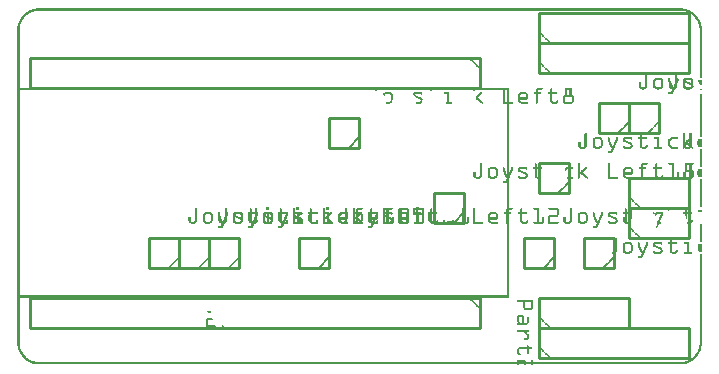
<source format=gto>
G04 MADE WITH FRITZING*
G04 WWW.FRITZING.ORG*
G04 DOUBLE SIDED*
G04 HOLES PLATED*
G04 CONTOUR ON CENTER OF CONTOUR VECTOR*
%ASAXBY*%
%FSLAX23Y23*%
%MOIN*%
%OFA0B0*%
%SFA1.0B1.0*%
%ADD10C,0.010000*%
%ADD11C,0.005000*%
%ADD12R,0.001000X0.001000*%
%LNSILK1*%
G90*
G70*
G54D10*
X1490Y473D02*
X1490Y573D01*
D02*
X1490Y573D02*
X1390Y573D01*
D02*
X1390Y573D02*
X1390Y473D01*
D02*
X1390Y473D02*
X1490Y473D01*
G54D11*
D02*
X1490Y508D02*
X1455Y473D01*
G54D10*
D02*
X1990Y323D02*
X1990Y423D01*
D02*
X1990Y423D02*
X1890Y423D01*
D02*
X1890Y423D02*
X1890Y323D01*
D02*
X1890Y323D02*
X1990Y323D01*
D02*
X1790Y323D02*
X1790Y423D01*
D02*
X1790Y423D02*
X1690Y423D01*
D02*
X1690Y423D02*
X1690Y323D01*
D02*
X1690Y323D02*
X1790Y323D01*
G54D11*
D02*
X1790Y358D02*
X1755Y323D01*
G54D10*
D02*
X1040Y323D02*
X1040Y423D01*
D02*
X1040Y423D02*
X940Y423D01*
D02*
X940Y423D02*
X940Y323D01*
D02*
X940Y323D02*
X1040Y323D01*
G54D11*
D02*
X1040Y358D02*
X1005Y323D01*
G54D10*
D02*
X740Y323D02*
X740Y423D01*
D02*
X740Y423D02*
X640Y423D01*
D02*
X640Y423D02*
X640Y323D01*
D02*
X640Y323D02*
X740Y323D01*
D02*
X540Y323D02*
X540Y423D01*
D02*
X540Y423D02*
X440Y423D01*
D02*
X440Y423D02*
X440Y323D01*
D02*
X440Y323D02*
X540Y323D01*
D02*
X640Y323D02*
X640Y423D01*
D02*
X640Y423D02*
X540Y423D01*
D02*
X540Y423D02*
X540Y323D01*
D02*
X540Y323D02*
X640Y323D01*
D02*
X1140Y723D02*
X1140Y823D01*
D02*
X1140Y823D02*
X1040Y823D01*
D02*
X1040Y823D02*
X1040Y723D01*
D02*
X1040Y723D02*
X1140Y723D01*
G54D11*
D02*
X1140Y758D02*
X1105Y723D01*
G54D10*
D02*
X2140Y773D02*
X2140Y873D01*
D02*
X2140Y873D02*
X2040Y873D01*
D02*
X2040Y873D02*
X2040Y773D01*
D02*
X2040Y773D02*
X2140Y773D01*
D02*
X2040Y773D02*
X2040Y873D01*
D02*
X2040Y873D02*
X1940Y873D01*
D02*
X1940Y873D02*
X1940Y773D01*
D02*
X1940Y773D02*
X2040Y773D01*
D02*
X2040Y523D02*
X2240Y523D01*
D02*
X2240Y523D02*
X2240Y623D01*
D02*
X2240Y623D02*
X2040Y623D01*
D02*
X2040Y623D02*
X2040Y523D01*
D02*
X1840Y573D02*
X1840Y673D01*
D02*
X1840Y673D02*
X1740Y673D01*
D02*
X1740Y673D02*
X1740Y573D01*
D02*
X1740Y573D02*
X1840Y573D01*
D02*
X2040Y423D02*
X2240Y423D01*
D02*
X2240Y423D02*
X2240Y523D01*
D02*
X2240Y523D02*
X2040Y523D01*
D02*
X2040Y523D02*
X2040Y423D01*
D02*
X1740Y123D02*
X2040Y123D01*
D02*
X2040Y123D02*
X2040Y223D01*
D02*
X2040Y223D02*
X1740Y223D01*
D02*
X1740Y223D02*
X1740Y123D01*
D02*
X1740Y973D02*
X2240Y973D01*
D02*
X2240Y973D02*
X2240Y1073D01*
D02*
X2240Y1073D02*
X1740Y1073D01*
D02*
X1740Y1073D02*
X1740Y973D01*
D02*
X1740Y1073D02*
X2240Y1073D01*
D02*
X2240Y1073D02*
X2240Y1173D01*
D02*
X2240Y1173D02*
X1740Y1173D01*
D02*
X1740Y1173D02*
X1740Y1073D01*
D02*
X1740Y23D02*
X2240Y23D01*
D02*
X2240Y23D02*
X2240Y123D01*
D02*
X2240Y123D02*
X1740Y123D01*
D02*
X1740Y123D02*
X1740Y23D01*
D02*
X1541Y1023D02*
X41Y1023D01*
D02*
X41Y1023D02*
X41Y923D01*
D02*
X41Y923D02*
X1541Y923D01*
D02*
X1541Y923D02*
X1541Y1023D01*
D02*
X1541Y223D02*
X41Y223D01*
D02*
X41Y223D02*
X41Y123D01*
D02*
X41Y123D02*
X1541Y123D01*
D02*
X1541Y123D02*
X1541Y223D01*
G54D12*
X64Y1187D02*
X2218Y1187D01*
X58Y1186D02*
X2224Y1186D01*
X54Y1185D02*
X2228Y1185D01*
X51Y1184D02*
X2231Y1184D01*
X48Y1183D02*
X2234Y1183D01*
X45Y1182D02*
X2237Y1182D01*
X43Y1181D02*
X2239Y1181D01*
X41Y1180D02*
X2241Y1180D01*
X39Y1179D02*
X63Y1179D01*
X2219Y1179D02*
X2243Y1179D01*
X37Y1178D02*
X58Y1178D01*
X2224Y1178D02*
X2245Y1178D01*
X36Y1177D02*
X54Y1177D01*
X2228Y1177D02*
X2246Y1177D01*
X34Y1176D02*
X51Y1176D01*
X2231Y1176D02*
X2248Y1176D01*
X32Y1175D02*
X48Y1175D01*
X2234Y1175D02*
X2250Y1175D01*
X31Y1174D02*
X46Y1174D01*
X2236Y1174D02*
X2251Y1174D01*
X30Y1173D02*
X44Y1173D01*
X2238Y1173D02*
X2252Y1173D01*
X28Y1172D02*
X42Y1172D01*
X2240Y1172D02*
X2254Y1172D01*
X27Y1171D02*
X40Y1171D01*
X2242Y1171D02*
X2255Y1171D01*
X26Y1170D02*
X38Y1170D01*
X2244Y1170D02*
X2256Y1170D01*
X25Y1169D02*
X37Y1169D01*
X2245Y1169D02*
X2257Y1169D01*
X24Y1168D02*
X35Y1168D01*
X2247Y1168D02*
X2258Y1168D01*
X23Y1167D02*
X34Y1167D01*
X2248Y1167D02*
X2259Y1167D01*
X22Y1166D02*
X33Y1166D01*
X2249Y1166D02*
X2260Y1166D01*
X21Y1165D02*
X31Y1165D01*
X2251Y1165D02*
X2261Y1165D01*
X20Y1164D02*
X30Y1164D01*
X2252Y1164D02*
X2262Y1164D01*
X19Y1163D02*
X29Y1163D01*
X2253Y1163D02*
X2263Y1163D01*
X18Y1162D02*
X28Y1162D01*
X2254Y1162D02*
X2264Y1162D01*
X17Y1161D02*
X27Y1161D01*
X2255Y1161D02*
X2265Y1161D01*
X16Y1160D02*
X26Y1160D01*
X2256Y1160D02*
X2266Y1160D01*
X16Y1159D02*
X25Y1159D01*
X2257Y1159D02*
X2266Y1159D01*
X15Y1158D02*
X24Y1158D01*
X2258Y1158D02*
X2267Y1158D01*
X14Y1157D02*
X23Y1157D01*
X2259Y1157D02*
X2268Y1157D01*
X13Y1156D02*
X22Y1156D01*
X2260Y1156D02*
X2269Y1156D01*
X13Y1155D02*
X21Y1155D01*
X2261Y1155D02*
X2269Y1155D01*
X12Y1154D02*
X21Y1154D01*
X2261Y1154D02*
X2270Y1154D01*
X11Y1153D02*
X20Y1153D01*
X2262Y1153D02*
X2271Y1153D01*
X11Y1152D02*
X19Y1152D01*
X2263Y1152D02*
X2271Y1152D01*
X10Y1151D02*
X19Y1151D01*
X2263Y1151D02*
X2272Y1151D01*
X10Y1150D02*
X18Y1150D01*
X2264Y1150D02*
X2272Y1150D01*
X9Y1149D02*
X17Y1149D01*
X2265Y1149D02*
X2273Y1149D01*
X9Y1148D02*
X17Y1148D01*
X2265Y1148D02*
X2273Y1148D01*
X8Y1147D02*
X16Y1147D01*
X2266Y1147D02*
X2274Y1147D01*
X8Y1146D02*
X15Y1146D01*
X2267Y1146D02*
X2274Y1146D01*
X7Y1145D02*
X15Y1145D01*
X2267Y1145D02*
X2275Y1145D01*
X7Y1144D02*
X14Y1144D01*
X2268Y1144D02*
X2275Y1144D01*
X6Y1143D02*
X14Y1143D01*
X2268Y1143D02*
X2276Y1143D01*
X6Y1142D02*
X13Y1142D01*
X2269Y1142D02*
X2276Y1142D01*
X5Y1141D02*
X13Y1141D01*
X2269Y1141D02*
X2277Y1141D01*
X5Y1140D02*
X13Y1140D01*
X2269Y1140D02*
X2277Y1140D01*
X5Y1139D02*
X12Y1139D01*
X2270Y1139D02*
X2277Y1139D01*
X4Y1138D02*
X12Y1138D01*
X2270Y1138D02*
X2278Y1138D01*
X4Y1137D02*
X11Y1137D01*
X2271Y1137D02*
X2278Y1137D01*
X4Y1136D02*
X11Y1136D01*
X2271Y1136D02*
X2278Y1136D01*
X3Y1135D02*
X11Y1135D01*
X2271Y1135D02*
X2279Y1135D01*
X3Y1134D02*
X10Y1134D01*
X2272Y1134D02*
X2279Y1134D01*
X3Y1133D02*
X10Y1133D01*
X2272Y1133D02*
X2279Y1133D01*
X3Y1132D02*
X10Y1132D01*
X2272Y1132D02*
X2279Y1132D01*
X2Y1131D02*
X9Y1131D01*
X2273Y1131D02*
X2280Y1131D01*
X2Y1130D02*
X9Y1130D01*
X2273Y1130D02*
X2280Y1130D01*
X2Y1129D02*
X9Y1129D01*
X2273Y1129D02*
X2280Y1129D01*
X2Y1128D02*
X9Y1128D01*
X2273Y1128D02*
X2280Y1128D01*
X1Y1127D02*
X8Y1127D01*
X2274Y1127D02*
X2281Y1127D01*
X1Y1126D02*
X8Y1126D01*
X2274Y1126D02*
X2281Y1126D01*
X1Y1125D02*
X8Y1125D01*
X2274Y1125D02*
X2281Y1125D01*
X1Y1124D02*
X8Y1124D01*
X2274Y1124D02*
X2281Y1124D01*
X1Y1123D02*
X8Y1123D01*
X2274Y1123D02*
X2281Y1123D01*
X1Y1122D02*
X8Y1122D01*
X2274Y1122D02*
X2281Y1122D01*
X0Y1121D02*
X8Y1121D01*
X2275Y1121D02*
X2282Y1121D01*
X0Y1120D02*
X7Y1120D01*
X2275Y1120D02*
X2282Y1120D01*
X0Y1119D02*
X7Y1119D01*
X2275Y1119D02*
X2282Y1119D01*
X0Y1118D02*
X7Y1118D01*
X2275Y1118D02*
X2282Y1118D01*
X0Y1117D02*
X7Y1117D01*
X2275Y1117D02*
X2282Y1117D01*
X0Y1116D02*
X7Y1116D01*
X2275Y1116D02*
X2282Y1116D01*
X0Y1115D02*
X7Y1115D01*
X2275Y1115D02*
X2282Y1115D01*
X0Y1114D02*
X7Y1114D01*
X2275Y1114D02*
X2282Y1114D01*
X0Y1113D02*
X7Y1113D01*
X2275Y1113D02*
X2282Y1113D01*
X0Y1112D02*
X7Y1112D01*
X2275Y1112D02*
X2282Y1112D01*
X0Y1111D02*
X7Y1111D01*
X2275Y1111D02*
X2282Y1111D01*
X0Y1110D02*
X7Y1110D01*
X1741Y1110D02*
X1741Y1110D01*
X2275Y1110D02*
X2282Y1110D01*
X0Y1109D02*
X7Y1109D01*
X1740Y1109D02*
X1742Y1109D01*
X2275Y1109D02*
X2282Y1109D01*
X0Y1108D02*
X7Y1108D01*
X1739Y1108D02*
X1743Y1108D01*
X2275Y1108D02*
X2282Y1108D01*
X0Y1107D02*
X7Y1107D01*
X1738Y1107D02*
X1744Y1107D01*
X2275Y1107D02*
X2282Y1107D01*
X0Y1106D02*
X7Y1106D01*
X1739Y1106D02*
X1745Y1106D01*
X2275Y1106D02*
X2282Y1106D01*
X0Y1105D02*
X7Y1105D01*
X1740Y1105D02*
X1746Y1105D01*
X2275Y1105D02*
X2282Y1105D01*
X0Y1104D02*
X7Y1104D01*
X1741Y1104D02*
X1747Y1104D01*
X2275Y1104D02*
X2282Y1104D01*
X0Y1103D02*
X7Y1103D01*
X1742Y1103D02*
X1748Y1103D01*
X2275Y1103D02*
X2282Y1103D01*
X0Y1102D02*
X7Y1102D01*
X1743Y1102D02*
X1749Y1102D01*
X2275Y1102D02*
X2282Y1102D01*
X0Y1101D02*
X7Y1101D01*
X1744Y1101D02*
X1750Y1101D01*
X2275Y1101D02*
X2282Y1101D01*
X0Y1100D02*
X7Y1100D01*
X1745Y1100D02*
X1751Y1100D01*
X2275Y1100D02*
X2282Y1100D01*
X0Y1099D02*
X7Y1099D01*
X1746Y1099D02*
X1752Y1099D01*
X2275Y1099D02*
X2282Y1099D01*
X0Y1098D02*
X7Y1098D01*
X1747Y1098D02*
X1753Y1098D01*
X2275Y1098D02*
X2282Y1098D01*
X0Y1097D02*
X7Y1097D01*
X1748Y1097D02*
X1754Y1097D01*
X2275Y1097D02*
X2282Y1097D01*
X0Y1096D02*
X7Y1096D01*
X1749Y1096D02*
X1754Y1096D01*
X2275Y1096D02*
X2282Y1096D01*
X0Y1095D02*
X7Y1095D01*
X1750Y1095D02*
X1755Y1095D01*
X2275Y1095D02*
X2282Y1095D01*
X0Y1094D02*
X7Y1094D01*
X1751Y1094D02*
X1756Y1094D01*
X2275Y1094D02*
X2282Y1094D01*
X0Y1093D02*
X7Y1093D01*
X1752Y1093D02*
X1757Y1093D01*
X2275Y1093D02*
X2282Y1093D01*
X0Y1092D02*
X7Y1092D01*
X1753Y1092D02*
X1758Y1092D01*
X2275Y1092D02*
X2282Y1092D01*
X0Y1091D02*
X7Y1091D01*
X1754Y1091D02*
X1759Y1091D01*
X2275Y1091D02*
X2282Y1091D01*
X0Y1090D02*
X7Y1090D01*
X1755Y1090D02*
X1760Y1090D01*
X2275Y1090D02*
X2282Y1090D01*
X0Y1089D02*
X7Y1089D01*
X1756Y1089D02*
X1761Y1089D01*
X2275Y1089D02*
X2282Y1089D01*
X0Y1088D02*
X7Y1088D01*
X1757Y1088D02*
X1763Y1088D01*
X2275Y1088D02*
X2282Y1088D01*
X0Y1087D02*
X7Y1087D01*
X1758Y1087D02*
X1764Y1087D01*
X2275Y1087D02*
X2282Y1087D01*
X0Y1086D02*
X7Y1086D01*
X1759Y1086D02*
X1765Y1086D01*
X2275Y1086D02*
X2282Y1086D01*
X0Y1085D02*
X7Y1085D01*
X1760Y1085D02*
X1766Y1085D01*
X2275Y1085D02*
X2282Y1085D01*
X0Y1084D02*
X7Y1084D01*
X1761Y1084D02*
X1767Y1084D01*
X2275Y1084D02*
X2282Y1084D01*
X0Y1083D02*
X7Y1083D01*
X1762Y1083D02*
X1768Y1083D01*
X2275Y1083D02*
X2282Y1083D01*
X0Y1082D02*
X7Y1082D01*
X1763Y1082D02*
X1769Y1082D01*
X2275Y1082D02*
X2282Y1082D01*
X0Y1081D02*
X7Y1081D01*
X1764Y1081D02*
X1770Y1081D01*
X2275Y1081D02*
X2282Y1081D01*
X0Y1080D02*
X7Y1080D01*
X1765Y1080D02*
X1771Y1080D01*
X2275Y1080D02*
X2282Y1080D01*
X0Y1079D02*
X7Y1079D01*
X1766Y1079D02*
X1772Y1079D01*
X2275Y1079D02*
X2282Y1079D01*
X0Y1078D02*
X7Y1078D01*
X1767Y1078D02*
X1773Y1078D01*
X2275Y1078D02*
X2282Y1078D01*
X0Y1077D02*
X7Y1077D01*
X1768Y1077D02*
X1774Y1077D01*
X2275Y1077D02*
X2282Y1077D01*
X0Y1076D02*
X7Y1076D01*
X1769Y1076D02*
X1775Y1076D01*
X2275Y1076D02*
X2282Y1076D01*
X0Y1075D02*
X7Y1075D01*
X1770Y1075D02*
X1775Y1075D01*
X2275Y1075D02*
X2282Y1075D01*
X0Y1074D02*
X7Y1074D01*
X1771Y1074D02*
X1774Y1074D01*
X2275Y1074D02*
X2282Y1074D01*
X0Y1073D02*
X7Y1073D01*
X1772Y1073D02*
X1773Y1073D01*
X2275Y1073D02*
X2282Y1073D01*
X0Y1072D02*
X7Y1072D01*
X2275Y1072D02*
X2282Y1072D01*
X0Y1071D02*
X7Y1071D01*
X2275Y1071D02*
X2282Y1071D01*
X0Y1070D02*
X7Y1070D01*
X2275Y1070D02*
X2282Y1070D01*
X0Y1069D02*
X7Y1069D01*
X2275Y1069D02*
X2282Y1069D01*
X0Y1068D02*
X7Y1068D01*
X2275Y1068D02*
X2282Y1068D01*
X0Y1067D02*
X7Y1067D01*
X2275Y1067D02*
X2282Y1067D01*
X0Y1066D02*
X7Y1066D01*
X2275Y1066D02*
X2282Y1066D01*
X0Y1065D02*
X7Y1065D01*
X2275Y1065D02*
X2282Y1065D01*
X0Y1064D02*
X7Y1064D01*
X2275Y1064D02*
X2282Y1064D01*
X0Y1063D02*
X7Y1063D01*
X2275Y1063D02*
X2282Y1063D01*
X0Y1062D02*
X7Y1062D01*
X2275Y1062D02*
X2282Y1062D01*
X0Y1061D02*
X7Y1061D01*
X2275Y1061D02*
X2282Y1061D01*
X0Y1060D02*
X7Y1060D01*
X2275Y1060D02*
X2282Y1060D01*
X0Y1059D02*
X7Y1059D01*
X2275Y1059D02*
X2282Y1059D01*
X0Y1058D02*
X7Y1058D01*
X2275Y1058D02*
X2282Y1058D01*
X0Y1057D02*
X7Y1057D01*
X2275Y1057D02*
X2282Y1057D01*
X0Y1056D02*
X7Y1056D01*
X2275Y1056D02*
X2282Y1056D01*
X0Y1055D02*
X7Y1055D01*
X2275Y1055D02*
X2282Y1055D01*
X0Y1054D02*
X7Y1054D01*
X2275Y1054D02*
X2282Y1054D01*
X0Y1053D02*
X7Y1053D01*
X2275Y1053D02*
X2282Y1053D01*
X0Y1052D02*
X7Y1052D01*
X2275Y1052D02*
X2282Y1052D01*
X0Y1051D02*
X7Y1051D01*
X2275Y1051D02*
X2282Y1051D01*
X0Y1050D02*
X7Y1050D01*
X2275Y1050D02*
X2282Y1050D01*
X0Y1049D02*
X7Y1049D01*
X2275Y1049D02*
X2282Y1049D01*
X0Y1048D02*
X7Y1048D01*
X2275Y1048D02*
X2282Y1048D01*
X0Y1047D02*
X7Y1047D01*
X2275Y1047D02*
X2282Y1047D01*
X0Y1046D02*
X7Y1046D01*
X2275Y1046D02*
X2282Y1046D01*
X0Y1045D02*
X7Y1045D01*
X2275Y1045D02*
X2282Y1045D01*
X0Y1044D02*
X7Y1044D01*
X2275Y1044D02*
X2282Y1044D01*
X0Y1043D02*
X7Y1043D01*
X2275Y1043D02*
X2282Y1043D01*
X0Y1042D02*
X7Y1042D01*
X2275Y1042D02*
X2282Y1042D01*
X0Y1041D02*
X7Y1041D01*
X2275Y1041D02*
X2282Y1041D01*
X0Y1040D02*
X7Y1040D01*
X2275Y1040D02*
X2282Y1040D01*
X0Y1039D02*
X7Y1039D01*
X2275Y1039D02*
X2282Y1039D01*
X0Y1038D02*
X7Y1038D01*
X2275Y1038D02*
X2282Y1038D01*
X0Y1037D02*
X7Y1037D01*
X2275Y1037D02*
X2282Y1037D01*
X0Y1036D02*
X7Y1036D01*
X2275Y1036D02*
X2282Y1036D01*
X0Y1035D02*
X7Y1035D01*
X2275Y1035D02*
X2282Y1035D01*
X0Y1034D02*
X7Y1034D01*
X2275Y1034D02*
X2282Y1034D01*
X0Y1033D02*
X7Y1033D01*
X2275Y1033D02*
X2282Y1033D01*
X0Y1032D02*
X7Y1032D01*
X2275Y1032D02*
X2282Y1032D01*
X0Y1031D02*
X7Y1031D01*
X2275Y1031D02*
X2282Y1031D01*
X0Y1030D02*
X7Y1030D01*
X2275Y1030D02*
X2282Y1030D01*
X0Y1029D02*
X7Y1029D01*
X2275Y1029D02*
X2282Y1029D01*
X0Y1028D02*
X7Y1028D01*
X2275Y1028D02*
X2282Y1028D01*
X0Y1027D02*
X7Y1027D01*
X2275Y1027D02*
X2282Y1027D01*
X0Y1026D02*
X7Y1026D01*
X2275Y1026D02*
X2282Y1026D01*
X0Y1025D02*
X7Y1025D01*
X2275Y1025D02*
X2282Y1025D01*
X0Y1024D02*
X7Y1024D01*
X1506Y1024D02*
X1507Y1024D01*
X2275Y1024D02*
X2282Y1024D01*
X0Y1023D02*
X7Y1023D01*
X1505Y1023D02*
X1508Y1023D01*
X2275Y1023D02*
X2282Y1023D01*
X0Y1022D02*
X7Y1022D01*
X1504Y1022D02*
X1509Y1022D01*
X2275Y1022D02*
X2282Y1022D01*
X0Y1021D02*
X7Y1021D01*
X1504Y1021D02*
X1510Y1021D01*
X2275Y1021D02*
X2282Y1021D01*
X0Y1020D02*
X7Y1020D01*
X1505Y1020D02*
X1511Y1020D01*
X2275Y1020D02*
X2282Y1020D01*
X0Y1019D02*
X7Y1019D01*
X1506Y1019D02*
X1512Y1019D01*
X2275Y1019D02*
X2282Y1019D01*
X0Y1018D02*
X7Y1018D01*
X1507Y1018D02*
X1513Y1018D01*
X2275Y1018D02*
X2282Y1018D01*
X0Y1017D02*
X7Y1017D01*
X1508Y1017D02*
X1514Y1017D01*
X2275Y1017D02*
X2282Y1017D01*
X0Y1016D02*
X7Y1016D01*
X1509Y1016D02*
X1515Y1016D01*
X2275Y1016D02*
X2282Y1016D01*
X0Y1015D02*
X7Y1015D01*
X1510Y1015D02*
X1516Y1015D01*
X2275Y1015D02*
X2282Y1015D01*
X0Y1014D02*
X7Y1014D01*
X1511Y1014D02*
X1517Y1014D01*
X2275Y1014D02*
X2282Y1014D01*
X0Y1013D02*
X7Y1013D01*
X1512Y1013D02*
X1518Y1013D01*
X2275Y1013D02*
X2282Y1013D01*
X0Y1012D02*
X7Y1012D01*
X1513Y1012D02*
X1519Y1012D01*
X2275Y1012D02*
X2282Y1012D01*
X0Y1011D02*
X7Y1011D01*
X1514Y1011D02*
X1520Y1011D01*
X2275Y1011D02*
X2282Y1011D01*
X0Y1010D02*
X7Y1010D01*
X1515Y1010D02*
X1521Y1010D01*
X1741Y1010D02*
X1741Y1010D01*
X2275Y1010D02*
X2282Y1010D01*
X0Y1009D02*
X7Y1009D01*
X1516Y1009D02*
X1522Y1009D01*
X1740Y1009D02*
X1742Y1009D01*
X2275Y1009D02*
X2282Y1009D01*
X0Y1008D02*
X7Y1008D01*
X1518Y1008D02*
X1523Y1008D01*
X1739Y1008D02*
X1743Y1008D01*
X2275Y1008D02*
X2282Y1008D01*
X0Y1007D02*
X7Y1007D01*
X1519Y1007D02*
X1524Y1007D01*
X1738Y1007D02*
X1744Y1007D01*
X2275Y1007D02*
X2282Y1007D01*
X0Y1006D02*
X7Y1006D01*
X1520Y1006D02*
X1525Y1006D01*
X1739Y1006D02*
X1745Y1006D01*
X2275Y1006D02*
X2282Y1006D01*
X0Y1005D02*
X7Y1005D01*
X1521Y1005D02*
X1526Y1005D01*
X1740Y1005D02*
X1746Y1005D01*
X2275Y1005D02*
X2282Y1005D01*
X0Y1004D02*
X7Y1004D01*
X1522Y1004D02*
X1527Y1004D01*
X1741Y1004D02*
X1747Y1004D01*
X2275Y1004D02*
X2282Y1004D01*
X0Y1003D02*
X7Y1003D01*
X1523Y1003D02*
X1528Y1003D01*
X1742Y1003D02*
X1748Y1003D01*
X2275Y1003D02*
X2282Y1003D01*
X0Y1002D02*
X7Y1002D01*
X1524Y1002D02*
X1529Y1002D01*
X1743Y1002D02*
X1749Y1002D01*
X2275Y1002D02*
X2282Y1002D01*
X0Y1001D02*
X7Y1001D01*
X1525Y1001D02*
X1530Y1001D01*
X1744Y1001D02*
X1750Y1001D01*
X2275Y1001D02*
X2282Y1001D01*
X0Y1000D02*
X7Y1000D01*
X1525Y1000D02*
X1531Y1000D01*
X1745Y1000D02*
X1751Y1000D01*
X2275Y1000D02*
X2282Y1000D01*
X0Y999D02*
X7Y999D01*
X1526Y999D02*
X1532Y999D01*
X1746Y999D02*
X1752Y999D01*
X2275Y999D02*
X2282Y999D01*
X0Y998D02*
X7Y998D01*
X1527Y998D02*
X1533Y998D01*
X1747Y998D02*
X1753Y998D01*
X2275Y998D02*
X2282Y998D01*
X0Y997D02*
X7Y997D01*
X1528Y997D02*
X1534Y997D01*
X1748Y997D02*
X1754Y997D01*
X2275Y997D02*
X2282Y997D01*
X0Y996D02*
X7Y996D01*
X1529Y996D02*
X1535Y996D01*
X1749Y996D02*
X1754Y996D01*
X2275Y996D02*
X2282Y996D01*
X0Y995D02*
X7Y995D01*
X1530Y995D02*
X1536Y995D01*
X1750Y995D02*
X1755Y995D01*
X2275Y995D02*
X2282Y995D01*
X0Y994D02*
X7Y994D01*
X1531Y994D02*
X1537Y994D01*
X1751Y994D02*
X1756Y994D01*
X2275Y994D02*
X2282Y994D01*
X0Y993D02*
X7Y993D01*
X1532Y993D02*
X1538Y993D01*
X1752Y993D02*
X1757Y993D01*
X2275Y993D02*
X2282Y993D01*
X0Y992D02*
X7Y992D01*
X1533Y992D02*
X1539Y992D01*
X1753Y992D02*
X1758Y992D01*
X2275Y992D02*
X2282Y992D01*
X0Y991D02*
X7Y991D01*
X1534Y991D02*
X1540Y991D01*
X1754Y991D02*
X1759Y991D01*
X2275Y991D02*
X2282Y991D01*
X0Y990D02*
X7Y990D01*
X1535Y990D02*
X1541Y990D01*
X1755Y990D02*
X1760Y990D01*
X2275Y990D02*
X2282Y990D01*
X0Y989D02*
X7Y989D01*
X1536Y989D02*
X1540Y989D01*
X1756Y989D02*
X1761Y989D01*
X2275Y989D02*
X2282Y989D01*
X0Y988D02*
X7Y988D01*
X1537Y988D02*
X1539Y988D01*
X1757Y988D02*
X1763Y988D01*
X2275Y988D02*
X2282Y988D01*
X0Y987D02*
X7Y987D01*
X1758Y987D02*
X1764Y987D01*
X2275Y987D02*
X2282Y987D01*
X0Y986D02*
X7Y986D01*
X1759Y986D02*
X1765Y986D01*
X2275Y986D02*
X2282Y986D01*
X0Y985D02*
X7Y985D01*
X1760Y985D02*
X1766Y985D01*
X2275Y985D02*
X2282Y985D01*
X0Y984D02*
X7Y984D01*
X1761Y984D02*
X1767Y984D01*
X2275Y984D02*
X2282Y984D01*
X0Y983D02*
X7Y983D01*
X1762Y983D02*
X1768Y983D01*
X2275Y983D02*
X2282Y983D01*
X0Y982D02*
X7Y982D01*
X1763Y982D02*
X1769Y982D01*
X2275Y982D02*
X2282Y982D01*
X0Y981D02*
X7Y981D01*
X1764Y981D02*
X1770Y981D01*
X2275Y981D02*
X2282Y981D01*
X0Y980D02*
X7Y980D01*
X1765Y980D02*
X1771Y980D01*
X2275Y980D02*
X2282Y980D01*
X0Y979D02*
X7Y979D01*
X1766Y979D02*
X1772Y979D01*
X2275Y979D02*
X2282Y979D01*
X0Y978D02*
X7Y978D01*
X1767Y978D02*
X1773Y978D01*
X2275Y978D02*
X2282Y978D01*
X0Y977D02*
X7Y977D01*
X1768Y977D02*
X1774Y977D01*
X2275Y977D02*
X2282Y977D01*
X0Y976D02*
X7Y976D01*
X1769Y976D02*
X1775Y976D01*
X2275Y976D02*
X2282Y976D01*
X0Y975D02*
X7Y975D01*
X1770Y975D02*
X1775Y975D01*
X2275Y975D02*
X2282Y975D01*
X0Y974D02*
X7Y974D01*
X1771Y974D02*
X1774Y974D01*
X2275Y974D02*
X2282Y974D01*
X0Y973D02*
X7Y973D01*
X1772Y973D02*
X1773Y973D01*
X2275Y973D02*
X2282Y973D01*
X0Y972D02*
X7Y972D01*
X2275Y972D02*
X2282Y972D01*
X0Y971D02*
X7Y971D01*
X2096Y971D02*
X2097Y971D01*
X2196Y971D02*
X2197Y971D01*
X2275Y971D02*
X2282Y971D01*
X0Y970D02*
X7Y970D01*
X2095Y970D02*
X2099Y970D01*
X2195Y970D02*
X2199Y970D01*
X2275Y970D02*
X2282Y970D01*
X0Y969D02*
X7Y969D01*
X2094Y969D02*
X2099Y969D01*
X2194Y969D02*
X2199Y969D01*
X2275Y969D02*
X2282Y969D01*
X0Y968D02*
X7Y968D01*
X2094Y968D02*
X2100Y968D01*
X2194Y968D02*
X2200Y968D01*
X2275Y968D02*
X2282Y968D01*
X0Y967D02*
X7Y967D01*
X2094Y967D02*
X2100Y967D01*
X2194Y967D02*
X2200Y967D01*
X2275Y967D02*
X2282Y967D01*
X0Y966D02*
X7Y966D01*
X2094Y966D02*
X2100Y966D01*
X2194Y966D02*
X2200Y966D01*
X2275Y966D02*
X2283Y966D01*
X0Y965D02*
X7Y965D01*
X2094Y965D02*
X2100Y965D01*
X2194Y965D02*
X2200Y965D01*
X2275Y965D02*
X2283Y965D01*
X0Y964D02*
X7Y964D01*
X2094Y964D02*
X2100Y964D01*
X2194Y964D02*
X2200Y964D01*
X2275Y964D02*
X2283Y964D01*
X0Y963D02*
X7Y963D01*
X2094Y963D02*
X2100Y963D01*
X2194Y963D02*
X2200Y963D01*
X2275Y963D02*
X2283Y963D01*
X0Y962D02*
X7Y962D01*
X2094Y962D02*
X2100Y962D01*
X2194Y962D02*
X2200Y962D01*
X2275Y962D02*
X2283Y962D01*
X0Y961D02*
X7Y961D01*
X2094Y961D02*
X2100Y961D01*
X2194Y961D02*
X2200Y961D01*
X2275Y961D02*
X2283Y961D01*
X0Y960D02*
X7Y960D01*
X2094Y960D02*
X2100Y960D01*
X2194Y960D02*
X2200Y960D01*
X2275Y960D02*
X2283Y960D01*
X0Y959D02*
X7Y959D01*
X2094Y959D02*
X2100Y959D01*
X2194Y959D02*
X2200Y959D01*
X2275Y959D02*
X2283Y959D01*
X0Y958D02*
X7Y958D01*
X2094Y958D02*
X2100Y958D01*
X2194Y958D02*
X2200Y958D01*
X2275Y958D02*
X2283Y958D01*
X0Y957D02*
X7Y957D01*
X2094Y957D02*
X2100Y957D01*
X2194Y957D02*
X2200Y957D01*
X2275Y957D02*
X2283Y957D01*
X0Y956D02*
X7Y956D01*
X2094Y956D02*
X2100Y956D01*
X2130Y956D02*
X2143Y956D01*
X2172Y956D02*
X2174Y956D01*
X2194Y956D02*
X2202Y956D01*
X2227Y956D02*
X2247Y956D01*
X0Y955D02*
X7Y955D01*
X2094Y955D02*
X2100Y955D01*
X2127Y955D02*
X2146Y955D01*
X2171Y955D02*
X2175Y955D01*
X2194Y955D02*
X2203Y955D01*
X2225Y955D02*
X2249Y955D01*
X0Y954D02*
X7Y954D01*
X2094Y954D02*
X2100Y954D01*
X2126Y954D02*
X2147Y954D01*
X2170Y954D02*
X2176Y954D01*
X2194Y954D02*
X2203Y954D01*
X2224Y954D02*
X2250Y954D01*
X0Y953D02*
X7Y953D01*
X2094Y953D02*
X2100Y953D01*
X2125Y953D02*
X2148Y953D01*
X2170Y953D02*
X2176Y953D01*
X2194Y953D02*
X2204Y953D01*
X2223Y953D02*
X2251Y953D01*
X0Y952D02*
X7Y952D01*
X2094Y952D02*
X2100Y952D01*
X2124Y952D02*
X2149Y952D01*
X2170Y952D02*
X2176Y952D01*
X2194Y952D02*
X2204Y952D01*
X2222Y952D02*
X2252Y952D01*
X0Y951D02*
X7Y951D01*
X2094Y951D02*
X2100Y951D01*
X2123Y951D02*
X2150Y951D01*
X2170Y951D02*
X2176Y951D01*
X2194Y951D02*
X2204Y951D01*
X2222Y951D02*
X2253Y951D01*
X0Y950D02*
X7Y950D01*
X2094Y950D02*
X2100Y950D01*
X2122Y950D02*
X2151Y950D01*
X2170Y950D02*
X2176Y950D01*
X2194Y950D02*
X2204Y950D01*
X2221Y950D02*
X2253Y950D01*
X0Y949D02*
X7Y949D01*
X2094Y949D02*
X2100Y949D01*
X2121Y949D02*
X2130Y949D01*
X2143Y949D02*
X2152Y949D01*
X2170Y949D02*
X2176Y949D01*
X2194Y949D02*
X2204Y949D01*
X2221Y949D02*
X2230Y949D01*
X2243Y949D02*
X2253Y949D01*
X2270Y949D02*
X2283Y949D01*
X0Y948D02*
X7Y948D01*
X2094Y948D02*
X2100Y948D01*
X2121Y948D02*
X2129Y948D01*
X2145Y948D02*
X2153Y948D01*
X2170Y948D02*
X2176Y948D01*
X2194Y948D02*
X2204Y948D01*
X2221Y948D02*
X2229Y948D01*
X2245Y948D02*
X2252Y948D01*
X2270Y948D02*
X2283Y948D01*
X0Y947D02*
X7Y947D01*
X2094Y947D02*
X2100Y947D01*
X2120Y947D02*
X2128Y947D01*
X2146Y947D02*
X2153Y947D01*
X2170Y947D02*
X2176Y947D01*
X2194Y947D02*
X2204Y947D01*
X2220Y947D02*
X2228Y947D01*
X2246Y947D02*
X2253Y947D01*
X2270Y947D02*
X2283Y947D01*
X0Y946D02*
X7Y946D01*
X2094Y946D02*
X2100Y946D01*
X2120Y946D02*
X2127Y946D01*
X2147Y946D02*
X2153Y946D01*
X2170Y946D02*
X2177Y946D01*
X2194Y946D02*
X2203Y946D01*
X2220Y946D02*
X2228Y946D01*
X2247Y946D02*
X2253Y946D01*
X2270Y946D02*
X2283Y946D01*
X0Y945D02*
X7Y945D01*
X2094Y945D02*
X2100Y945D01*
X2120Y945D02*
X2126Y945D01*
X2147Y945D02*
X2153Y945D01*
X2171Y945D02*
X2177Y945D01*
X2194Y945D02*
X2203Y945D01*
X2220Y945D02*
X2230Y945D01*
X2247Y945D02*
X2253Y945D01*
X2270Y945D02*
X2283Y945D01*
X0Y944D02*
X7Y944D01*
X2094Y944D02*
X2100Y944D01*
X2120Y944D02*
X2126Y944D01*
X2147Y944D02*
X2153Y944D01*
X2171Y944D02*
X2178Y944D01*
X2194Y944D02*
X2202Y944D01*
X2220Y944D02*
X2232Y944D01*
X2247Y944D02*
X2253Y944D01*
X2271Y944D02*
X2283Y944D01*
X0Y943D02*
X7Y943D01*
X2094Y943D02*
X2100Y943D01*
X2120Y943D02*
X2126Y943D01*
X2147Y943D02*
X2153Y943D01*
X2171Y943D02*
X2178Y943D01*
X2194Y943D02*
X2202Y943D01*
X2220Y943D02*
X2234Y943D01*
X2247Y943D02*
X2253Y943D01*
X2271Y943D02*
X2283Y943D01*
X0Y942D02*
X7Y942D01*
X2094Y942D02*
X2100Y942D01*
X2120Y942D02*
X2126Y942D01*
X2147Y942D02*
X2153Y942D01*
X2172Y942D02*
X2178Y942D01*
X2194Y942D02*
X2202Y942D01*
X2220Y942D02*
X2237Y942D01*
X2247Y942D02*
X2253Y942D01*
X2272Y942D02*
X2283Y942D01*
X0Y941D02*
X7Y941D01*
X2074Y941D02*
X2078Y941D01*
X2094Y941D02*
X2100Y941D01*
X2120Y941D02*
X2126Y941D01*
X2147Y941D02*
X2153Y941D01*
X2172Y941D02*
X2179Y941D01*
X2194Y941D02*
X2201Y941D01*
X2220Y941D02*
X2239Y941D01*
X2247Y941D02*
X2253Y941D01*
X2272Y941D02*
X2283Y941D01*
X0Y940D02*
X7Y940D01*
X2074Y940D02*
X2078Y940D01*
X2094Y940D02*
X2100Y940D01*
X2120Y940D02*
X2126Y940D01*
X2147Y940D02*
X2153Y940D01*
X2173Y940D02*
X2179Y940D01*
X2194Y940D02*
X2201Y940D01*
X2220Y940D02*
X2241Y940D01*
X2247Y940D02*
X2253Y940D01*
X2273Y940D02*
X2283Y940D01*
X0Y939D02*
X7Y939D01*
X2073Y939D02*
X2079Y939D01*
X2094Y939D02*
X2100Y939D01*
X2120Y939D02*
X2126Y939D01*
X2147Y939D02*
X2153Y939D01*
X2173Y939D02*
X2180Y939D01*
X2194Y939D02*
X2200Y939D01*
X2220Y939D02*
X2244Y939D01*
X2247Y939D02*
X2253Y939D01*
X2273Y939D02*
X2283Y939D01*
X0Y938D02*
X7Y938D01*
X2073Y938D02*
X2079Y938D01*
X2094Y938D02*
X2100Y938D01*
X2120Y938D02*
X2126Y938D01*
X2147Y938D02*
X2153Y938D01*
X2173Y938D02*
X2180Y938D01*
X2193Y938D02*
X2200Y938D01*
X2220Y938D02*
X2226Y938D01*
X2229Y938D02*
X2253Y938D01*
X2274Y938D02*
X2283Y938D01*
X0Y937D02*
X7Y937D01*
X2073Y937D02*
X2079Y937D01*
X2094Y937D02*
X2100Y937D01*
X2120Y937D02*
X2126Y937D01*
X2147Y937D02*
X2153Y937D01*
X2173Y937D02*
X2181Y937D01*
X2193Y937D02*
X2200Y937D01*
X2220Y937D02*
X2226Y937D01*
X2232Y937D02*
X2253Y937D01*
X2274Y937D02*
X2283Y937D01*
X0Y936D02*
X7Y936D01*
X2073Y936D02*
X2079Y936D01*
X2094Y936D02*
X2100Y936D01*
X2120Y936D02*
X2126Y936D01*
X2147Y936D02*
X2153Y936D01*
X2173Y936D02*
X2181Y936D01*
X2192Y936D02*
X2200Y936D01*
X2220Y936D02*
X2226Y936D01*
X2234Y936D02*
X2253Y936D01*
X2274Y936D02*
X2283Y936D01*
X0Y935D02*
X7Y935D01*
X2073Y935D02*
X2079Y935D01*
X2094Y935D02*
X2100Y935D01*
X2120Y935D02*
X2126Y935D01*
X2147Y935D02*
X2153Y935D01*
X2173Y935D02*
X2182Y935D01*
X2192Y935D02*
X2200Y935D01*
X2220Y935D02*
X2226Y935D01*
X2236Y935D02*
X2253Y935D01*
X2275Y935D02*
X2283Y935D01*
X0Y934D02*
X7Y934D01*
X2073Y934D02*
X2079Y934D01*
X2094Y934D02*
X2100Y934D01*
X2120Y934D02*
X2126Y934D01*
X2147Y934D02*
X2153Y934D01*
X2173Y934D02*
X2182Y934D01*
X2191Y934D02*
X2200Y934D01*
X2220Y934D02*
X2226Y934D01*
X2239Y934D02*
X2253Y934D01*
X2275Y934D02*
X2283Y934D01*
X0Y933D02*
X7Y933D01*
X2073Y933D02*
X2079Y933D01*
X2094Y933D02*
X2100Y933D01*
X2120Y933D02*
X2126Y933D01*
X2147Y933D02*
X2153Y933D01*
X2173Y933D02*
X2182Y933D01*
X2191Y933D02*
X2200Y933D01*
X2220Y933D02*
X2226Y933D01*
X2241Y933D02*
X2253Y933D01*
X2275Y933D02*
X2283Y933D01*
X0Y932D02*
X7Y932D01*
X2073Y932D02*
X2079Y932D01*
X2094Y932D02*
X2100Y932D01*
X2120Y932D02*
X2126Y932D01*
X2147Y932D02*
X2153Y932D01*
X2173Y932D02*
X2183Y932D01*
X2191Y932D02*
X2200Y932D01*
X2220Y932D02*
X2226Y932D01*
X2243Y932D02*
X2253Y932D01*
X2275Y932D02*
X2283Y932D01*
X0Y931D02*
X7Y931D01*
X2073Y931D02*
X2079Y931D01*
X2094Y931D02*
X2100Y931D01*
X2120Y931D02*
X2126Y931D01*
X2147Y931D02*
X2153Y931D01*
X2173Y931D02*
X2183Y931D01*
X2190Y931D02*
X2200Y931D01*
X2220Y931D02*
X2226Y931D01*
X2245Y931D02*
X2253Y931D01*
X2275Y931D02*
X2283Y931D01*
X0Y930D02*
X7Y930D01*
X2073Y930D02*
X2079Y930D01*
X2094Y930D02*
X2100Y930D01*
X2120Y930D02*
X2126Y930D01*
X2147Y930D02*
X2153Y930D01*
X2173Y930D02*
X2184Y930D01*
X2190Y930D02*
X2200Y930D01*
X2220Y930D02*
X2226Y930D01*
X2247Y930D02*
X2253Y930D01*
X0Y929D02*
X7Y929D01*
X2073Y929D02*
X2079Y929D01*
X2094Y929D02*
X2100Y929D01*
X2120Y929D02*
X2126Y929D01*
X2147Y929D02*
X2153Y929D01*
X2173Y929D02*
X2184Y929D01*
X2189Y929D02*
X2200Y929D01*
X2220Y929D02*
X2226Y929D01*
X2247Y929D02*
X2254Y929D01*
X0Y928D02*
X7Y928D01*
X2073Y928D02*
X2079Y928D01*
X2094Y928D02*
X2100Y928D01*
X2120Y928D02*
X2126Y928D01*
X2147Y928D02*
X2153Y928D01*
X2173Y928D02*
X2185Y928D01*
X2189Y928D02*
X2200Y928D01*
X2220Y928D02*
X2226Y928D01*
X2247Y928D02*
X2254Y928D01*
X0Y927D02*
X7Y927D01*
X2073Y927D02*
X2079Y927D01*
X2094Y927D02*
X2100Y927D01*
X2120Y927D02*
X2127Y927D01*
X2146Y927D02*
X2153Y927D01*
X2173Y927D02*
X2185Y927D01*
X2188Y927D02*
X2200Y927D01*
X2220Y927D02*
X2227Y927D01*
X2246Y927D02*
X2254Y927D01*
X0Y926D02*
X7Y926D01*
X1431Y926D02*
X1436Y926D01*
X2073Y926D02*
X2079Y926D01*
X2093Y926D02*
X2100Y926D01*
X2120Y926D02*
X2128Y926D01*
X2145Y926D02*
X2153Y926D01*
X2173Y926D02*
X2200Y926D01*
X2220Y926D02*
X2228Y926D01*
X2245Y926D02*
X2253Y926D01*
X0Y925D02*
X7Y925D01*
X1430Y925D02*
X1438Y925D01*
X2073Y925D02*
X2080Y925D01*
X2092Y925D02*
X2099Y925D01*
X2121Y925D02*
X2129Y925D01*
X2144Y925D02*
X2152Y925D01*
X2173Y925D02*
X2199Y925D01*
X2221Y925D02*
X2229Y925D01*
X2244Y925D02*
X2253Y925D01*
X0Y924D02*
X7Y924D01*
X1429Y924D02*
X1438Y924D01*
X2074Y924D02*
X2099Y924D01*
X2121Y924D02*
X2152Y924D01*
X2174Y924D02*
X2199Y924D01*
X2220Y924D02*
X2253Y924D01*
X0Y923D02*
X1639Y923D01*
X1738Y923D02*
X1750Y923D01*
X1829Y923D02*
X1845Y923D01*
X2074Y923D02*
X2099Y923D01*
X2122Y923D02*
X2151Y923D01*
X2174Y923D02*
X2199Y923D01*
X2220Y923D02*
X2253Y923D01*
X0Y922D02*
X1639Y922D01*
X1735Y922D02*
X1751Y922D01*
X1828Y922D02*
X1846Y922D01*
X2075Y922D02*
X2098Y922D01*
X2123Y922D02*
X2150Y922D01*
X2175Y922D02*
X2198Y922D01*
X2221Y922D02*
X2252Y922D01*
X0Y921D02*
X1639Y921D01*
X1733Y921D02*
X1751Y921D01*
X1827Y921D02*
X1846Y921D01*
X2075Y921D02*
X2097Y921D01*
X2124Y921D02*
X2149Y921D01*
X2175Y921D02*
X2197Y921D01*
X2221Y921D02*
X2251Y921D01*
X0Y920D02*
X1639Y920D01*
X1732Y920D02*
X1751Y920D01*
X1779Y920D02*
X1781Y920D01*
X1827Y920D02*
X1847Y920D01*
X2076Y920D02*
X2096Y920D01*
X2125Y920D02*
X2148Y920D01*
X2176Y920D02*
X2196Y920D01*
X2222Y920D02*
X2250Y920D01*
X0Y919D02*
X1639Y919D01*
X1731Y919D02*
X1751Y919D01*
X1778Y919D02*
X1782Y919D01*
X1827Y919D02*
X1847Y919D01*
X2077Y919D02*
X2095Y919D01*
X2127Y919D02*
X2146Y919D01*
X2177Y919D02*
X2195Y919D01*
X2224Y919D02*
X2249Y919D01*
X0Y918D02*
X1639Y918D01*
X1730Y918D02*
X1751Y918D01*
X1777Y918D02*
X1783Y918D01*
X1827Y918D02*
X1847Y918D01*
X2079Y918D02*
X2094Y918D01*
X2128Y918D02*
X2145Y918D01*
X2179Y918D02*
X2194Y918D01*
X2226Y918D02*
X2247Y918D01*
X0Y917D02*
X1639Y917D01*
X1730Y917D02*
X1750Y917D01*
X1777Y917D02*
X1783Y917D01*
X1827Y917D02*
X1847Y917D01*
X2084Y917D02*
X2089Y917D01*
X2133Y917D02*
X2140Y917D01*
X2184Y917D02*
X2191Y917D01*
X2231Y917D02*
X2243Y917D01*
X2275Y917D02*
X2282Y917D01*
X0Y916D02*
X1639Y916D01*
X1729Y916D02*
X1738Y916D01*
X1777Y916D02*
X1783Y916D01*
X1827Y916D02*
X1833Y916D01*
X1841Y916D02*
X1847Y916D01*
X2184Y916D02*
X2190Y916D01*
X2275Y916D02*
X2282Y916D01*
X0Y915D02*
X7Y915D01*
X1192Y915D02*
X1198Y915D01*
X1375Y915D02*
X1381Y915D01*
X1519Y915D02*
X1525Y915D01*
X1619Y915D02*
X1625Y915D01*
X1632Y915D02*
X1639Y915D01*
X1729Y915D02*
X1736Y915D01*
X1777Y915D02*
X1783Y915D01*
X1827Y915D02*
X1833Y915D01*
X1841Y915D02*
X1847Y915D01*
X2183Y915D02*
X2190Y915D01*
X0Y914D02*
X7Y914D01*
X1192Y914D02*
X1198Y914D01*
X1375Y914D02*
X1381Y914D01*
X1519Y914D02*
X1525Y914D01*
X1619Y914D02*
X1625Y914D01*
X1632Y914D02*
X1639Y914D01*
X1729Y914D02*
X1735Y914D01*
X1777Y914D02*
X1783Y914D01*
X1827Y914D02*
X1833Y914D01*
X1841Y914D02*
X1847Y914D01*
X2183Y914D02*
X2189Y914D01*
X0Y913D02*
X7Y913D01*
X1196Y913D02*
X1198Y913D01*
X1375Y913D02*
X1381Y913D01*
X1619Y913D02*
X1625Y913D01*
X1632Y913D02*
X1639Y913D01*
X1728Y913D02*
X1735Y913D01*
X1777Y913D02*
X1783Y913D01*
X1827Y913D02*
X1833Y913D01*
X1841Y913D02*
X1847Y913D01*
X2182Y913D02*
X2189Y913D01*
X0Y912D02*
X7Y912D01*
X1375Y912D02*
X1379Y912D01*
X1619Y912D02*
X1625Y912D01*
X1632Y912D02*
X1639Y912D01*
X1728Y912D02*
X1734Y912D01*
X1777Y912D02*
X1783Y912D01*
X1827Y912D02*
X1833Y912D01*
X1841Y912D02*
X1847Y912D01*
X2182Y912D02*
X2188Y912D01*
X0Y911D02*
X7Y911D01*
X1375Y911D02*
X1376Y911D01*
X1619Y911D02*
X1625Y911D01*
X1632Y911D02*
X1639Y911D01*
X1728Y911D02*
X1734Y911D01*
X1777Y911D02*
X1783Y911D01*
X1827Y911D02*
X1833Y911D01*
X1841Y911D02*
X1847Y911D01*
X2181Y911D02*
X2188Y911D01*
X0Y910D02*
X7Y910D01*
X1619Y910D02*
X1625Y910D01*
X1632Y910D02*
X1639Y910D01*
X1728Y910D02*
X1734Y910D01*
X1777Y910D02*
X1783Y910D01*
X1827Y910D02*
X1833Y910D01*
X1841Y910D02*
X1847Y910D01*
X2181Y910D02*
X2188Y910D01*
X0Y909D02*
X7Y909D01*
X1619Y909D02*
X1625Y909D01*
X1632Y909D02*
X1639Y909D01*
X1728Y909D02*
X1734Y909D01*
X1777Y909D02*
X1783Y909D01*
X1827Y909D02*
X1833Y909D01*
X1841Y909D02*
X1847Y909D01*
X2172Y909D02*
X2187Y909D01*
X0Y908D02*
X7Y908D01*
X1227Y908D02*
X1242Y908D01*
X1325Y908D02*
X1345Y908D01*
X1424Y908D02*
X1437Y908D01*
X1545Y908D02*
X1547Y908D01*
X1619Y908D02*
X1625Y908D01*
X1632Y908D02*
X1639Y908D01*
X1679Y908D02*
X1694Y908D01*
X1723Y908D02*
X1743Y908D01*
X1771Y908D02*
X1798Y908D01*
X1827Y908D02*
X1833Y908D01*
X1841Y908D02*
X1847Y908D01*
X2171Y908D02*
X2187Y908D01*
X0Y907D02*
X7Y907D01*
X1225Y907D02*
X1244Y907D01*
X1323Y907D02*
X1347Y907D01*
X1423Y907D02*
X1438Y907D01*
X1543Y907D02*
X1548Y907D01*
X1619Y907D02*
X1625Y907D01*
X1632Y907D02*
X1639Y907D01*
X1677Y907D02*
X1696Y907D01*
X1722Y907D02*
X1744Y907D01*
X1771Y907D02*
X1799Y907D01*
X1827Y907D02*
X1833Y907D01*
X1841Y907D02*
X1847Y907D01*
X2170Y907D02*
X2186Y907D01*
X0Y906D02*
X7Y906D01*
X1224Y906D02*
X1245Y906D01*
X1322Y906D02*
X1349Y906D01*
X1422Y906D02*
X1438Y906D01*
X1542Y906D02*
X1549Y906D01*
X1619Y906D02*
X1625Y906D01*
X1632Y906D02*
X1639Y906D01*
X1676Y906D02*
X1697Y906D01*
X1722Y906D02*
X1744Y906D01*
X1770Y906D02*
X1800Y906D01*
X1827Y906D02*
X1833Y906D01*
X1841Y906D02*
X1847Y906D01*
X2170Y906D02*
X2186Y906D01*
X0Y905D02*
X7Y905D01*
X1223Y905D02*
X1247Y905D01*
X1321Y905D02*
X1350Y905D01*
X1422Y905D02*
X1438Y905D01*
X1541Y905D02*
X1549Y905D01*
X1619Y905D02*
X1625Y905D01*
X1632Y905D02*
X1639Y905D01*
X1674Y905D02*
X1698Y905D01*
X1721Y905D02*
X1745Y905D01*
X1770Y905D02*
X1800Y905D01*
X1827Y905D02*
X1833Y905D01*
X1841Y905D02*
X1847Y905D01*
X2170Y905D02*
X2185Y905D01*
X0Y904D02*
X7Y904D01*
X1221Y904D02*
X1248Y904D01*
X1320Y904D02*
X1350Y904D01*
X1422Y904D02*
X1438Y904D01*
X1540Y904D02*
X1549Y904D01*
X1619Y904D02*
X1625Y904D01*
X1632Y904D02*
X1639Y904D01*
X1673Y904D02*
X1699Y904D01*
X1722Y904D02*
X1744Y904D01*
X1770Y904D02*
X1800Y904D01*
X1827Y904D02*
X1833Y904D01*
X1841Y904D02*
X1847Y904D01*
X2170Y904D02*
X2185Y904D01*
X0Y903D02*
X7Y903D01*
X1220Y903D02*
X1249Y903D01*
X1320Y903D02*
X1351Y903D01*
X1423Y903D02*
X1438Y903D01*
X1539Y903D02*
X1548Y903D01*
X1619Y903D02*
X1625Y903D01*
X1632Y903D02*
X1639Y903D01*
X1672Y903D02*
X1700Y903D01*
X1722Y903D02*
X1744Y903D01*
X1771Y903D02*
X1799Y903D01*
X1827Y903D02*
X1833Y903D01*
X1841Y903D02*
X1847Y903D01*
X2171Y903D02*
X2184Y903D01*
X0Y902D02*
X7Y902D01*
X1220Y902D02*
X1250Y902D01*
X1319Y902D02*
X1351Y902D01*
X1424Y902D02*
X1438Y902D01*
X1537Y902D02*
X1547Y902D01*
X1619Y902D02*
X1625Y902D01*
X1632Y902D02*
X1639Y902D01*
X1671Y902D02*
X1701Y902D01*
X1723Y902D02*
X1743Y902D01*
X1772Y902D02*
X1798Y902D01*
X1827Y902D02*
X1833Y902D01*
X1841Y902D02*
X1847Y902D01*
X2275Y902D02*
X2282Y902D01*
X0Y901D02*
X7Y901D01*
X1219Y901D02*
X1228Y901D01*
X1242Y901D02*
X1250Y901D01*
X1319Y901D02*
X1326Y901D01*
X1345Y901D02*
X1351Y901D01*
X1432Y901D02*
X1438Y901D01*
X1536Y901D02*
X1546Y901D01*
X1619Y901D02*
X1625Y901D01*
X1632Y901D02*
X1639Y901D01*
X1671Y901D02*
X1679Y901D01*
X1693Y901D02*
X1702Y901D01*
X1728Y901D02*
X1734Y901D01*
X1777Y901D02*
X1783Y901D01*
X1827Y901D02*
X1833Y901D01*
X1841Y901D02*
X1847Y901D01*
X2275Y901D02*
X2282Y901D01*
X0Y900D02*
X7Y900D01*
X1220Y900D02*
X1226Y900D01*
X1243Y900D02*
X1251Y900D01*
X1320Y900D02*
X1325Y900D01*
X1346Y900D02*
X1350Y900D01*
X1432Y900D02*
X1438Y900D01*
X1535Y900D02*
X1545Y900D01*
X1619Y900D02*
X1625Y900D01*
X1632Y900D02*
X1639Y900D01*
X1670Y900D02*
X1678Y900D01*
X1695Y900D02*
X1702Y900D01*
X1728Y900D02*
X1734Y900D01*
X1777Y900D02*
X1783Y900D01*
X1827Y900D02*
X1833Y900D01*
X1840Y900D02*
X1847Y900D01*
X2275Y900D02*
X2282Y900D01*
X0Y899D02*
X7Y899D01*
X1221Y899D02*
X1225Y899D01*
X1244Y899D02*
X1251Y899D01*
X1321Y899D02*
X1325Y899D01*
X1347Y899D02*
X1349Y899D01*
X1432Y899D02*
X1438Y899D01*
X1534Y899D02*
X1544Y899D01*
X1619Y899D02*
X1625Y899D01*
X1632Y899D02*
X1639Y899D01*
X1670Y899D02*
X1677Y899D01*
X1696Y899D02*
X1703Y899D01*
X1728Y899D02*
X1734Y899D01*
X1777Y899D02*
X1783Y899D01*
X1824Y899D02*
X1850Y899D01*
X2275Y899D02*
X2282Y899D01*
X0Y898D02*
X7Y898D01*
X1222Y898D02*
X1224Y898D01*
X1245Y898D02*
X1251Y898D01*
X1322Y898D02*
X1326Y898D01*
X1432Y898D02*
X1438Y898D01*
X1533Y898D02*
X1543Y898D01*
X1619Y898D02*
X1625Y898D01*
X1632Y898D02*
X1639Y898D01*
X1670Y898D02*
X1676Y898D01*
X1696Y898D02*
X1703Y898D01*
X1728Y898D02*
X1734Y898D01*
X1777Y898D02*
X1783Y898D01*
X1822Y898D02*
X1851Y898D01*
X2275Y898D02*
X2282Y898D01*
X0Y897D02*
X7Y897D01*
X1223Y897D02*
X1224Y897D01*
X1245Y897D02*
X1251Y897D01*
X1323Y897D02*
X1328Y897D01*
X1432Y897D02*
X1438Y897D01*
X1532Y897D02*
X1541Y897D01*
X1619Y897D02*
X1625Y897D01*
X1632Y897D02*
X1639Y897D01*
X1670Y897D02*
X1676Y897D01*
X1697Y897D02*
X1703Y897D01*
X1728Y897D02*
X1734Y897D01*
X1777Y897D02*
X1783Y897D01*
X1822Y897D02*
X1852Y897D01*
X2275Y897D02*
X2282Y897D01*
X0Y896D02*
X7Y896D01*
X1223Y896D02*
X1224Y896D01*
X1245Y896D02*
X1251Y896D01*
X1323Y896D02*
X1331Y896D01*
X1432Y896D02*
X1438Y896D01*
X1530Y896D02*
X1540Y896D01*
X1619Y896D02*
X1625Y896D01*
X1632Y896D02*
X1639Y896D01*
X1670Y896D02*
X1676Y896D01*
X1697Y896D02*
X1703Y896D01*
X1728Y896D02*
X1734Y896D01*
X1777Y896D02*
X1783Y896D01*
X1821Y896D02*
X1853Y896D01*
X2275Y896D02*
X2282Y896D01*
X0Y895D02*
X7Y895D01*
X1224Y895D02*
X1224Y895D01*
X1245Y895D02*
X1251Y895D01*
X1324Y895D02*
X1333Y895D01*
X1432Y895D02*
X1438Y895D01*
X1530Y895D02*
X1539Y895D01*
X1619Y895D02*
X1625Y895D01*
X1632Y895D02*
X1639Y895D01*
X1670Y895D02*
X1676Y895D01*
X1697Y895D02*
X1703Y895D01*
X1728Y895D02*
X1734Y895D01*
X1777Y895D02*
X1783Y895D01*
X1820Y895D02*
X1853Y895D01*
X2275Y895D02*
X2282Y895D01*
X0Y894D02*
X7Y894D01*
X1245Y894D02*
X1251Y894D01*
X1325Y894D02*
X1335Y894D01*
X1432Y894D02*
X1438Y894D01*
X1530Y894D02*
X1538Y894D01*
X1619Y894D02*
X1625Y894D01*
X1632Y894D02*
X1639Y894D01*
X1670Y894D02*
X1676Y894D01*
X1697Y894D02*
X1703Y894D01*
X1728Y894D02*
X1734Y894D01*
X1777Y894D02*
X1783Y894D01*
X1820Y894D02*
X1854Y894D01*
X2275Y894D02*
X2282Y894D01*
X0Y893D02*
X7Y893D01*
X1245Y893D02*
X1251Y893D01*
X1325Y893D02*
X1338Y893D01*
X1432Y893D02*
X1438Y893D01*
X1530Y893D02*
X1537Y893D01*
X1619Y893D02*
X1625Y893D01*
X1632Y893D02*
X1639Y893D01*
X1670Y893D02*
X1676Y893D01*
X1697Y893D02*
X1703Y893D01*
X1728Y893D02*
X1734Y893D01*
X1777Y893D02*
X1783Y893D01*
X1820Y893D02*
X1854Y893D01*
X2275Y893D02*
X2282Y893D01*
X0Y892D02*
X7Y892D01*
X1245Y892D02*
X1251Y892D01*
X1326Y892D02*
X1340Y892D01*
X1432Y892D02*
X1438Y892D01*
X1530Y892D02*
X1536Y892D01*
X1619Y892D02*
X1625Y892D01*
X1632Y892D02*
X1639Y892D01*
X1670Y892D02*
X1676Y892D01*
X1697Y892D02*
X1703Y892D01*
X1728Y892D02*
X1734Y892D01*
X1777Y892D02*
X1783Y892D01*
X1820Y892D02*
X1826Y892D01*
X1848Y892D02*
X1854Y892D01*
X2275Y892D02*
X2282Y892D01*
X0Y891D02*
X7Y891D01*
X1245Y891D02*
X1251Y891D01*
X1326Y891D02*
X1342Y891D01*
X1432Y891D02*
X1438Y891D01*
X1530Y891D02*
X1534Y891D01*
X1619Y891D02*
X1625Y891D01*
X1632Y891D02*
X1639Y891D01*
X1670Y891D02*
X1676Y891D01*
X1697Y891D02*
X1703Y891D01*
X1728Y891D02*
X1734Y891D01*
X1777Y891D02*
X1783Y891D01*
X1820Y891D02*
X1826Y891D01*
X1848Y891D02*
X1854Y891D01*
X2275Y891D02*
X2282Y891D01*
X0Y890D02*
X7Y890D01*
X1245Y890D02*
X1251Y890D01*
X1328Y890D02*
X1345Y890D01*
X1432Y890D02*
X1438Y890D01*
X1530Y890D02*
X1534Y890D01*
X1619Y890D02*
X1625Y890D01*
X1632Y890D02*
X1639Y890D01*
X1670Y890D02*
X1703Y890D01*
X1728Y890D02*
X1734Y890D01*
X1777Y890D02*
X1783Y890D01*
X1820Y890D02*
X1826Y890D01*
X1848Y890D02*
X1854Y890D01*
X2275Y890D02*
X2282Y890D01*
X0Y889D02*
X7Y889D01*
X1245Y889D02*
X1251Y889D01*
X1330Y889D02*
X1346Y889D01*
X1432Y889D02*
X1438Y889D01*
X1530Y889D02*
X1535Y889D01*
X1619Y889D02*
X1625Y889D01*
X1632Y889D02*
X1639Y889D01*
X1670Y889D02*
X1703Y889D01*
X1728Y889D02*
X1734Y889D01*
X1777Y889D02*
X1783Y889D01*
X1820Y889D02*
X1826Y889D01*
X1848Y889D02*
X1854Y889D01*
X2275Y889D02*
X2282Y889D01*
X0Y888D02*
X7Y888D01*
X1245Y888D02*
X1251Y888D01*
X1333Y888D02*
X1348Y888D01*
X1432Y888D02*
X1438Y888D01*
X1530Y888D02*
X1537Y888D01*
X1619Y888D02*
X1625Y888D01*
X1632Y888D02*
X1639Y888D01*
X1670Y888D02*
X1703Y888D01*
X1728Y888D02*
X1734Y888D01*
X1777Y888D02*
X1783Y888D01*
X1820Y888D02*
X1826Y888D01*
X1848Y888D02*
X1854Y888D01*
X2275Y888D02*
X2282Y888D01*
X0Y887D02*
X7Y887D01*
X1245Y887D02*
X1251Y887D01*
X1335Y887D02*
X1349Y887D01*
X1432Y887D02*
X1438Y887D01*
X1530Y887D02*
X1538Y887D01*
X1619Y887D02*
X1625Y887D01*
X1632Y887D02*
X1639Y887D01*
X1670Y887D02*
X1703Y887D01*
X1728Y887D02*
X1734Y887D01*
X1777Y887D02*
X1783Y887D01*
X1820Y887D02*
X1826Y887D01*
X1848Y887D02*
X1854Y887D01*
X2275Y887D02*
X2282Y887D01*
X0Y886D02*
X7Y886D01*
X1245Y886D02*
X1251Y886D01*
X1337Y886D02*
X1350Y886D01*
X1432Y886D02*
X1438Y886D01*
X1530Y886D02*
X1539Y886D01*
X1619Y886D02*
X1625Y886D01*
X1632Y886D02*
X1639Y886D01*
X1670Y886D02*
X1703Y886D01*
X1728Y886D02*
X1734Y886D01*
X1777Y886D02*
X1783Y886D01*
X1820Y886D02*
X1826Y886D01*
X1848Y886D02*
X1854Y886D01*
X2275Y886D02*
X2282Y886D01*
X0Y885D02*
X7Y885D01*
X1245Y885D02*
X1251Y885D01*
X1340Y885D02*
X1350Y885D01*
X1432Y885D02*
X1438Y885D01*
X1530Y885D02*
X1540Y885D01*
X1619Y885D02*
X1625Y885D01*
X1632Y885D02*
X1639Y885D01*
X1670Y885D02*
X1702Y885D01*
X1728Y885D02*
X1734Y885D01*
X1777Y885D02*
X1783Y885D01*
X1820Y885D02*
X1826Y885D01*
X1848Y885D02*
X1854Y885D01*
X2275Y885D02*
X2282Y885D01*
X0Y884D02*
X7Y884D01*
X1245Y884D02*
X1251Y884D01*
X1342Y884D02*
X1351Y884D01*
X1432Y884D02*
X1438Y884D01*
X1531Y884D02*
X1541Y884D01*
X1619Y884D02*
X1625Y884D01*
X1632Y884D02*
X1639Y884D01*
X1670Y884D02*
X1700Y884D01*
X1728Y884D02*
X1734Y884D01*
X1777Y884D02*
X1783Y884D01*
X1820Y884D02*
X1826Y884D01*
X1848Y884D02*
X1854Y884D01*
X2275Y884D02*
X2282Y884D01*
X0Y883D02*
X7Y883D01*
X1245Y883D02*
X1251Y883D01*
X1344Y883D02*
X1351Y883D01*
X1432Y883D02*
X1438Y883D01*
X1533Y883D02*
X1542Y883D01*
X1619Y883D02*
X1625Y883D01*
X1632Y883D02*
X1639Y883D01*
X1670Y883D02*
X1676Y883D01*
X1728Y883D02*
X1734Y883D01*
X1777Y883D02*
X1783Y883D01*
X1820Y883D02*
X1826Y883D01*
X1848Y883D02*
X1854Y883D01*
X2275Y883D02*
X2282Y883D01*
X0Y882D02*
X7Y882D01*
X1245Y882D02*
X1250Y882D01*
X1345Y882D02*
X1350Y882D01*
X1432Y882D02*
X1438Y882D01*
X1534Y882D02*
X1544Y882D01*
X1619Y882D02*
X1625Y882D01*
X1632Y882D02*
X1639Y882D01*
X1670Y882D02*
X1676Y882D01*
X1728Y882D02*
X1734Y882D01*
X1777Y882D02*
X1783Y882D01*
X1800Y882D02*
X1801Y882D01*
X1820Y882D02*
X1826Y882D01*
X1848Y882D02*
X1854Y882D01*
X2275Y882D02*
X2282Y882D01*
X0Y881D02*
X7Y881D01*
X1245Y881D02*
X1250Y881D01*
X1345Y881D02*
X1350Y881D01*
X1432Y881D02*
X1438Y881D01*
X1535Y881D02*
X1545Y881D01*
X1619Y881D02*
X1625Y881D01*
X1632Y881D02*
X1639Y881D01*
X1670Y881D02*
X1676Y881D01*
X1728Y881D02*
X1734Y881D01*
X1777Y881D02*
X1783Y881D01*
X1799Y881D02*
X1802Y881D01*
X1820Y881D02*
X1826Y881D01*
X1848Y881D02*
X1854Y881D01*
X2275Y881D02*
X2282Y881D01*
X0Y880D02*
X7Y880D01*
X1245Y880D02*
X1250Y880D01*
X1346Y880D02*
X1350Y880D01*
X1432Y880D02*
X1438Y880D01*
X1536Y880D02*
X1546Y880D01*
X1619Y880D02*
X1625Y880D01*
X1632Y880D02*
X1639Y880D01*
X1670Y880D02*
X1676Y880D01*
X1728Y880D02*
X1734Y880D01*
X1777Y880D02*
X1783Y880D01*
X1798Y880D02*
X1803Y880D01*
X1820Y880D02*
X1826Y880D01*
X1848Y880D02*
X1854Y880D01*
X2275Y880D02*
X2282Y880D01*
X0Y879D02*
X7Y879D01*
X1244Y879D02*
X1250Y879D01*
X1345Y879D02*
X1350Y879D01*
X1432Y879D02*
X1438Y879D01*
X1537Y879D02*
X1547Y879D01*
X1619Y879D02*
X1625Y879D01*
X1632Y879D02*
X1639Y879D01*
X1670Y879D02*
X1677Y879D01*
X1728Y879D02*
X1734Y879D01*
X1777Y879D02*
X1783Y879D01*
X1797Y879D02*
X1803Y879D01*
X1820Y879D02*
X1826Y879D01*
X1848Y879D02*
X1854Y879D01*
X2275Y879D02*
X2282Y879D01*
X0Y878D02*
X7Y878D01*
X1243Y878D02*
X1250Y878D01*
X1345Y878D02*
X1350Y878D01*
X1432Y878D02*
X1438Y878D01*
X1538Y878D02*
X1548Y878D01*
X1619Y878D02*
X1625Y878D01*
X1632Y878D02*
X1639Y878D01*
X1670Y878D02*
X1678Y878D01*
X1728Y878D02*
X1734Y878D01*
X1777Y878D02*
X1783Y878D01*
X1797Y878D02*
X1803Y878D01*
X1820Y878D02*
X1826Y878D01*
X1848Y878D02*
X1854Y878D01*
X2275Y878D02*
X2282Y878D01*
X0Y877D02*
X7Y877D01*
X1242Y877D02*
X1250Y877D01*
X1344Y877D02*
X1350Y877D01*
X1432Y877D02*
X1438Y877D01*
X1540Y877D02*
X1549Y877D01*
X1619Y877D02*
X1625Y877D01*
X1632Y877D02*
X1639Y877D01*
X1671Y877D02*
X1679Y877D01*
X1728Y877D02*
X1734Y877D01*
X1777Y877D02*
X1784Y877D01*
X1796Y877D02*
X1803Y877D01*
X1820Y877D02*
X1826Y877D01*
X1848Y877D02*
X1854Y877D01*
X2275Y877D02*
X2282Y877D01*
X0Y876D02*
X7Y876D01*
X1230Y876D02*
X1250Y876D01*
X1330Y876D02*
X1350Y876D01*
X1430Y876D02*
X1446Y876D01*
X1541Y876D02*
X1551Y876D01*
X1619Y876D02*
X1651Y876D01*
X1671Y876D02*
X1701Y876D01*
X1728Y876D02*
X1734Y876D01*
X1777Y876D02*
X1803Y876D01*
X1820Y876D02*
X1854Y876D01*
X2275Y876D02*
X2282Y876D01*
X0Y875D02*
X7Y875D01*
X1230Y875D02*
X1249Y875D01*
X1330Y875D02*
X1349Y875D01*
X1430Y875D02*
X1448Y875D01*
X1542Y875D02*
X1552Y875D01*
X1619Y875D02*
X1652Y875D01*
X1672Y875D02*
X1702Y875D01*
X1728Y875D02*
X1734Y875D01*
X1778Y875D02*
X1802Y875D01*
X1820Y875D02*
X1854Y875D01*
X2275Y875D02*
X2282Y875D01*
X0Y874D02*
X7Y874D01*
X1230Y874D02*
X1248Y874D01*
X1330Y874D02*
X1349Y874D01*
X1430Y874D02*
X1448Y874D01*
X1543Y874D02*
X1552Y874D01*
X1619Y874D02*
X1653Y874D01*
X1673Y874D02*
X1703Y874D01*
X1728Y874D02*
X1734Y874D01*
X1779Y874D02*
X1802Y874D01*
X1820Y874D02*
X1853Y874D01*
X2275Y874D02*
X2282Y874D01*
X0Y873D02*
X7Y873D01*
X1230Y873D02*
X1247Y873D01*
X1330Y873D02*
X1349Y873D01*
X1430Y873D02*
X1449Y873D01*
X1544Y873D02*
X1552Y873D01*
X1619Y873D02*
X1653Y873D01*
X1674Y873D02*
X1703Y873D01*
X1728Y873D02*
X1734Y873D01*
X1779Y873D02*
X1801Y873D01*
X1821Y873D02*
X1853Y873D01*
X2275Y873D02*
X2282Y873D01*
X0Y872D02*
X7Y872D01*
X1230Y872D02*
X1245Y872D01*
X1330Y872D02*
X1348Y872D01*
X1430Y872D02*
X1449Y872D01*
X1545Y872D02*
X1552Y872D01*
X1619Y872D02*
X1653Y872D01*
X1675Y872D02*
X1703Y872D01*
X1728Y872D02*
X1734Y872D01*
X1780Y872D02*
X1800Y872D01*
X1822Y872D02*
X1852Y872D01*
X2275Y872D02*
X2282Y872D01*
X0Y871D02*
X7Y871D01*
X1230Y871D02*
X1244Y871D01*
X1330Y871D02*
X1347Y871D01*
X1430Y871D02*
X1448Y871D01*
X1547Y871D02*
X1552Y871D01*
X1619Y871D02*
X1652Y871D01*
X1677Y871D02*
X1703Y871D01*
X1729Y871D02*
X1734Y871D01*
X1781Y871D02*
X1799Y871D01*
X1823Y871D02*
X1851Y871D01*
X2275Y871D02*
X2282Y871D01*
X0Y870D02*
X7Y870D01*
X1230Y870D02*
X1242Y870D01*
X1330Y870D02*
X1345Y870D01*
X1430Y870D02*
X1447Y870D01*
X1548Y870D02*
X1551Y870D01*
X1619Y870D02*
X1651Y870D01*
X1678Y870D02*
X1702Y870D01*
X1730Y870D02*
X1733Y870D01*
X1783Y870D02*
X1797Y870D01*
X1824Y870D02*
X1850Y870D01*
X2275Y870D02*
X2282Y870D01*
X0Y869D02*
X7Y869D01*
X1632Y869D02*
X1639Y869D01*
X2275Y869D02*
X2282Y869D01*
X0Y868D02*
X7Y868D01*
X1632Y868D02*
X1639Y868D01*
X2275Y868D02*
X2282Y868D01*
X0Y867D02*
X7Y867D01*
X1632Y867D02*
X1639Y867D01*
X2275Y867D02*
X2282Y867D01*
X0Y866D02*
X7Y866D01*
X1632Y866D02*
X1639Y866D01*
X2275Y866D02*
X2282Y866D01*
X0Y865D02*
X7Y865D01*
X1632Y865D02*
X1639Y865D01*
X2275Y865D02*
X2282Y865D01*
X0Y864D02*
X7Y864D01*
X1632Y864D02*
X1639Y864D01*
X2275Y864D02*
X2282Y864D01*
X0Y863D02*
X7Y863D01*
X1632Y863D02*
X1639Y863D01*
X2275Y863D02*
X2282Y863D01*
X0Y862D02*
X7Y862D01*
X1632Y862D02*
X1639Y862D01*
X2275Y862D02*
X2282Y862D01*
X0Y861D02*
X7Y861D01*
X1632Y861D02*
X1639Y861D01*
X2275Y861D02*
X2282Y861D01*
X0Y860D02*
X7Y860D01*
X1632Y860D02*
X1639Y860D01*
X2275Y860D02*
X2282Y860D01*
X0Y859D02*
X7Y859D01*
X1632Y859D02*
X1639Y859D01*
X2275Y859D02*
X2282Y859D01*
X0Y858D02*
X7Y858D01*
X1632Y858D02*
X1639Y858D01*
X2275Y858D02*
X2282Y858D01*
X0Y857D02*
X7Y857D01*
X1632Y857D02*
X1639Y857D01*
X2275Y857D02*
X2282Y857D01*
X0Y856D02*
X7Y856D01*
X1632Y856D02*
X1639Y856D01*
X2275Y856D02*
X2282Y856D01*
X0Y855D02*
X7Y855D01*
X1632Y855D02*
X1639Y855D01*
X2275Y855D02*
X2282Y855D01*
X0Y854D02*
X7Y854D01*
X1632Y854D02*
X1639Y854D01*
X2275Y854D02*
X2282Y854D01*
X0Y853D02*
X7Y853D01*
X1632Y853D02*
X1639Y853D01*
X2275Y853D02*
X2282Y853D01*
X0Y852D02*
X7Y852D01*
X1632Y852D02*
X1639Y852D01*
X2275Y852D02*
X2282Y852D01*
X0Y851D02*
X7Y851D01*
X1632Y851D02*
X1639Y851D01*
X2275Y851D02*
X2282Y851D01*
X0Y850D02*
X7Y850D01*
X1632Y850D02*
X1639Y850D01*
X2275Y850D02*
X2282Y850D01*
X0Y849D02*
X7Y849D01*
X1632Y849D02*
X1639Y849D01*
X2275Y849D02*
X2282Y849D01*
X0Y848D02*
X7Y848D01*
X1632Y848D02*
X1639Y848D01*
X2275Y848D02*
X2282Y848D01*
X0Y847D02*
X7Y847D01*
X1632Y847D02*
X1639Y847D01*
X2275Y847D02*
X2282Y847D01*
X0Y846D02*
X7Y846D01*
X1632Y846D02*
X1639Y846D01*
X2275Y846D02*
X2282Y846D01*
X0Y845D02*
X7Y845D01*
X1632Y845D02*
X1639Y845D01*
X2275Y845D02*
X2282Y845D01*
X0Y844D02*
X7Y844D01*
X1632Y844D02*
X1639Y844D01*
X2275Y844D02*
X2282Y844D01*
X0Y843D02*
X7Y843D01*
X1632Y843D02*
X1639Y843D01*
X2275Y843D02*
X2282Y843D01*
X0Y842D02*
X7Y842D01*
X1632Y842D02*
X1639Y842D01*
X2275Y842D02*
X2282Y842D01*
X0Y841D02*
X7Y841D01*
X1632Y841D02*
X1639Y841D01*
X2275Y841D02*
X2282Y841D01*
X0Y840D02*
X7Y840D01*
X1632Y840D02*
X1639Y840D01*
X2275Y840D02*
X2282Y840D01*
X0Y839D02*
X7Y839D01*
X1632Y839D02*
X1639Y839D01*
X2275Y839D02*
X2282Y839D01*
X0Y838D02*
X7Y838D01*
X1632Y838D02*
X1639Y838D01*
X2275Y838D02*
X2282Y838D01*
X0Y837D02*
X7Y837D01*
X1632Y837D02*
X1639Y837D01*
X2275Y837D02*
X2282Y837D01*
X0Y836D02*
X7Y836D01*
X1632Y836D02*
X1639Y836D01*
X2275Y836D02*
X2282Y836D01*
X0Y835D02*
X7Y835D01*
X1632Y835D02*
X1639Y835D01*
X2275Y835D02*
X2282Y835D01*
X0Y834D02*
X7Y834D01*
X1632Y834D02*
X1639Y834D01*
X2275Y834D02*
X2282Y834D01*
X0Y833D02*
X7Y833D01*
X1632Y833D02*
X1639Y833D01*
X2275Y833D02*
X2282Y833D01*
X0Y832D02*
X7Y832D01*
X1632Y832D02*
X1639Y832D01*
X2275Y832D02*
X2282Y832D01*
X0Y831D02*
X7Y831D01*
X1632Y831D02*
X1639Y831D01*
X2275Y831D02*
X2282Y831D01*
X0Y830D02*
X7Y830D01*
X1632Y830D02*
X1639Y830D01*
X2275Y830D02*
X2282Y830D01*
X0Y829D02*
X7Y829D01*
X1632Y829D02*
X1639Y829D01*
X2275Y829D02*
X2282Y829D01*
X0Y828D02*
X7Y828D01*
X1632Y828D02*
X1639Y828D01*
X2275Y828D02*
X2282Y828D01*
X0Y827D02*
X7Y827D01*
X1632Y827D02*
X1639Y827D01*
X2275Y827D02*
X2282Y827D01*
X0Y826D02*
X7Y826D01*
X1632Y826D02*
X1639Y826D01*
X2275Y826D02*
X2282Y826D01*
X0Y825D02*
X7Y825D01*
X1632Y825D02*
X1639Y825D01*
X2275Y825D02*
X2282Y825D01*
X0Y824D02*
X7Y824D01*
X1632Y824D02*
X1639Y824D01*
X2275Y824D02*
X2282Y824D01*
X0Y823D02*
X7Y823D01*
X1632Y823D02*
X1639Y823D01*
X2275Y823D02*
X2282Y823D01*
X0Y822D02*
X7Y822D01*
X1632Y822D02*
X1639Y822D01*
X2275Y822D02*
X2282Y822D01*
X0Y821D02*
X7Y821D01*
X1632Y821D02*
X1639Y821D01*
X2275Y821D02*
X2282Y821D01*
X0Y820D02*
X7Y820D01*
X1632Y820D02*
X1639Y820D01*
X2275Y820D02*
X2282Y820D01*
X0Y819D02*
X7Y819D01*
X1632Y819D02*
X1639Y819D01*
X2275Y819D02*
X2282Y819D01*
X0Y818D02*
X7Y818D01*
X1632Y818D02*
X1639Y818D01*
X2275Y818D02*
X2282Y818D01*
X0Y817D02*
X7Y817D01*
X1632Y817D02*
X1639Y817D01*
X2275Y817D02*
X2282Y817D01*
X0Y816D02*
X7Y816D01*
X1632Y816D02*
X1639Y816D01*
X2275Y816D02*
X2282Y816D01*
X0Y815D02*
X7Y815D01*
X1632Y815D02*
X1639Y815D01*
X2275Y815D02*
X2282Y815D01*
X0Y814D02*
X7Y814D01*
X1632Y814D02*
X1639Y814D01*
X2275Y814D02*
X2282Y814D01*
X0Y813D02*
X7Y813D01*
X1632Y813D02*
X1639Y813D01*
X2275Y813D02*
X2282Y813D01*
X0Y812D02*
X7Y812D01*
X1632Y812D02*
X1639Y812D01*
X2275Y812D02*
X2282Y812D01*
X0Y811D02*
X7Y811D01*
X1632Y811D02*
X1639Y811D01*
X2275Y811D02*
X2282Y811D01*
X0Y810D02*
X7Y810D01*
X1632Y810D02*
X1639Y810D01*
X2137Y810D02*
X2137Y810D01*
X2275Y810D02*
X2282Y810D01*
X0Y809D02*
X7Y809D01*
X1632Y809D02*
X1639Y809D01*
X2036Y809D02*
X2038Y809D01*
X2136Y809D02*
X2138Y809D01*
X2275Y809D02*
X2282Y809D01*
X0Y808D02*
X7Y808D01*
X1632Y808D02*
X1639Y808D01*
X2035Y808D02*
X2039Y808D01*
X2135Y808D02*
X2139Y808D01*
X2275Y808D02*
X2282Y808D01*
X0Y807D02*
X7Y807D01*
X1632Y807D02*
X1639Y807D01*
X2034Y807D02*
X2040Y807D01*
X2134Y807D02*
X2140Y807D01*
X2275Y807D02*
X2282Y807D01*
X0Y806D02*
X7Y806D01*
X1632Y806D02*
X1639Y806D01*
X2033Y806D02*
X2040Y806D01*
X2133Y806D02*
X2139Y806D01*
X2275Y806D02*
X2282Y806D01*
X0Y805D02*
X7Y805D01*
X1632Y805D02*
X1639Y805D01*
X2032Y805D02*
X2039Y805D01*
X2132Y805D02*
X2138Y805D01*
X2275Y805D02*
X2282Y805D01*
X0Y804D02*
X7Y804D01*
X1632Y804D02*
X1639Y804D01*
X2031Y804D02*
X2038Y804D01*
X2131Y804D02*
X2137Y804D01*
X2275Y804D02*
X2282Y804D01*
X0Y803D02*
X7Y803D01*
X1632Y803D02*
X1639Y803D01*
X2030Y803D02*
X2037Y803D01*
X2130Y803D02*
X2136Y803D01*
X2275Y803D02*
X2282Y803D01*
X0Y802D02*
X7Y802D01*
X1632Y802D02*
X1639Y802D01*
X2029Y802D02*
X2036Y802D01*
X2129Y802D02*
X2135Y802D01*
X2275Y802D02*
X2282Y802D01*
X0Y801D02*
X7Y801D01*
X1632Y801D02*
X1639Y801D01*
X2028Y801D02*
X2035Y801D01*
X2128Y801D02*
X2134Y801D01*
X2275Y801D02*
X2282Y801D01*
X0Y800D02*
X7Y800D01*
X1632Y800D02*
X1639Y800D01*
X2027Y800D02*
X2034Y800D01*
X2127Y800D02*
X2133Y800D01*
X2275Y800D02*
X2282Y800D01*
X0Y799D02*
X7Y799D01*
X1632Y799D02*
X1639Y799D01*
X2026Y799D02*
X2033Y799D01*
X2126Y799D02*
X2132Y799D01*
X2275Y799D02*
X2282Y799D01*
X0Y798D02*
X7Y798D01*
X1632Y798D02*
X1639Y798D01*
X2025Y798D02*
X2032Y798D01*
X2125Y798D02*
X2131Y798D01*
X2275Y798D02*
X2282Y798D01*
X0Y797D02*
X7Y797D01*
X1632Y797D02*
X1639Y797D01*
X2024Y797D02*
X2031Y797D01*
X2124Y797D02*
X2130Y797D01*
X2275Y797D02*
X2282Y797D01*
X0Y796D02*
X7Y796D01*
X1632Y796D02*
X1639Y796D01*
X2024Y796D02*
X2030Y796D01*
X2124Y796D02*
X2129Y796D01*
X2275Y796D02*
X2282Y796D01*
X0Y795D02*
X7Y795D01*
X1632Y795D02*
X1639Y795D01*
X2023Y795D02*
X2029Y795D01*
X2123Y795D02*
X2128Y795D01*
X2275Y795D02*
X2282Y795D01*
X0Y794D02*
X7Y794D01*
X1632Y794D02*
X1639Y794D01*
X2022Y794D02*
X2028Y794D01*
X2122Y794D02*
X2127Y794D01*
X2275Y794D02*
X2282Y794D01*
X0Y793D02*
X7Y793D01*
X1632Y793D02*
X1639Y793D01*
X2021Y793D02*
X2027Y793D01*
X2121Y793D02*
X2126Y793D01*
X2275Y793D02*
X2282Y793D01*
X0Y792D02*
X7Y792D01*
X1632Y792D02*
X1639Y792D01*
X2020Y792D02*
X2026Y792D01*
X2120Y792D02*
X2125Y792D01*
X2275Y792D02*
X2282Y792D01*
X0Y791D02*
X7Y791D01*
X1632Y791D02*
X1639Y791D01*
X2019Y791D02*
X2025Y791D01*
X2119Y791D02*
X2124Y791D01*
X2275Y791D02*
X2282Y791D01*
X0Y790D02*
X7Y790D01*
X1632Y790D02*
X1639Y790D01*
X2018Y790D02*
X2024Y790D01*
X2118Y790D02*
X2123Y790D01*
X2275Y790D02*
X2282Y790D01*
X0Y789D02*
X7Y789D01*
X1632Y789D02*
X1639Y789D01*
X2017Y789D02*
X2023Y789D01*
X2117Y789D02*
X2122Y789D01*
X2275Y789D02*
X2282Y789D01*
X0Y788D02*
X7Y788D01*
X1632Y788D02*
X1639Y788D01*
X2015Y788D02*
X2022Y788D01*
X2115Y788D02*
X2121Y788D01*
X2275Y788D02*
X2282Y788D01*
X0Y787D02*
X7Y787D01*
X1632Y787D02*
X1639Y787D01*
X2014Y787D02*
X2021Y787D01*
X2114Y787D02*
X2120Y787D01*
X2275Y787D02*
X2282Y787D01*
X0Y786D02*
X7Y786D01*
X1632Y786D02*
X1639Y786D01*
X2013Y786D02*
X2020Y786D01*
X2113Y786D02*
X2119Y786D01*
X2275Y786D02*
X2282Y786D01*
X0Y785D02*
X7Y785D01*
X1632Y785D02*
X1639Y785D01*
X2012Y785D02*
X2019Y785D01*
X2112Y785D02*
X2118Y785D01*
X2275Y785D02*
X2282Y785D01*
X0Y784D02*
X7Y784D01*
X1632Y784D02*
X1639Y784D01*
X2011Y784D02*
X2018Y784D01*
X2111Y784D02*
X2117Y784D01*
X2275Y784D02*
X2282Y784D01*
X0Y783D02*
X7Y783D01*
X1632Y783D02*
X1639Y783D01*
X2010Y783D02*
X2017Y783D01*
X2110Y783D02*
X2116Y783D01*
X2275Y783D02*
X2282Y783D01*
X0Y782D02*
X7Y782D01*
X1632Y782D02*
X1639Y782D01*
X2009Y782D02*
X2016Y782D01*
X2109Y782D02*
X2115Y782D01*
X2275Y782D02*
X2282Y782D01*
X0Y781D02*
X7Y781D01*
X1632Y781D02*
X1639Y781D01*
X2008Y781D02*
X2015Y781D01*
X2108Y781D02*
X2114Y781D01*
X2275Y781D02*
X2282Y781D01*
X0Y780D02*
X7Y780D01*
X1632Y780D02*
X1639Y780D01*
X2007Y780D02*
X2014Y780D01*
X2107Y780D02*
X2114Y780D01*
X2275Y780D02*
X2282Y780D01*
X0Y779D02*
X7Y779D01*
X1632Y779D02*
X1639Y779D01*
X2006Y779D02*
X2013Y779D01*
X2106Y779D02*
X2113Y779D01*
X2275Y779D02*
X2282Y779D01*
X0Y778D02*
X7Y778D01*
X1632Y778D02*
X1639Y778D01*
X2005Y778D02*
X2012Y778D01*
X2105Y778D02*
X2112Y778D01*
X2275Y778D02*
X2282Y778D01*
X0Y777D02*
X7Y777D01*
X1632Y777D02*
X1639Y777D01*
X2004Y777D02*
X2011Y777D01*
X2104Y777D02*
X2111Y777D01*
X2275Y777D02*
X2282Y777D01*
X0Y776D02*
X7Y776D01*
X1632Y776D02*
X1639Y776D01*
X2003Y776D02*
X2010Y776D01*
X2103Y776D02*
X2110Y776D01*
X2131Y776D02*
X2136Y776D01*
X2275Y776D02*
X2282Y776D01*
X0Y775D02*
X7Y775D01*
X1632Y775D02*
X1639Y775D01*
X2003Y775D02*
X2009Y775D01*
X2103Y775D02*
X2109Y775D01*
X2129Y775D02*
X2137Y775D01*
X2275Y775D02*
X2282Y775D01*
X0Y774D02*
X7Y774D01*
X1632Y774D02*
X1639Y774D01*
X2004Y774D02*
X2008Y774D01*
X2104Y774D02*
X2108Y774D01*
X2129Y774D02*
X2138Y774D01*
X2275Y774D02*
X2282Y774D01*
X0Y773D02*
X7Y773D01*
X1632Y773D02*
X1639Y773D01*
X1893Y773D02*
X1896Y773D01*
X2005Y773D02*
X2007Y773D01*
X2105Y773D02*
X2107Y773D01*
X2129Y773D02*
X2138Y773D01*
X2221Y773D02*
X2223Y773D01*
X2243Y773D02*
X2245Y773D01*
X2275Y773D02*
X2282Y773D01*
X0Y772D02*
X7Y772D01*
X1632Y772D02*
X1639Y772D01*
X1892Y772D02*
X1897Y772D01*
X2129Y772D02*
X2138Y772D01*
X2220Y772D02*
X2224Y772D01*
X2242Y772D02*
X2247Y772D01*
X2275Y772D02*
X2282Y772D01*
X0Y771D02*
X7Y771D01*
X1632Y771D02*
X1639Y771D01*
X1892Y771D02*
X1897Y771D01*
X2129Y771D02*
X2138Y771D01*
X2219Y771D02*
X2225Y771D01*
X2242Y771D02*
X2247Y771D01*
X2275Y771D02*
X2282Y771D01*
X0Y770D02*
X7Y770D01*
X1632Y770D02*
X1639Y770D01*
X1892Y770D02*
X1897Y770D01*
X2077Y770D02*
X2079Y770D01*
X2129Y770D02*
X2138Y770D01*
X2219Y770D02*
X2225Y770D01*
X2241Y770D02*
X2247Y770D01*
X2275Y770D02*
X2282Y770D01*
X0Y769D02*
X7Y769D01*
X1632Y769D02*
X1639Y769D01*
X1891Y769D02*
X1898Y769D01*
X2076Y769D02*
X2080Y769D01*
X2129Y769D02*
X2138Y769D01*
X2219Y769D02*
X2225Y769D01*
X2241Y769D02*
X2247Y769D01*
X2275Y769D02*
X2282Y769D01*
X0Y768D02*
X7Y768D01*
X1632Y768D02*
X1639Y768D01*
X1891Y768D02*
X1898Y768D01*
X2075Y768D02*
X2081Y768D01*
X2129Y768D02*
X2137Y768D01*
X2219Y768D02*
X2225Y768D01*
X2241Y768D02*
X2247Y768D01*
X2275Y768D02*
X2282Y768D01*
X0Y767D02*
X7Y767D01*
X1632Y767D02*
X1639Y767D01*
X1891Y767D02*
X1898Y767D01*
X2075Y767D02*
X2081Y767D01*
X2130Y767D02*
X2136Y767D01*
X2219Y767D02*
X2225Y767D01*
X2241Y767D02*
X2247Y767D01*
X2275Y767D02*
X2282Y767D01*
X0Y766D02*
X7Y766D01*
X1632Y766D02*
X1639Y766D01*
X1891Y766D02*
X1898Y766D01*
X2075Y766D02*
X2081Y766D01*
X2219Y766D02*
X2225Y766D01*
X2241Y766D02*
X2247Y766D01*
X2275Y766D02*
X2282Y766D01*
X0Y765D02*
X7Y765D01*
X1632Y765D02*
X1639Y765D01*
X1891Y765D02*
X1898Y765D01*
X2075Y765D02*
X2081Y765D01*
X2219Y765D02*
X2225Y765D01*
X2241Y765D02*
X2247Y765D01*
X2275Y765D02*
X2282Y765D01*
X0Y764D02*
X7Y764D01*
X1632Y764D02*
X1639Y764D01*
X1891Y764D02*
X1898Y764D01*
X2075Y764D02*
X2081Y764D01*
X2219Y764D02*
X2225Y764D01*
X2241Y764D02*
X2247Y764D01*
X2275Y764D02*
X2282Y764D01*
X0Y763D02*
X7Y763D01*
X1632Y763D02*
X1639Y763D01*
X1891Y763D02*
X1898Y763D01*
X2075Y763D02*
X2081Y763D01*
X2219Y763D02*
X2225Y763D01*
X2241Y763D02*
X2247Y763D01*
X2275Y763D02*
X2282Y763D01*
X0Y762D02*
X7Y762D01*
X1632Y762D02*
X1639Y762D01*
X1891Y762D02*
X1898Y762D01*
X2075Y762D02*
X2081Y762D01*
X2219Y762D02*
X2225Y762D01*
X2241Y762D02*
X2247Y762D01*
X2275Y762D02*
X2282Y762D01*
X0Y761D02*
X7Y761D01*
X1632Y761D02*
X1639Y761D01*
X1891Y761D02*
X1898Y761D01*
X2075Y761D02*
X2081Y761D01*
X2219Y761D02*
X2225Y761D01*
X2241Y761D02*
X2247Y761D01*
X2275Y761D02*
X2282Y761D01*
X0Y760D02*
X7Y760D01*
X1632Y760D02*
X1639Y760D01*
X1891Y760D02*
X1898Y760D01*
X2075Y760D02*
X2081Y760D01*
X2219Y760D02*
X2225Y760D01*
X2241Y760D02*
X2247Y760D01*
X2275Y760D02*
X2282Y760D01*
X0Y759D02*
X7Y759D01*
X1632Y759D02*
X1639Y759D01*
X1891Y759D02*
X1898Y759D01*
X2075Y759D02*
X2081Y759D01*
X2219Y759D02*
X2225Y759D01*
X2241Y759D02*
X2247Y759D01*
X2275Y759D02*
X2282Y759D01*
X0Y758D02*
X7Y758D01*
X1632Y758D02*
X1639Y758D01*
X1891Y758D02*
X1898Y758D01*
X1927Y758D02*
X1942Y758D01*
X1969Y758D02*
X1972Y758D01*
X1997Y758D02*
X2000Y758D01*
X2024Y758D02*
X2045Y758D01*
X2070Y758D02*
X2097Y758D01*
X2123Y758D02*
X2137Y758D01*
X2181Y758D02*
X2201Y758D01*
X2219Y758D02*
X2225Y758D01*
X2241Y758D02*
X2247Y758D01*
X0Y757D02*
X7Y757D01*
X1632Y757D02*
X1639Y757D01*
X1891Y757D02*
X1898Y757D01*
X1925Y757D02*
X1944Y757D01*
X1968Y757D02*
X1973Y757D01*
X1996Y757D02*
X2001Y757D01*
X2023Y757D02*
X2047Y757D01*
X2069Y757D02*
X2098Y757D01*
X2122Y757D02*
X2138Y757D01*
X2179Y757D02*
X2202Y757D01*
X2219Y757D02*
X2225Y757D01*
X2241Y757D02*
X2248Y757D01*
X0Y756D02*
X7Y756D01*
X1632Y756D02*
X1639Y756D01*
X1891Y756D02*
X1898Y756D01*
X1924Y756D02*
X1945Y756D01*
X1968Y756D02*
X1974Y756D01*
X1995Y756D02*
X2001Y756D01*
X2021Y756D02*
X2049Y756D01*
X2068Y756D02*
X2098Y756D01*
X2122Y756D02*
X2138Y756D01*
X2178Y756D02*
X2202Y756D01*
X2219Y756D02*
X2225Y756D01*
X2241Y756D02*
X2249Y756D01*
X0Y755D02*
X7Y755D01*
X1632Y755D02*
X1639Y755D01*
X1891Y755D02*
X1898Y755D01*
X1922Y755D02*
X1946Y755D01*
X1968Y755D02*
X1974Y755D01*
X1995Y755D02*
X2001Y755D01*
X2021Y755D02*
X2049Y755D01*
X2068Y755D02*
X2098Y755D01*
X2122Y755D02*
X2138Y755D01*
X2177Y755D02*
X2202Y755D01*
X2219Y755D02*
X2225Y755D01*
X2241Y755D02*
X2249Y755D01*
X0Y754D02*
X7Y754D01*
X1632Y754D02*
X1639Y754D01*
X1891Y754D02*
X1898Y754D01*
X1921Y754D02*
X1948Y754D01*
X1968Y754D02*
X1974Y754D01*
X1995Y754D02*
X2001Y754D01*
X2020Y754D02*
X2050Y754D01*
X2068Y754D02*
X2098Y754D01*
X2122Y754D02*
X2138Y754D01*
X2175Y754D02*
X2202Y754D01*
X2219Y754D02*
X2225Y754D01*
X2240Y754D02*
X2249Y754D01*
X0Y753D02*
X7Y753D01*
X1632Y753D02*
X1639Y753D01*
X1891Y753D02*
X1898Y753D01*
X1920Y753D02*
X1948Y753D01*
X1968Y753D02*
X1974Y753D01*
X1995Y753D02*
X2001Y753D01*
X2019Y753D02*
X2051Y753D01*
X2069Y753D02*
X2097Y753D01*
X2123Y753D02*
X2138Y753D01*
X2174Y753D02*
X2201Y753D01*
X2219Y753D02*
X2225Y753D01*
X2238Y753D02*
X2248Y753D01*
X0Y752D02*
X7Y752D01*
X1632Y752D02*
X1639Y752D01*
X1891Y752D02*
X1898Y752D01*
X1920Y752D02*
X1949Y752D01*
X1968Y752D02*
X1974Y752D01*
X1995Y752D02*
X2001Y752D01*
X2019Y752D02*
X2051Y752D01*
X2070Y752D02*
X2096Y752D01*
X2124Y752D02*
X2138Y752D01*
X2173Y752D02*
X2200Y752D01*
X2219Y752D02*
X2225Y752D01*
X2237Y752D02*
X2247Y752D01*
X0Y751D02*
X7Y751D01*
X1632Y751D02*
X1639Y751D01*
X1891Y751D02*
X1898Y751D01*
X1919Y751D02*
X1927Y751D01*
X1941Y751D02*
X1950Y751D01*
X1968Y751D02*
X1974Y751D01*
X1995Y751D02*
X2001Y751D01*
X2019Y751D02*
X2025Y751D01*
X2044Y751D02*
X2051Y751D01*
X2075Y751D02*
X2081Y751D01*
X2132Y751D02*
X2138Y751D01*
X2172Y751D02*
X2182Y751D01*
X2219Y751D02*
X2225Y751D01*
X2236Y751D02*
X2247Y751D01*
X2269Y751D02*
X2282Y751D01*
X0Y750D02*
X7Y750D01*
X1632Y750D02*
X1639Y750D01*
X1891Y750D02*
X1898Y750D01*
X1918Y750D02*
X1926Y750D01*
X1943Y750D02*
X1950Y750D01*
X1968Y750D02*
X1974Y750D01*
X1995Y750D02*
X2001Y750D01*
X2019Y750D02*
X2025Y750D01*
X2046Y750D02*
X2050Y750D01*
X2075Y750D02*
X2081Y750D01*
X2132Y750D02*
X2138Y750D01*
X2171Y750D02*
X2181Y750D01*
X2219Y750D02*
X2225Y750D01*
X2235Y750D02*
X2247Y750D01*
X2268Y750D02*
X2282Y750D01*
X0Y749D02*
X7Y749D01*
X1632Y749D02*
X1639Y749D01*
X1891Y749D02*
X1898Y749D01*
X1918Y749D02*
X1925Y749D01*
X1944Y749D02*
X1951Y749D01*
X1968Y749D02*
X1974Y749D01*
X1995Y749D02*
X2001Y749D01*
X2019Y749D02*
X2025Y749D01*
X2047Y749D02*
X2049Y749D01*
X2075Y749D02*
X2081Y749D01*
X2132Y749D02*
X2138Y749D01*
X2170Y749D02*
X2180Y749D01*
X2219Y749D02*
X2225Y749D01*
X2234Y749D02*
X2247Y749D01*
X2268Y749D02*
X2282Y749D01*
X0Y748D02*
X7Y748D01*
X1632Y748D02*
X1639Y748D01*
X1891Y748D02*
X1898Y748D01*
X1918Y748D02*
X1924Y748D01*
X1945Y748D02*
X1951Y748D01*
X1968Y748D02*
X1975Y748D01*
X1994Y748D02*
X2001Y748D01*
X2019Y748D02*
X2026Y748D01*
X2075Y748D02*
X2081Y748D01*
X2132Y748D02*
X2138Y748D01*
X2170Y748D02*
X2178Y748D01*
X2219Y748D02*
X2225Y748D01*
X2233Y748D02*
X2247Y748D01*
X2268Y748D02*
X2282Y748D01*
X0Y747D02*
X7Y747D01*
X1632Y747D02*
X1639Y747D01*
X1891Y747D02*
X1898Y747D01*
X1918Y747D02*
X1924Y747D01*
X1945Y747D02*
X1951Y747D01*
X1968Y747D02*
X1975Y747D01*
X1994Y747D02*
X2001Y747D01*
X2019Y747D02*
X2028Y747D01*
X2075Y747D02*
X2081Y747D01*
X2132Y747D02*
X2138Y747D01*
X2169Y747D02*
X2177Y747D01*
X2219Y747D02*
X2225Y747D01*
X2231Y747D02*
X2247Y747D01*
X2268Y747D02*
X2282Y747D01*
X0Y746D02*
X7Y746D01*
X1632Y746D02*
X1639Y746D01*
X1891Y746D02*
X1898Y746D01*
X1918Y746D02*
X1924Y746D01*
X1945Y746D02*
X1951Y746D01*
X1969Y746D02*
X1976Y746D01*
X1994Y746D02*
X2000Y746D01*
X2020Y746D02*
X2030Y746D01*
X2075Y746D02*
X2081Y746D01*
X2132Y746D02*
X2138Y746D01*
X2169Y746D02*
X2176Y746D01*
X2219Y746D02*
X2225Y746D01*
X2230Y746D02*
X2247Y746D01*
X2268Y746D02*
X2282Y746D01*
X0Y745D02*
X7Y745D01*
X1632Y745D02*
X1639Y745D01*
X1891Y745D02*
X1898Y745D01*
X1918Y745D02*
X1924Y745D01*
X1945Y745D02*
X1951Y745D01*
X1969Y745D02*
X1976Y745D01*
X1993Y745D02*
X2000Y745D01*
X2020Y745D02*
X2033Y745D01*
X2075Y745D02*
X2081Y745D01*
X2132Y745D02*
X2138Y745D01*
X2169Y745D02*
X2175Y745D01*
X2219Y745D02*
X2225Y745D01*
X2229Y745D02*
X2239Y745D01*
X2241Y745D02*
X2247Y745D01*
X2267Y745D02*
X2282Y745D01*
X0Y744D02*
X7Y744D01*
X1632Y744D02*
X1639Y744D01*
X1891Y744D02*
X1898Y744D01*
X1918Y744D02*
X1924Y744D01*
X1945Y744D02*
X1951Y744D01*
X1970Y744D02*
X1976Y744D01*
X1993Y744D02*
X1999Y744D01*
X2021Y744D02*
X2035Y744D01*
X2075Y744D02*
X2081Y744D01*
X2132Y744D02*
X2138Y744D01*
X2169Y744D02*
X2175Y744D01*
X2219Y744D02*
X2225Y744D01*
X2228Y744D02*
X2238Y744D01*
X2241Y744D02*
X2247Y744D01*
X2267Y744D02*
X2282Y744D01*
X0Y743D02*
X7Y743D01*
X1632Y743D02*
X1639Y743D01*
X1872Y743D02*
X1876Y743D01*
X1891Y743D02*
X1898Y743D01*
X1918Y743D02*
X1924Y743D01*
X1945Y743D02*
X1951Y743D01*
X1970Y743D02*
X1977Y743D01*
X1992Y743D02*
X1999Y743D01*
X2022Y743D02*
X2037Y743D01*
X2075Y743D02*
X2081Y743D01*
X2132Y743D02*
X2138Y743D01*
X2169Y743D02*
X2175Y743D01*
X2219Y743D02*
X2237Y743D01*
X2241Y743D02*
X2247Y743D01*
X2267Y743D02*
X2282Y743D01*
X0Y742D02*
X7Y742D01*
X1632Y742D02*
X1639Y742D01*
X1871Y742D02*
X1876Y742D01*
X1891Y742D02*
X1898Y742D01*
X1918Y742D02*
X1924Y742D01*
X1945Y742D02*
X1951Y742D01*
X1971Y742D02*
X1977Y742D01*
X1992Y742D02*
X1998Y742D01*
X2023Y742D02*
X2040Y742D01*
X2075Y742D02*
X2081Y742D01*
X2132Y742D02*
X2138Y742D01*
X2169Y742D02*
X2175Y742D01*
X2219Y742D02*
X2235Y742D01*
X2241Y742D02*
X2247Y742D01*
X2267Y742D02*
X2282Y742D01*
X0Y741D02*
X7Y741D01*
X1632Y741D02*
X1639Y741D01*
X1871Y741D02*
X1877Y741D01*
X1891Y741D02*
X1898Y741D01*
X1918Y741D02*
X1924Y741D01*
X1945Y741D02*
X1951Y741D01*
X1971Y741D02*
X1978Y741D01*
X1991Y741D02*
X1998Y741D01*
X2025Y741D02*
X2042Y741D01*
X2075Y741D02*
X2081Y741D01*
X2132Y741D02*
X2138Y741D01*
X2169Y741D02*
X2175Y741D01*
X2219Y741D02*
X2234Y741D01*
X2241Y741D02*
X2247Y741D01*
X2267Y741D02*
X2282Y741D01*
X0Y740D02*
X7Y740D01*
X1632Y740D02*
X1639Y740D01*
X1871Y740D02*
X1877Y740D01*
X1891Y740D02*
X1898Y740D01*
X1918Y740D02*
X1924Y740D01*
X1945Y740D02*
X1951Y740D01*
X1972Y740D02*
X1978Y740D01*
X1991Y740D02*
X1998Y740D01*
X2028Y740D02*
X2044Y740D01*
X2075Y740D02*
X2081Y740D01*
X2132Y740D02*
X2138Y740D01*
X2169Y740D02*
X2175Y740D01*
X2219Y740D02*
X2234Y740D01*
X2241Y740D02*
X2247Y740D01*
X2267Y740D02*
X2282Y740D01*
X0Y739D02*
X7Y739D01*
X1632Y739D02*
X1639Y739D01*
X1871Y739D02*
X1877Y739D01*
X1891Y739D02*
X1898Y739D01*
X1918Y739D02*
X1924Y739D01*
X1945Y739D02*
X1951Y739D01*
X1972Y739D02*
X1979Y739D01*
X1990Y739D02*
X1997Y739D01*
X2030Y739D02*
X2046Y739D01*
X2075Y739D02*
X2081Y739D01*
X2132Y739D02*
X2138Y739D01*
X2169Y739D02*
X2175Y739D01*
X2219Y739D02*
X2235Y739D01*
X2241Y739D02*
X2247Y739D01*
X2267Y739D02*
X2282Y739D01*
X0Y738D02*
X7Y738D01*
X1632Y738D02*
X1639Y738D01*
X1871Y738D02*
X1877Y738D01*
X1891Y738D02*
X1898Y738D01*
X1918Y738D02*
X1924Y738D01*
X1945Y738D02*
X1951Y738D01*
X1972Y738D02*
X1979Y738D01*
X1990Y738D02*
X1997Y738D01*
X2032Y738D02*
X2048Y738D01*
X2075Y738D02*
X2081Y738D01*
X2132Y738D02*
X2138Y738D01*
X2169Y738D02*
X2175Y738D01*
X2219Y738D02*
X2236Y738D01*
X2241Y738D02*
X2247Y738D01*
X2267Y738D02*
X2282Y738D01*
X0Y737D02*
X7Y737D01*
X1632Y737D02*
X1639Y737D01*
X1871Y737D02*
X1877Y737D01*
X1891Y737D02*
X1898Y737D01*
X1918Y737D02*
X1924Y737D01*
X1945Y737D02*
X1951Y737D01*
X1973Y737D02*
X1979Y737D01*
X1990Y737D02*
X1996Y737D01*
X2035Y737D02*
X2049Y737D01*
X2075Y737D02*
X2081Y737D01*
X2132Y737D02*
X2138Y737D01*
X2169Y737D02*
X2175Y737D01*
X2219Y737D02*
X2238Y737D01*
X2241Y737D02*
X2247Y737D01*
X2267Y737D02*
X2282Y737D01*
X0Y736D02*
X7Y736D01*
X1632Y736D02*
X1639Y736D01*
X1871Y736D02*
X1877Y736D01*
X1891Y736D02*
X1898Y736D01*
X1918Y736D02*
X1924Y736D01*
X1945Y736D02*
X1951Y736D01*
X1973Y736D02*
X1980Y736D01*
X1989Y736D02*
X1996Y736D01*
X2037Y736D02*
X2049Y736D01*
X2075Y736D02*
X2081Y736D01*
X2132Y736D02*
X2138Y736D01*
X2169Y736D02*
X2175Y736D01*
X2219Y736D02*
X2239Y736D01*
X2241Y736D02*
X2247Y736D01*
X2267Y736D02*
X2282Y736D01*
X0Y735D02*
X7Y735D01*
X1632Y735D02*
X1639Y735D01*
X1871Y735D02*
X1877Y735D01*
X1891Y735D02*
X1898Y735D01*
X1918Y735D02*
X1924Y735D01*
X1945Y735D02*
X1951Y735D01*
X1974Y735D02*
X1980Y735D01*
X1989Y735D02*
X1995Y735D01*
X2039Y735D02*
X2050Y735D01*
X2075Y735D02*
X2081Y735D01*
X2132Y735D02*
X2138Y735D01*
X2169Y735D02*
X2175Y735D01*
X2219Y735D02*
X2227Y735D01*
X2230Y735D02*
X2247Y735D01*
X2267Y735D02*
X2282Y735D01*
X0Y734D02*
X7Y734D01*
X1632Y734D02*
X1639Y734D01*
X1871Y734D02*
X1877Y734D01*
X1891Y734D02*
X1898Y734D01*
X1918Y734D02*
X1924Y734D01*
X1945Y734D02*
X1951Y734D01*
X1974Y734D02*
X1981Y734D01*
X1988Y734D02*
X1995Y734D01*
X2042Y734D02*
X2050Y734D01*
X2075Y734D02*
X2081Y734D01*
X2132Y734D02*
X2138Y734D01*
X2169Y734D02*
X2175Y734D01*
X2219Y734D02*
X2227Y734D01*
X2231Y734D02*
X2247Y734D01*
X2267Y734D02*
X2282Y734D01*
X0Y733D02*
X7Y733D01*
X1632Y733D02*
X1639Y733D01*
X1871Y733D02*
X1877Y733D01*
X1891Y733D02*
X1898Y733D01*
X1918Y733D02*
X1924Y733D01*
X1945Y733D02*
X1951Y733D01*
X1975Y733D02*
X1981Y733D01*
X1988Y733D02*
X1995Y733D01*
X2044Y733D02*
X2051Y733D01*
X2075Y733D02*
X2081Y733D01*
X2132Y733D02*
X2138Y733D01*
X2169Y733D02*
X2175Y733D01*
X2219Y733D02*
X2227Y733D01*
X2232Y733D02*
X2247Y733D01*
X2267Y733D02*
X2282Y733D01*
X0Y732D02*
X7Y732D01*
X1632Y732D02*
X1639Y732D01*
X1871Y732D02*
X1877Y732D01*
X1891Y732D02*
X1898Y732D01*
X1918Y732D02*
X1924Y732D01*
X1945Y732D02*
X1951Y732D01*
X1975Y732D02*
X1982Y732D01*
X1987Y732D02*
X1994Y732D01*
X2045Y732D02*
X2051Y732D01*
X2075Y732D02*
X2081Y732D01*
X2098Y732D02*
X2099Y732D01*
X2132Y732D02*
X2138Y732D01*
X2169Y732D02*
X2176Y732D01*
X2219Y732D02*
X2227Y732D01*
X2234Y732D02*
X2247Y732D01*
X2268Y732D02*
X2282Y732D01*
X0Y731D02*
X7Y731D01*
X1632Y731D02*
X1639Y731D01*
X1871Y731D02*
X1877Y731D01*
X1891Y731D02*
X1898Y731D01*
X1918Y731D02*
X1924Y731D01*
X1945Y731D02*
X1951Y731D01*
X1975Y731D02*
X1982Y731D01*
X1987Y731D02*
X1994Y731D01*
X2045Y731D02*
X2051Y731D01*
X2075Y731D02*
X2081Y731D01*
X2097Y731D02*
X2101Y731D01*
X2132Y731D02*
X2138Y731D01*
X2169Y731D02*
X2177Y731D01*
X2219Y731D02*
X2227Y731D01*
X2235Y731D02*
X2247Y731D01*
X2268Y731D02*
X2282Y731D01*
X0Y730D02*
X7Y730D01*
X1632Y730D02*
X1639Y730D01*
X1871Y730D02*
X1877Y730D01*
X1891Y730D02*
X1898Y730D01*
X1918Y730D02*
X1924Y730D01*
X1945Y730D02*
X1951Y730D01*
X1976Y730D02*
X1983Y730D01*
X1986Y730D02*
X1993Y730D01*
X2045Y730D02*
X2051Y730D01*
X2075Y730D02*
X2081Y730D01*
X2096Y730D02*
X2101Y730D01*
X2132Y730D02*
X2138Y730D01*
X2170Y730D02*
X2178Y730D01*
X2219Y730D02*
X2227Y730D01*
X2236Y730D02*
X2247Y730D01*
X2268Y730D02*
X2282Y730D01*
X0Y729D02*
X7Y729D01*
X1632Y729D02*
X1639Y729D01*
X1871Y729D02*
X1877Y729D01*
X1891Y729D02*
X1897Y729D01*
X1918Y729D02*
X1925Y729D01*
X1944Y729D02*
X1951Y729D01*
X1976Y729D02*
X1993Y729D01*
X2021Y729D02*
X2021Y729D01*
X2045Y729D02*
X2051Y729D01*
X2075Y729D02*
X2081Y729D01*
X2096Y729D02*
X2102Y729D01*
X2132Y729D02*
X2138Y729D01*
X2170Y729D02*
X2179Y729D01*
X2219Y729D02*
X2227Y729D01*
X2237Y729D02*
X2247Y729D01*
X2268Y729D02*
X2282Y729D01*
X0Y728D02*
X7Y728D01*
X1632Y728D02*
X1639Y728D01*
X1871Y728D02*
X1877Y728D01*
X1891Y728D02*
X1897Y728D01*
X1918Y728D02*
X1926Y728D01*
X1943Y728D02*
X1950Y728D01*
X1977Y728D02*
X1992Y728D01*
X2019Y728D02*
X2023Y728D01*
X2045Y728D02*
X2051Y728D01*
X2075Y728D02*
X2082Y728D01*
X2095Y728D02*
X2102Y728D01*
X2132Y728D02*
X2138Y728D01*
X2171Y728D02*
X2181Y728D01*
X2219Y728D02*
X2227Y728D01*
X2238Y728D02*
X2248Y728D01*
X2268Y728D02*
X2282Y728D01*
X0Y727D02*
X7Y727D01*
X1632Y727D02*
X1639Y727D01*
X1871Y727D02*
X1878Y727D01*
X1890Y727D02*
X1897Y727D01*
X1919Y727D02*
X1927Y727D01*
X1941Y727D02*
X1950Y727D01*
X1977Y727D02*
X1992Y727D01*
X2018Y727D02*
X2025Y727D01*
X2044Y727D02*
X2051Y727D01*
X2075Y727D02*
X2082Y727D01*
X2094Y727D02*
X2101Y727D01*
X2132Y727D02*
X2138Y727D01*
X2172Y727D02*
X2182Y727D01*
X2219Y727D02*
X2228Y727D01*
X2239Y727D02*
X2249Y727D01*
X2269Y727D02*
X2282Y727D01*
X0Y726D02*
X7Y726D01*
X1632Y726D02*
X1639Y726D01*
X1872Y726D02*
X1897Y726D01*
X1919Y726D02*
X1949Y726D01*
X1978Y726D02*
X1991Y726D01*
X2018Y726D02*
X2051Y726D01*
X2076Y726D02*
X2101Y726D01*
X2124Y726D02*
X2146Y726D01*
X2173Y726D02*
X2200Y726D01*
X2219Y726D02*
X2250Y726D01*
X0Y725D02*
X7Y725D01*
X1632Y725D02*
X1639Y725D01*
X1872Y725D02*
X1896Y725D01*
X1920Y725D02*
X1948Y725D01*
X1978Y725D02*
X1991Y725D01*
X2018Y725D02*
X2050Y725D01*
X2076Y725D02*
X2101Y725D01*
X2123Y725D02*
X2148Y725D01*
X2174Y725D02*
X2201Y725D01*
X2219Y725D02*
X2251Y725D01*
X0Y724D02*
X7Y724D01*
X1632Y724D02*
X1639Y724D01*
X1873Y724D02*
X1896Y724D01*
X1921Y724D02*
X1948Y724D01*
X1979Y724D02*
X1991Y724D01*
X2018Y724D02*
X2050Y724D01*
X2077Y724D02*
X2100Y724D01*
X2122Y724D02*
X2148Y724D01*
X2176Y724D02*
X2202Y724D01*
X2219Y724D02*
X2252Y724D01*
X0Y723D02*
X7Y723D01*
X1632Y723D02*
X1639Y723D01*
X1873Y723D02*
X1895Y723D01*
X1922Y723D02*
X1946Y723D01*
X1979Y723D02*
X1990Y723D01*
X2019Y723D02*
X2049Y723D01*
X2078Y723D02*
X2099Y723D01*
X2122Y723D02*
X2148Y723D01*
X2177Y723D02*
X2202Y723D01*
X2219Y723D02*
X2252Y723D01*
X0Y722D02*
X7Y722D01*
X1632Y722D02*
X1639Y722D01*
X1874Y722D02*
X1894Y722D01*
X1923Y722D02*
X1945Y722D01*
X1983Y722D02*
X1990Y722D01*
X2021Y722D02*
X2048Y722D01*
X2078Y722D02*
X2098Y722D01*
X2122Y722D02*
X2148Y722D01*
X2178Y722D02*
X2202Y722D01*
X2219Y722D02*
X2252Y722D01*
X0Y721D02*
X7Y721D01*
X1632Y721D02*
X1639Y721D01*
X1876Y721D02*
X1893Y721D01*
X1925Y721D02*
X1944Y721D01*
X1983Y721D02*
X1989Y721D01*
X2022Y721D02*
X2047Y721D01*
X2080Y721D02*
X2097Y721D01*
X2122Y721D02*
X2148Y721D01*
X2179Y721D02*
X2202Y721D01*
X2219Y721D02*
X2243Y721D01*
X2246Y721D02*
X2252Y721D01*
X0Y720D02*
X7Y720D01*
X1632Y720D02*
X1639Y720D01*
X1877Y720D02*
X1891Y720D01*
X1927Y720D02*
X1942Y720D01*
X1982Y720D02*
X1989Y720D01*
X2024Y720D02*
X2045Y720D01*
X2082Y720D02*
X2095Y720D01*
X2123Y720D02*
X2147Y720D01*
X2181Y720D02*
X2201Y720D01*
X2220Y720D02*
X2223Y720D01*
X2227Y720D02*
X2241Y720D01*
X2248Y720D02*
X2251Y720D01*
X0Y719D02*
X7Y719D01*
X1632Y719D02*
X1639Y719D01*
X1982Y719D02*
X1988Y719D01*
X2275Y719D02*
X2282Y719D01*
X0Y718D02*
X7Y718D01*
X1632Y718D02*
X1639Y718D01*
X1981Y718D02*
X1988Y718D01*
X2275Y718D02*
X2282Y718D01*
X0Y717D02*
X7Y717D01*
X1632Y717D02*
X1639Y717D01*
X1981Y717D02*
X1988Y717D01*
X2275Y717D02*
X2282Y717D01*
X0Y716D02*
X7Y716D01*
X1632Y716D02*
X1639Y716D01*
X1980Y716D02*
X1987Y716D01*
X2275Y716D02*
X2282Y716D01*
X0Y715D02*
X7Y715D01*
X1632Y715D02*
X1639Y715D01*
X1980Y715D02*
X1987Y715D01*
X2275Y715D02*
X2282Y715D01*
X0Y714D02*
X7Y714D01*
X1632Y714D02*
X1639Y714D01*
X1979Y714D02*
X1986Y714D01*
X2275Y714D02*
X2282Y714D01*
X0Y713D02*
X7Y713D01*
X1632Y713D02*
X1639Y713D01*
X1979Y713D02*
X1986Y713D01*
X2275Y713D02*
X2282Y713D01*
X0Y712D02*
X7Y712D01*
X1632Y712D02*
X1639Y712D01*
X1979Y712D02*
X1985Y712D01*
X2275Y712D02*
X2282Y712D01*
X0Y711D02*
X7Y711D01*
X1632Y711D02*
X1639Y711D01*
X1970Y711D02*
X1985Y711D01*
X2275Y711D02*
X2282Y711D01*
X0Y710D02*
X7Y710D01*
X1632Y710D02*
X1639Y710D01*
X1968Y710D02*
X1984Y710D01*
X2275Y710D02*
X2282Y710D01*
X0Y709D02*
X7Y709D01*
X1632Y709D02*
X1639Y709D01*
X1968Y709D02*
X1984Y709D01*
X2275Y709D02*
X2282Y709D01*
X0Y708D02*
X7Y708D01*
X1632Y708D02*
X1639Y708D01*
X1968Y708D02*
X1984Y708D01*
X2275Y708D02*
X2282Y708D01*
X0Y707D02*
X7Y707D01*
X1632Y707D02*
X1639Y707D01*
X1968Y707D02*
X1983Y707D01*
X2275Y707D02*
X2282Y707D01*
X0Y706D02*
X7Y706D01*
X1632Y706D02*
X1639Y706D01*
X1968Y706D02*
X1983Y706D01*
X2275Y706D02*
X2282Y706D01*
X0Y705D02*
X7Y705D01*
X1632Y705D02*
X1639Y705D01*
X1970Y705D02*
X1982Y705D01*
X2275Y705D02*
X2282Y705D01*
X0Y704D02*
X7Y704D01*
X1632Y704D02*
X1639Y704D01*
X2275Y704D02*
X2282Y704D01*
X0Y703D02*
X7Y703D01*
X1632Y703D02*
X1639Y703D01*
X2275Y703D02*
X2282Y703D01*
X0Y702D02*
X7Y702D01*
X1632Y702D02*
X1639Y702D01*
X2275Y702D02*
X2282Y702D01*
X0Y701D02*
X7Y701D01*
X1632Y701D02*
X1639Y701D01*
X2275Y701D02*
X2282Y701D01*
X0Y700D02*
X7Y700D01*
X1632Y700D02*
X1639Y700D01*
X2275Y700D02*
X2282Y700D01*
X0Y699D02*
X7Y699D01*
X1632Y699D02*
X1639Y699D01*
X2275Y699D02*
X2282Y699D01*
X0Y698D02*
X7Y698D01*
X1632Y698D02*
X1639Y698D01*
X2275Y698D02*
X2282Y698D01*
X0Y697D02*
X7Y697D01*
X1632Y697D02*
X1639Y697D01*
X2275Y697D02*
X2282Y697D01*
X0Y696D02*
X7Y696D01*
X1632Y696D02*
X1639Y696D01*
X2275Y696D02*
X2282Y696D01*
X0Y695D02*
X7Y695D01*
X1632Y695D02*
X1639Y695D01*
X2275Y695D02*
X2282Y695D01*
X0Y694D02*
X7Y694D01*
X1632Y694D02*
X1639Y694D01*
X2275Y694D02*
X2282Y694D01*
X0Y693D02*
X7Y693D01*
X1632Y693D02*
X1639Y693D01*
X2275Y693D02*
X2282Y693D01*
X0Y692D02*
X7Y692D01*
X1632Y692D02*
X1639Y692D01*
X2275Y692D02*
X2282Y692D01*
X0Y691D02*
X7Y691D01*
X1632Y691D02*
X1639Y691D01*
X2275Y691D02*
X2282Y691D01*
X0Y690D02*
X7Y690D01*
X1632Y690D02*
X1639Y690D01*
X2275Y690D02*
X2282Y690D01*
X0Y689D02*
X7Y689D01*
X1632Y689D02*
X1639Y689D01*
X2275Y689D02*
X2282Y689D01*
X0Y688D02*
X7Y688D01*
X1632Y688D02*
X1639Y688D01*
X2275Y688D02*
X2282Y688D01*
X0Y687D02*
X7Y687D01*
X1632Y687D02*
X1639Y687D01*
X2275Y687D02*
X2282Y687D01*
X0Y686D02*
X7Y686D01*
X1632Y686D02*
X1639Y686D01*
X2275Y686D02*
X2282Y686D01*
X0Y685D02*
X7Y685D01*
X1632Y685D02*
X1639Y685D01*
X2275Y685D02*
X2282Y685D01*
X0Y684D02*
X7Y684D01*
X1632Y684D02*
X1639Y684D01*
X2275Y684D02*
X2282Y684D01*
X0Y683D02*
X7Y683D01*
X1632Y683D02*
X1639Y683D01*
X2275Y683D02*
X2282Y683D01*
X0Y682D02*
X7Y682D01*
X1632Y682D02*
X1639Y682D01*
X2275Y682D02*
X2282Y682D01*
X0Y681D02*
X7Y681D01*
X1632Y681D02*
X1639Y681D01*
X2275Y681D02*
X2282Y681D01*
X0Y680D02*
X7Y680D01*
X1632Y680D02*
X1639Y680D01*
X2275Y680D02*
X2282Y680D01*
X0Y679D02*
X7Y679D01*
X1632Y679D02*
X1639Y679D01*
X2275Y679D02*
X2282Y679D01*
X0Y678D02*
X7Y678D01*
X1632Y678D02*
X1639Y678D01*
X2275Y678D02*
X2282Y678D01*
X0Y677D02*
X7Y677D01*
X1632Y677D02*
X1639Y677D01*
X2275Y677D02*
X2282Y677D01*
X0Y676D02*
X7Y676D01*
X1632Y676D02*
X1639Y676D01*
X1781Y676D02*
X1786Y676D01*
X2275Y676D02*
X2282Y676D01*
X0Y675D02*
X7Y675D01*
X1632Y675D02*
X1639Y675D01*
X1780Y675D02*
X1787Y675D01*
X2275Y675D02*
X2282Y675D01*
X0Y674D02*
X7Y674D01*
X1632Y674D02*
X1639Y674D01*
X1779Y674D02*
X1788Y674D01*
X2275Y674D02*
X2282Y674D01*
X0Y673D02*
X7Y673D01*
X1544Y673D02*
X1546Y673D01*
X1632Y673D02*
X1639Y673D01*
X1779Y673D02*
X1788Y673D01*
X1871Y673D02*
X1873Y673D01*
X1971Y673D02*
X1973Y673D01*
X2087Y673D02*
X2099Y673D01*
X2172Y673D02*
X2190Y673D01*
X2227Y673D02*
X2252Y673D01*
X2275Y673D02*
X2282Y673D01*
X0Y672D02*
X7Y672D01*
X1542Y672D02*
X1547Y672D01*
X1632Y672D02*
X1639Y672D01*
X1779Y672D02*
X1788Y672D01*
X1870Y672D02*
X1874Y672D01*
X1970Y672D02*
X1974Y672D01*
X2085Y672D02*
X2101Y672D01*
X2171Y672D02*
X2190Y672D01*
X2227Y672D02*
X2253Y672D01*
X2275Y672D02*
X2282Y672D01*
X0Y671D02*
X7Y671D01*
X1542Y671D02*
X1547Y671D01*
X1632Y671D02*
X1639Y671D01*
X1779Y671D02*
X1788Y671D01*
X1869Y671D02*
X1875Y671D01*
X1969Y671D02*
X1975Y671D01*
X2083Y671D02*
X2101Y671D01*
X2170Y671D02*
X2190Y671D01*
X2227Y671D02*
X2254Y671D01*
X2275Y671D02*
X2282Y671D01*
X0Y670D02*
X7Y670D01*
X1542Y670D02*
X1548Y670D01*
X1632Y670D02*
X1639Y670D01*
X1727Y670D02*
X1729Y670D01*
X1779Y670D02*
X1788Y670D01*
X1869Y670D02*
X1875Y670D01*
X1969Y670D02*
X1975Y670D01*
X2082Y670D02*
X2101Y670D01*
X2129Y670D02*
X2131Y670D01*
X2170Y670D02*
X2190Y670D01*
X2227Y670D02*
X2254Y670D01*
X2275Y670D02*
X2282Y670D01*
X0Y669D02*
X7Y669D01*
X1542Y669D02*
X1548Y669D01*
X1632Y669D02*
X1639Y669D01*
X1726Y669D02*
X1730Y669D01*
X1779Y669D02*
X1788Y669D01*
X1869Y669D02*
X1875Y669D01*
X1969Y669D02*
X1975Y669D01*
X2081Y669D02*
X2101Y669D01*
X2127Y669D02*
X2132Y669D01*
X2170Y669D02*
X2190Y669D01*
X2227Y669D02*
X2254Y669D01*
X2275Y669D02*
X2282Y669D01*
X0Y668D02*
X7Y668D01*
X1542Y668D02*
X1548Y668D01*
X1632Y668D02*
X1639Y668D01*
X1725Y668D02*
X1731Y668D01*
X1779Y668D02*
X1788Y668D01*
X1869Y668D02*
X1875Y668D01*
X1969Y668D02*
X1975Y668D01*
X2080Y668D02*
X2101Y668D01*
X2127Y668D02*
X2132Y668D01*
X2171Y668D02*
X2190Y668D01*
X2227Y668D02*
X2253Y668D01*
X2275Y668D02*
X2282Y668D01*
X0Y667D02*
X7Y667D01*
X1542Y667D02*
X1548Y667D01*
X1632Y667D02*
X1639Y667D01*
X1725Y667D02*
X1731Y667D01*
X1780Y667D02*
X1782Y667D01*
X1869Y667D02*
X1875Y667D01*
X1969Y667D02*
X1975Y667D01*
X2080Y667D02*
X2100Y667D01*
X2127Y667D02*
X2133Y667D01*
X2172Y667D02*
X2190Y667D01*
X2227Y667D02*
X2252Y667D01*
X2275Y667D02*
X2282Y667D01*
X0Y666D02*
X7Y666D01*
X1542Y666D02*
X1548Y666D01*
X1632Y666D02*
X1639Y666D01*
X1725Y666D02*
X1731Y666D01*
X1869Y666D02*
X1875Y666D01*
X1969Y666D02*
X1975Y666D01*
X2079Y666D02*
X2088Y666D01*
X2127Y666D02*
X2133Y666D01*
X2184Y666D02*
X2190Y666D01*
X2227Y666D02*
X2233Y666D01*
X2241Y666D02*
X2247Y666D01*
X2275Y666D02*
X2282Y666D01*
X0Y665D02*
X7Y665D01*
X1542Y665D02*
X1548Y665D01*
X1632Y665D02*
X1639Y665D01*
X1725Y665D02*
X1731Y665D01*
X1869Y665D02*
X1875Y665D01*
X1969Y665D02*
X1975Y665D01*
X2079Y665D02*
X2086Y665D01*
X2127Y665D02*
X2133Y665D01*
X2184Y665D02*
X2190Y665D01*
X2227Y665D02*
X2233Y665D01*
X2241Y665D02*
X2247Y665D01*
X2275Y665D02*
X2282Y665D01*
X0Y664D02*
X7Y664D01*
X1542Y664D02*
X1548Y664D01*
X1632Y664D02*
X1639Y664D01*
X1725Y664D02*
X1731Y664D01*
X1869Y664D02*
X1875Y664D01*
X1969Y664D02*
X1975Y664D01*
X2079Y664D02*
X2085Y664D01*
X2127Y664D02*
X2133Y664D01*
X2184Y664D02*
X2190Y664D01*
X2227Y664D02*
X2233Y664D01*
X2241Y664D02*
X2247Y664D01*
X2275Y664D02*
X2282Y664D01*
X0Y663D02*
X7Y663D01*
X1542Y663D02*
X1548Y663D01*
X1632Y663D02*
X1639Y663D01*
X1725Y663D02*
X1731Y663D01*
X1869Y663D02*
X1875Y663D01*
X1969Y663D02*
X1975Y663D01*
X2078Y663D02*
X2085Y663D01*
X2127Y663D02*
X2133Y663D01*
X2184Y663D02*
X2190Y663D01*
X2227Y663D02*
X2233Y663D01*
X2241Y663D02*
X2247Y663D01*
X2275Y663D02*
X2282Y663D01*
X0Y662D02*
X7Y662D01*
X1542Y662D02*
X1548Y662D01*
X1632Y662D02*
X1639Y662D01*
X1725Y662D02*
X1731Y662D01*
X1869Y662D02*
X1875Y662D01*
X1969Y662D02*
X1975Y662D01*
X2078Y662D02*
X2084Y662D01*
X2127Y662D02*
X2133Y662D01*
X2184Y662D02*
X2190Y662D01*
X2227Y662D02*
X2233Y662D01*
X2241Y662D02*
X2247Y662D01*
X2275Y662D02*
X2282Y662D01*
X0Y661D02*
X7Y661D01*
X1542Y661D02*
X1548Y661D01*
X1632Y661D02*
X1639Y661D01*
X1725Y661D02*
X1731Y661D01*
X1869Y661D02*
X1875Y661D01*
X1969Y661D02*
X1975Y661D01*
X2078Y661D02*
X2084Y661D01*
X2127Y661D02*
X2133Y661D01*
X2184Y661D02*
X2190Y661D01*
X2227Y661D02*
X2233Y661D01*
X2241Y661D02*
X2247Y661D01*
X2275Y661D02*
X2282Y661D01*
X0Y660D02*
X7Y660D01*
X1542Y660D02*
X1548Y660D01*
X1632Y660D02*
X1639Y660D01*
X1725Y660D02*
X1731Y660D01*
X1869Y660D02*
X1875Y660D01*
X1969Y660D02*
X1975Y660D01*
X2078Y660D02*
X2084Y660D01*
X2127Y660D02*
X2133Y660D01*
X2184Y660D02*
X2190Y660D01*
X2227Y660D02*
X2233Y660D01*
X2241Y660D02*
X2247Y660D01*
X2275Y660D02*
X2282Y660D01*
X0Y659D02*
X7Y659D01*
X1542Y659D02*
X1548Y659D01*
X1632Y659D02*
X1639Y659D01*
X1725Y659D02*
X1731Y659D01*
X1869Y659D02*
X1875Y659D01*
X1969Y659D02*
X1975Y659D01*
X2078Y659D02*
X2084Y659D01*
X2127Y659D02*
X2133Y659D01*
X2184Y659D02*
X2190Y659D01*
X2227Y659D02*
X2233Y659D01*
X2241Y659D02*
X2247Y659D01*
X2275Y659D02*
X2282Y659D01*
X0Y658D02*
X7Y658D01*
X1542Y658D02*
X1548Y658D01*
X1577Y658D02*
X1592Y658D01*
X1619Y658D02*
X1622Y658D01*
X1632Y658D02*
X1639Y658D01*
X1647Y658D02*
X1650Y658D01*
X1674Y658D02*
X1695Y658D01*
X1720Y658D02*
X1747Y658D01*
X1831Y658D02*
X1851Y658D01*
X1869Y658D02*
X1875Y658D01*
X1894Y658D02*
X1897Y658D01*
X1969Y658D02*
X1975Y658D01*
X2029Y658D02*
X2044Y658D01*
X2073Y658D02*
X2093Y658D01*
X2121Y658D02*
X2148Y658D01*
X2184Y658D02*
X2190Y658D01*
X2227Y658D02*
X2233Y658D01*
X2241Y658D02*
X2247Y658D01*
X0Y657D02*
X7Y657D01*
X1542Y657D02*
X1548Y657D01*
X1575Y657D02*
X1594Y657D01*
X1618Y657D02*
X1623Y657D01*
X1632Y657D02*
X1639Y657D01*
X1646Y657D02*
X1651Y657D01*
X1673Y657D02*
X1697Y657D01*
X1719Y657D02*
X1748Y657D01*
X1829Y657D02*
X1852Y657D01*
X1869Y657D02*
X1875Y657D01*
X1893Y657D02*
X1898Y657D01*
X1969Y657D02*
X1975Y657D01*
X2027Y657D02*
X2046Y657D01*
X2072Y657D02*
X2094Y657D01*
X2120Y657D02*
X2149Y657D01*
X2184Y657D02*
X2190Y657D01*
X2227Y657D02*
X2233Y657D01*
X2241Y657D02*
X2247Y657D01*
X0Y656D02*
X7Y656D01*
X1542Y656D02*
X1548Y656D01*
X1574Y656D02*
X1595Y656D01*
X1618Y656D02*
X1624Y656D01*
X1632Y656D02*
X1639Y656D01*
X1646Y656D02*
X1651Y656D01*
X1671Y656D02*
X1699Y656D01*
X1718Y656D02*
X1748Y656D01*
X1828Y656D02*
X1852Y656D01*
X1869Y656D02*
X1875Y656D01*
X1892Y656D02*
X1899Y656D01*
X1969Y656D02*
X1975Y656D01*
X2025Y656D02*
X2047Y656D01*
X2071Y656D02*
X2094Y656D01*
X2120Y656D02*
X2150Y656D01*
X2184Y656D02*
X2190Y656D01*
X2227Y656D02*
X2233Y656D01*
X2241Y656D02*
X2247Y656D01*
X0Y655D02*
X7Y655D01*
X1542Y655D02*
X1548Y655D01*
X1573Y655D02*
X1596Y655D01*
X1618Y655D02*
X1624Y655D01*
X1632Y655D02*
X1639Y655D01*
X1645Y655D02*
X1651Y655D01*
X1671Y655D02*
X1700Y655D01*
X1718Y655D02*
X1748Y655D01*
X1827Y655D02*
X1852Y655D01*
X1869Y655D02*
X1875Y655D01*
X1891Y655D02*
X1899Y655D01*
X1969Y655D02*
X1975Y655D01*
X2024Y655D02*
X2048Y655D01*
X2071Y655D02*
X2094Y655D01*
X2120Y655D02*
X2150Y655D01*
X2184Y655D02*
X2190Y655D01*
X2227Y655D02*
X2233Y655D01*
X2241Y655D02*
X2247Y655D01*
X0Y654D02*
X7Y654D01*
X1542Y654D02*
X1548Y654D01*
X1571Y654D02*
X1598Y654D01*
X1618Y654D02*
X1624Y654D01*
X1632Y654D02*
X1639Y654D01*
X1645Y654D02*
X1651Y654D01*
X1670Y654D02*
X1700Y654D01*
X1719Y654D02*
X1748Y654D01*
X1825Y654D02*
X1852Y654D01*
X1869Y654D02*
X1875Y654D01*
X1890Y654D02*
X1899Y654D01*
X1969Y654D02*
X1975Y654D01*
X2023Y654D02*
X2049Y654D01*
X2072Y654D02*
X2094Y654D01*
X2120Y654D02*
X2150Y654D01*
X2184Y654D02*
X2190Y654D01*
X2227Y654D02*
X2233Y654D01*
X2241Y654D02*
X2247Y654D01*
X0Y653D02*
X7Y653D01*
X1542Y653D02*
X1548Y653D01*
X1570Y653D02*
X1599Y653D01*
X1618Y653D02*
X1624Y653D01*
X1632Y653D02*
X1639Y653D01*
X1645Y653D02*
X1651Y653D01*
X1669Y653D02*
X1701Y653D01*
X1719Y653D02*
X1748Y653D01*
X1824Y653D02*
X1851Y653D01*
X1869Y653D02*
X1875Y653D01*
X1888Y653D02*
X1898Y653D01*
X1969Y653D02*
X1975Y653D01*
X2022Y653D02*
X2050Y653D01*
X2072Y653D02*
X2094Y653D01*
X2121Y653D02*
X2149Y653D01*
X2184Y653D02*
X2190Y653D01*
X2227Y653D02*
X2233Y653D01*
X2241Y653D02*
X2247Y653D01*
X0Y652D02*
X7Y652D01*
X1542Y652D02*
X1548Y652D01*
X1570Y652D02*
X1599Y652D01*
X1618Y652D02*
X1624Y652D01*
X1632Y652D02*
X1639Y652D01*
X1645Y652D02*
X1651Y652D01*
X1669Y652D02*
X1701Y652D01*
X1720Y652D02*
X1746Y652D01*
X1823Y652D02*
X1850Y652D01*
X1869Y652D02*
X1875Y652D01*
X1887Y652D02*
X1897Y652D01*
X1969Y652D02*
X1975Y652D01*
X2021Y652D02*
X2051Y652D01*
X2073Y652D02*
X2092Y652D01*
X2122Y652D02*
X2148Y652D01*
X2184Y652D02*
X2190Y652D01*
X2227Y652D02*
X2233Y652D01*
X2241Y652D02*
X2247Y652D01*
X0Y651D02*
X7Y651D01*
X1542Y651D02*
X1548Y651D01*
X1569Y651D02*
X1578Y651D01*
X1591Y651D02*
X1600Y651D01*
X1618Y651D02*
X1624Y651D01*
X1632Y651D02*
X1639Y651D01*
X1645Y651D02*
X1651Y651D01*
X1669Y651D02*
X1675Y651D01*
X1694Y651D02*
X1701Y651D01*
X1725Y651D02*
X1731Y651D01*
X1824Y651D02*
X1832Y651D01*
X1869Y651D02*
X1875Y651D01*
X1886Y651D02*
X1896Y651D01*
X1969Y651D02*
X1975Y651D01*
X2021Y651D02*
X2029Y651D01*
X2043Y651D02*
X2052Y651D01*
X2078Y651D02*
X2084Y651D01*
X2127Y651D02*
X2133Y651D01*
X2184Y651D02*
X2190Y651D01*
X2227Y651D02*
X2233Y651D01*
X2241Y651D02*
X2247Y651D01*
X2269Y651D02*
X2282Y651D01*
X0Y650D02*
X7Y650D01*
X1542Y650D02*
X1548Y650D01*
X1569Y650D02*
X1576Y650D01*
X1593Y650D02*
X1601Y650D01*
X1618Y650D02*
X1624Y650D01*
X1632Y650D02*
X1639Y650D01*
X1645Y650D02*
X1651Y650D01*
X1669Y650D02*
X1675Y650D01*
X1696Y650D02*
X1700Y650D01*
X1725Y650D02*
X1731Y650D01*
X1825Y650D02*
X1831Y650D01*
X1869Y650D02*
X1875Y650D01*
X1885Y650D02*
X1895Y650D01*
X1969Y650D02*
X1975Y650D01*
X2020Y650D02*
X2028Y650D01*
X2045Y650D02*
X2052Y650D01*
X2078Y650D02*
X2084Y650D01*
X2127Y650D02*
X2133Y650D01*
X2184Y650D02*
X2190Y650D01*
X2227Y650D02*
X2233Y650D01*
X2241Y650D02*
X2247Y650D01*
X2268Y650D02*
X2282Y650D01*
X0Y649D02*
X7Y649D01*
X1542Y649D02*
X1548Y649D01*
X1568Y649D02*
X1575Y649D01*
X1594Y649D02*
X1601Y649D01*
X1618Y649D02*
X1624Y649D01*
X1632Y649D02*
X1639Y649D01*
X1645Y649D02*
X1651Y649D01*
X1669Y649D02*
X1675Y649D01*
X1697Y649D02*
X1699Y649D01*
X1725Y649D02*
X1731Y649D01*
X1825Y649D02*
X1830Y649D01*
X1869Y649D02*
X1875Y649D01*
X1884Y649D02*
X1894Y649D01*
X1969Y649D02*
X1975Y649D01*
X2020Y649D02*
X2027Y649D01*
X2046Y649D02*
X2053Y649D01*
X2078Y649D02*
X2084Y649D01*
X2127Y649D02*
X2133Y649D01*
X2184Y649D02*
X2190Y649D01*
X2227Y649D02*
X2250Y649D01*
X2268Y649D02*
X2282Y649D01*
X0Y648D02*
X7Y648D01*
X1542Y648D02*
X1548Y648D01*
X1568Y648D02*
X1574Y648D01*
X1595Y648D02*
X1601Y648D01*
X1618Y648D02*
X1625Y648D01*
X1632Y648D02*
X1639Y648D01*
X1645Y648D02*
X1651Y648D01*
X1669Y648D02*
X1676Y648D01*
X1725Y648D02*
X1731Y648D01*
X1826Y648D02*
X1829Y648D01*
X1869Y648D02*
X1875Y648D01*
X1883Y648D02*
X1892Y648D01*
X1969Y648D02*
X1975Y648D01*
X2020Y648D02*
X2026Y648D01*
X2046Y648D02*
X2053Y648D01*
X2078Y648D02*
X2084Y648D01*
X2127Y648D02*
X2133Y648D01*
X2184Y648D02*
X2190Y648D01*
X2227Y648D02*
X2251Y648D01*
X2268Y648D02*
X2282Y648D01*
X0Y647D02*
X7Y647D01*
X1542Y647D02*
X1548Y647D01*
X1568Y647D02*
X1574Y647D01*
X1595Y647D02*
X1601Y647D01*
X1619Y647D02*
X1625Y647D01*
X1632Y647D02*
X1639Y647D01*
X1644Y647D02*
X1651Y647D01*
X1669Y647D02*
X1678Y647D01*
X1725Y647D02*
X1731Y647D01*
X1827Y647D02*
X1827Y647D01*
X1869Y647D02*
X1875Y647D01*
X1881Y647D02*
X1891Y647D01*
X1969Y647D02*
X1975Y647D01*
X2020Y647D02*
X2026Y647D01*
X2047Y647D02*
X2053Y647D01*
X2078Y647D02*
X2084Y647D01*
X2127Y647D02*
X2133Y647D01*
X2184Y647D02*
X2190Y647D01*
X2227Y647D02*
X2252Y647D01*
X2268Y647D02*
X2282Y647D01*
X0Y646D02*
X7Y646D01*
X1542Y646D02*
X1548Y646D01*
X1568Y646D02*
X1574Y646D01*
X1595Y646D02*
X1601Y646D01*
X1619Y646D02*
X1626Y646D01*
X1632Y646D02*
X1639Y646D01*
X1644Y646D02*
X1650Y646D01*
X1670Y646D02*
X1681Y646D01*
X1725Y646D02*
X1731Y646D01*
X1869Y646D02*
X1875Y646D01*
X1880Y646D02*
X1890Y646D01*
X1969Y646D02*
X1975Y646D01*
X2019Y646D02*
X2025Y646D01*
X2047Y646D02*
X2053Y646D01*
X2078Y646D02*
X2084Y646D01*
X2127Y646D02*
X2133Y646D01*
X2184Y646D02*
X2190Y646D01*
X2227Y646D02*
X2253Y646D01*
X2268Y646D02*
X2282Y646D01*
X0Y645D02*
X7Y645D01*
X1542Y645D02*
X1548Y645D01*
X1568Y645D02*
X1574Y645D01*
X1595Y645D02*
X1601Y645D01*
X1619Y645D02*
X1626Y645D01*
X1632Y645D02*
X1639Y645D01*
X1643Y645D02*
X1650Y645D01*
X1670Y645D02*
X1683Y645D01*
X1725Y645D02*
X1731Y645D01*
X1869Y645D02*
X1875Y645D01*
X1879Y645D02*
X1889Y645D01*
X1969Y645D02*
X1975Y645D01*
X2019Y645D02*
X2025Y645D01*
X2047Y645D02*
X2053Y645D01*
X2078Y645D02*
X2084Y645D01*
X2127Y645D02*
X2133Y645D01*
X2184Y645D02*
X2190Y645D01*
X2227Y645D02*
X2253Y645D01*
X2267Y645D02*
X2282Y645D01*
X0Y644D02*
X7Y644D01*
X1542Y644D02*
X1548Y644D01*
X1568Y644D02*
X1574Y644D01*
X1595Y644D02*
X1601Y644D01*
X1620Y644D02*
X1627Y644D01*
X1632Y644D02*
X1639Y644D01*
X1643Y644D02*
X1649Y644D01*
X1671Y644D02*
X1685Y644D01*
X1725Y644D02*
X1731Y644D01*
X1869Y644D02*
X1875Y644D01*
X1878Y644D02*
X1888Y644D01*
X1969Y644D02*
X1975Y644D01*
X2019Y644D02*
X2025Y644D01*
X2047Y644D02*
X2053Y644D01*
X2078Y644D02*
X2084Y644D01*
X2127Y644D02*
X2133Y644D01*
X2184Y644D02*
X2190Y644D01*
X2227Y644D02*
X2254Y644D01*
X2267Y644D02*
X2282Y644D01*
X0Y643D02*
X7Y643D01*
X1522Y643D02*
X1526Y643D01*
X1542Y643D02*
X1548Y643D01*
X1568Y643D02*
X1574Y643D01*
X1595Y643D02*
X1601Y643D01*
X1620Y643D02*
X1627Y643D01*
X1632Y643D02*
X1639Y643D01*
X1642Y643D02*
X1649Y643D01*
X1672Y643D02*
X1688Y643D01*
X1725Y643D02*
X1731Y643D01*
X1869Y643D02*
X1875Y643D01*
X1877Y643D02*
X1887Y643D01*
X1969Y643D02*
X1975Y643D01*
X2019Y643D02*
X2025Y643D01*
X2047Y643D02*
X2053Y643D01*
X2078Y643D02*
X2084Y643D01*
X2127Y643D02*
X2133Y643D01*
X2184Y643D02*
X2190Y643D01*
X2199Y643D02*
X2202Y643D01*
X2222Y643D02*
X2254Y643D01*
X2267Y643D02*
X2282Y643D01*
X0Y642D02*
X7Y642D01*
X1521Y642D02*
X1527Y642D01*
X1542Y642D02*
X1548Y642D01*
X1568Y642D02*
X1574Y642D01*
X1595Y642D02*
X1601Y642D01*
X1621Y642D02*
X1627Y642D01*
X1632Y642D02*
X1639Y642D01*
X1642Y642D02*
X1649Y642D01*
X1674Y642D02*
X1690Y642D01*
X1725Y642D02*
X1731Y642D01*
X1869Y642D02*
X1885Y642D01*
X1969Y642D02*
X1975Y642D01*
X2019Y642D02*
X2025Y642D01*
X2047Y642D02*
X2053Y642D01*
X2078Y642D02*
X2084Y642D01*
X2127Y642D02*
X2133Y642D01*
X2184Y642D02*
X2190Y642D01*
X2198Y642D02*
X2203Y642D01*
X2221Y642D02*
X2226Y642D01*
X2241Y642D02*
X2254Y642D01*
X2267Y642D02*
X2282Y642D01*
X0Y641D02*
X7Y641D01*
X1521Y641D02*
X1527Y641D01*
X1542Y641D02*
X1548Y641D01*
X1568Y641D02*
X1574Y641D01*
X1595Y641D02*
X1601Y641D01*
X1621Y641D02*
X1628Y641D01*
X1632Y641D02*
X1639Y641D01*
X1641Y641D02*
X1648Y641D01*
X1676Y641D02*
X1692Y641D01*
X1725Y641D02*
X1731Y641D01*
X1869Y641D02*
X1884Y641D01*
X1969Y641D02*
X1975Y641D01*
X2019Y641D02*
X2026Y641D01*
X2047Y641D02*
X2053Y641D01*
X2078Y641D02*
X2084Y641D01*
X2127Y641D02*
X2133Y641D01*
X2184Y641D02*
X2190Y641D01*
X2198Y641D02*
X2203Y641D01*
X2221Y641D02*
X2227Y641D01*
X2241Y641D02*
X2254Y641D01*
X2267Y641D02*
X2282Y641D01*
X0Y640D02*
X7Y640D01*
X1521Y640D02*
X1527Y640D01*
X1542Y640D02*
X1548Y640D01*
X1568Y640D02*
X1574Y640D01*
X1595Y640D02*
X1601Y640D01*
X1622Y640D02*
X1628Y640D01*
X1632Y640D02*
X1639Y640D01*
X1641Y640D02*
X1648Y640D01*
X1678Y640D02*
X1694Y640D01*
X1725Y640D02*
X1731Y640D01*
X1869Y640D02*
X1884Y640D01*
X1969Y640D02*
X1975Y640D01*
X2019Y640D02*
X2053Y640D01*
X2078Y640D02*
X2084Y640D01*
X2127Y640D02*
X2133Y640D01*
X2184Y640D02*
X2190Y640D01*
X2198Y640D02*
X2204Y640D01*
X2221Y640D02*
X2227Y640D01*
X2241Y640D02*
X2254Y640D01*
X2267Y640D02*
X2282Y640D01*
X0Y639D02*
X7Y639D01*
X1521Y639D02*
X1527Y639D01*
X1542Y639D02*
X1548Y639D01*
X1568Y639D02*
X1574Y639D01*
X1595Y639D02*
X1601Y639D01*
X1622Y639D02*
X1629Y639D01*
X1632Y639D02*
X1639Y639D01*
X1641Y639D02*
X1647Y639D01*
X1680Y639D02*
X1696Y639D01*
X1725Y639D02*
X1731Y639D01*
X1869Y639D02*
X1885Y639D01*
X1969Y639D02*
X1975Y639D01*
X2019Y639D02*
X2053Y639D01*
X2078Y639D02*
X2084Y639D01*
X2127Y639D02*
X2133Y639D01*
X2184Y639D02*
X2190Y639D01*
X2198Y639D02*
X2204Y639D01*
X2221Y639D02*
X2227Y639D01*
X2241Y639D02*
X2254Y639D01*
X2267Y639D02*
X2282Y639D01*
X0Y638D02*
X7Y638D01*
X1521Y638D02*
X1527Y638D01*
X1542Y638D02*
X1548Y638D01*
X1568Y638D02*
X1574Y638D01*
X1595Y638D02*
X1601Y638D01*
X1623Y638D02*
X1629Y638D01*
X1632Y638D02*
X1647Y638D01*
X1682Y638D02*
X1698Y638D01*
X1725Y638D02*
X1731Y638D01*
X1869Y638D02*
X1886Y638D01*
X1969Y638D02*
X1975Y638D01*
X2019Y638D02*
X2053Y638D01*
X2078Y638D02*
X2084Y638D01*
X2127Y638D02*
X2133Y638D01*
X2184Y638D02*
X2190Y638D01*
X2198Y638D02*
X2204Y638D01*
X2221Y638D02*
X2227Y638D01*
X2241Y638D02*
X2254Y638D01*
X2267Y638D02*
X2282Y638D01*
X0Y637D02*
X7Y637D01*
X1521Y637D02*
X1527Y637D01*
X1542Y637D02*
X1548Y637D01*
X1568Y637D02*
X1574Y637D01*
X1595Y637D02*
X1601Y637D01*
X1623Y637D02*
X1630Y637D01*
X1632Y637D02*
X1646Y637D01*
X1685Y637D02*
X1699Y637D01*
X1725Y637D02*
X1731Y637D01*
X1869Y637D02*
X1888Y637D01*
X1969Y637D02*
X1975Y637D01*
X2019Y637D02*
X2053Y637D01*
X2078Y637D02*
X2084Y637D01*
X2127Y637D02*
X2133Y637D01*
X2184Y637D02*
X2190Y637D01*
X2198Y637D02*
X2204Y637D01*
X2221Y637D02*
X2227Y637D01*
X2241Y637D02*
X2254Y637D01*
X2267Y637D02*
X2282Y637D01*
X0Y636D02*
X7Y636D01*
X1521Y636D02*
X1527Y636D01*
X1542Y636D02*
X1548Y636D01*
X1568Y636D02*
X1574Y636D01*
X1595Y636D02*
X1601Y636D01*
X1623Y636D02*
X1630Y636D01*
X1632Y636D02*
X1646Y636D01*
X1687Y636D02*
X1700Y636D01*
X1725Y636D02*
X1731Y636D01*
X1869Y636D02*
X1889Y636D01*
X1969Y636D02*
X1975Y636D01*
X2019Y636D02*
X2053Y636D01*
X2078Y636D02*
X2084Y636D01*
X2127Y636D02*
X2133Y636D01*
X2184Y636D02*
X2190Y636D01*
X2198Y636D02*
X2204Y636D01*
X2221Y636D02*
X2227Y636D01*
X2241Y636D02*
X2254Y636D01*
X2267Y636D02*
X2282Y636D01*
X0Y635D02*
X7Y635D01*
X1521Y635D02*
X1527Y635D01*
X1542Y635D02*
X1548Y635D01*
X1568Y635D02*
X1574Y635D01*
X1595Y635D02*
X1601Y635D01*
X1624Y635D02*
X1630Y635D01*
X1632Y635D02*
X1646Y635D01*
X1689Y635D02*
X1700Y635D01*
X1725Y635D02*
X1731Y635D01*
X1869Y635D02*
X1877Y635D01*
X1880Y635D02*
X1890Y635D01*
X1969Y635D02*
X1975Y635D01*
X2019Y635D02*
X2052Y635D01*
X2078Y635D02*
X2084Y635D01*
X2127Y635D02*
X2133Y635D01*
X2184Y635D02*
X2190Y635D01*
X2198Y635D02*
X2204Y635D01*
X2221Y635D02*
X2227Y635D01*
X2241Y635D02*
X2254Y635D01*
X2267Y635D02*
X2282Y635D01*
X0Y634D02*
X7Y634D01*
X1521Y634D02*
X1527Y634D01*
X1542Y634D02*
X1548Y634D01*
X1568Y634D02*
X1574Y634D01*
X1595Y634D02*
X1601Y634D01*
X1624Y634D02*
X1645Y634D01*
X1692Y634D02*
X1701Y634D01*
X1725Y634D02*
X1731Y634D01*
X1869Y634D02*
X1876Y634D01*
X1881Y634D02*
X1891Y634D01*
X1969Y634D02*
X1975Y634D01*
X2019Y634D02*
X2050Y634D01*
X2078Y634D02*
X2084Y634D01*
X2127Y634D02*
X2133Y634D01*
X2184Y634D02*
X2190Y634D01*
X2198Y634D02*
X2204Y634D01*
X2221Y634D02*
X2227Y634D01*
X2241Y634D02*
X2254Y634D01*
X2267Y634D02*
X2282Y634D01*
X0Y633D02*
X7Y633D01*
X1521Y633D02*
X1527Y633D01*
X1542Y633D02*
X1548Y633D01*
X1568Y633D02*
X1574Y633D01*
X1595Y633D02*
X1601Y633D01*
X1625Y633D02*
X1645Y633D01*
X1694Y633D02*
X1701Y633D01*
X1725Y633D02*
X1731Y633D01*
X1869Y633D02*
X1875Y633D01*
X1883Y633D02*
X1892Y633D01*
X1969Y633D02*
X1975Y633D01*
X2019Y633D02*
X2025Y633D01*
X2078Y633D02*
X2084Y633D01*
X2127Y633D02*
X2133Y633D01*
X2184Y633D02*
X2190Y633D01*
X2198Y633D02*
X2204Y633D01*
X2221Y633D02*
X2227Y633D01*
X2241Y633D02*
X2254Y633D01*
X2267Y633D02*
X2282Y633D01*
X0Y632D02*
X7Y632D01*
X1521Y632D02*
X1527Y632D01*
X1542Y632D02*
X1548Y632D01*
X1568Y632D02*
X1574Y632D01*
X1595Y632D02*
X1601Y632D01*
X1625Y632D02*
X1644Y632D01*
X1695Y632D02*
X1701Y632D01*
X1725Y632D02*
X1731Y632D01*
X1869Y632D02*
X1875Y632D01*
X1884Y632D02*
X1893Y632D01*
X1969Y632D02*
X1975Y632D01*
X2019Y632D02*
X2025Y632D01*
X2078Y632D02*
X2084Y632D01*
X2127Y632D02*
X2133Y632D01*
X2150Y632D02*
X2151Y632D01*
X2184Y632D02*
X2190Y632D01*
X2198Y632D02*
X2204Y632D01*
X2221Y632D02*
X2227Y632D01*
X2241Y632D02*
X2254Y632D01*
X2268Y632D02*
X2282Y632D01*
X0Y631D02*
X7Y631D01*
X1521Y631D02*
X1527Y631D01*
X1542Y631D02*
X1548Y631D01*
X1568Y631D02*
X1574Y631D01*
X1595Y631D02*
X1601Y631D01*
X1626Y631D02*
X1644Y631D01*
X1695Y631D02*
X1701Y631D01*
X1725Y631D02*
X1731Y631D01*
X1869Y631D02*
X1875Y631D01*
X1885Y631D02*
X1895Y631D01*
X1969Y631D02*
X1975Y631D01*
X2019Y631D02*
X2026Y631D01*
X2078Y631D02*
X2084Y631D01*
X2127Y631D02*
X2133Y631D01*
X2148Y631D02*
X2152Y631D01*
X2184Y631D02*
X2190Y631D01*
X2198Y631D02*
X2204Y631D01*
X2221Y631D02*
X2227Y631D01*
X2241Y631D02*
X2254Y631D01*
X2268Y631D02*
X2282Y631D01*
X0Y630D02*
X7Y630D01*
X1521Y630D02*
X1527Y630D01*
X1542Y630D02*
X1548Y630D01*
X1568Y630D02*
X1574Y630D01*
X1595Y630D02*
X1601Y630D01*
X1626Y630D02*
X1643Y630D01*
X1695Y630D02*
X1702Y630D01*
X1725Y630D02*
X1731Y630D01*
X1869Y630D02*
X1875Y630D01*
X1886Y630D02*
X1896Y630D01*
X1969Y630D02*
X1975Y630D01*
X2020Y630D02*
X2026Y630D01*
X2078Y630D02*
X2084Y630D01*
X2127Y630D02*
X2133Y630D01*
X2148Y630D02*
X2153Y630D01*
X2184Y630D02*
X2190Y630D01*
X2198Y630D02*
X2204Y630D01*
X2221Y630D02*
X2227Y630D01*
X2241Y630D02*
X2254Y630D01*
X2268Y630D02*
X2282Y630D01*
X0Y629D02*
X7Y629D01*
X1521Y629D02*
X1527Y629D01*
X1541Y629D02*
X1548Y629D01*
X1568Y629D02*
X1575Y629D01*
X1594Y629D02*
X1601Y629D01*
X1626Y629D02*
X1643Y629D01*
X1671Y629D02*
X1671Y629D01*
X1695Y629D02*
X1701Y629D01*
X1725Y629D02*
X1731Y629D01*
X1869Y629D02*
X1875Y629D01*
X1887Y629D02*
X1897Y629D01*
X1969Y629D02*
X1975Y629D01*
X2020Y629D02*
X2027Y629D01*
X2078Y629D02*
X2084Y629D01*
X2127Y629D02*
X2133Y629D01*
X2147Y629D02*
X2153Y629D01*
X2184Y629D02*
X2190Y629D01*
X2198Y629D02*
X2204Y629D01*
X2221Y629D02*
X2227Y629D01*
X2241Y629D02*
X2254Y629D01*
X2268Y629D02*
X2282Y629D01*
X0Y628D02*
X7Y628D01*
X1521Y628D02*
X1527Y628D01*
X1541Y628D02*
X1547Y628D01*
X1568Y628D02*
X1576Y628D01*
X1593Y628D02*
X1601Y628D01*
X1627Y628D02*
X1642Y628D01*
X1669Y628D02*
X1673Y628D01*
X1695Y628D02*
X1701Y628D01*
X1725Y628D02*
X1732Y628D01*
X1745Y628D02*
X1745Y628D01*
X1869Y628D02*
X1875Y628D01*
X1888Y628D02*
X1898Y628D01*
X1969Y628D02*
X1975Y628D01*
X2020Y628D02*
X2028Y628D01*
X2078Y628D02*
X2084Y628D01*
X2127Y628D02*
X2133Y628D01*
X2147Y628D02*
X2153Y628D01*
X2184Y628D02*
X2190Y628D01*
X2198Y628D02*
X2204Y628D01*
X2221Y628D02*
X2227Y628D01*
X2241Y628D02*
X2254Y628D01*
X2268Y628D02*
X2282Y628D01*
X0Y627D02*
X7Y627D01*
X1521Y627D02*
X1528Y627D01*
X1540Y627D02*
X1547Y627D01*
X1569Y627D02*
X1578Y627D01*
X1591Y627D02*
X1600Y627D01*
X1627Y627D02*
X1642Y627D01*
X1668Y627D02*
X1675Y627D01*
X1694Y627D02*
X1701Y627D01*
X1726Y627D02*
X1733Y627D01*
X1744Y627D02*
X1745Y627D01*
X1869Y627D02*
X1875Y627D01*
X1890Y627D02*
X1899Y627D01*
X1969Y627D02*
X1975Y627D01*
X2021Y627D02*
X2029Y627D01*
X2078Y627D02*
X2084Y627D01*
X2127Y627D02*
X2134Y627D01*
X2146Y627D02*
X2153Y627D01*
X2184Y627D02*
X2190Y627D01*
X2198Y627D02*
X2204Y627D01*
X2220Y627D02*
X2229Y627D01*
X2240Y627D02*
X2254Y627D01*
X2269Y627D02*
X2282Y627D01*
X0Y626D02*
X7Y626D01*
X1522Y626D02*
X1547Y626D01*
X1569Y626D02*
X1599Y626D01*
X1628Y626D02*
X1642Y626D01*
X1668Y626D02*
X1701Y626D01*
X1726Y626D02*
X1745Y626D01*
X1833Y626D02*
X1850Y626D01*
X1869Y626D02*
X1875Y626D01*
X1891Y626D02*
X1900Y626D01*
X1969Y626D02*
X2000Y626D01*
X2021Y626D02*
X2051Y626D01*
X2078Y626D02*
X2084Y626D01*
X2127Y626D02*
X2153Y626D01*
X2172Y626D02*
X2204Y626D01*
X2220Y626D02*
X2254Y626D01*
X0Y625D02*
X7Y625D01*
X1522Y625D02*
X1546Y625D01*
X1570Y625D02*
X1599Y625D01*
X1628Y625D02*
X1641Y625D01*
X1668Y625D02*
X1700Y625D01*
X1726Y625D02*
X1745Y625D01*
X1833Y625D02*
X1851Y625D01*
X1869Y625D02*
X1875Y625D01*
X1892Y625D02*
X1902Y625D01*
X1969Y625D02*
X2002Y625D01*
X2022Y625D02*
X2052Y625D01*
X2078Y625D02*
X2084Y625D01*
X2128Y625D02*
X2152Y625D01*
X2171Y625D02*
X2204Y625D01*
X2220Y625D02*
X2254Y625D01*
X0Y624D02*
X7Y624D01*
X1523Y624D02*
X1546Y624D01*
X1571Y624D02*
X1598Y624D01*
X1629Y624D02*
X1641Y624D01*
X1669Y624D02*
X1700Y624D01*
X1727Y624D02*
X1745Y624D01*
X1834Y624D02*
X1852Y624D01*
X1869Y624D02*
X1875Y624D01*
X1893Y624D02*
X1902Y624D01*
X1969Y624D02*
X2003Y624D01*
X2023Y624D02*
X2053Y624D01*
X2078Y624D02*
X2084Y624D01*
X2128Y624D02*
X2152Y624D01*
X2170Y624D02*
X2204Y624D01*
X2221Y624D02*
X2253Y624D01*
X0Y623D02*
X7Y623D01*
X1523Y623D02*
X1545Y623D01*
X1572Y623D02*
X1597Y623D01*
X1629Y623D02*
X1640Y623D01*
X1669Y623D02*
X1699Y623D01*
X1728Y623D02*
X1745Y623D01*
X1834Y623D02*
X1852Y623D01*
X1869Y623D02*
X1875Y623D01*
X1894Y623D02*
X1902Y623D01*
X1969Y623D02*
X2003Y623D01*
X2024Y623D02*
X2053Y623D01*
X2078Y623D02*
X2084Y623D01*
X2129Y623D02*
X2151Y623D01*
X2170Y623D02*
X2204Y623D01*
X2221Y623D02*
X2253Y623D01*
X0Y622D02*
X7Y622D01*
X1524Y622D02*
X1544Y622D01*
X1574Y622D02*
X1595Y622D01*
X1632Y622D02*
X1640Y622D01*
X1671Y622D02*
X1698Y622D01*
X1729Y622D02*
X1745Y622D01*
X1833Y622D02*
X1852Y622D01*
X1869Y622D02*
X1875Y622D01*
X1895Y622D02*
X1902Y622D01*
X1969Y622D02*
X2003Y622D01*
X2025Y622D02*
X2053Y622D01*
X2078Y622D02*
X2084Y622D01*
X2130Y622D02*
X2150Y622D01*
X2170Y622D02*
X2203Y622D01*
X2223Y622D02*
X2252Y622D01*
X0Y621D02*
X7Y621D01*
X1526Y621D02*
X1543Y621D01*
X1575Y621D02*
X1594Y621D01*
X1632Y621D02*
X1639Y621D01*
X1672Y621D02*
X1697Y621D01*
X1730Y621D02*
X1745Y621D01*
X1833Y621D02*
X1852Y621D01*
X1869Y621D02*
X1874Y621D01*
X1897Y621D02*
X1902Y621D01*
X1969Y621D02*
X2002Y621D01*
X2027Y621D02*
X2052Y621D01*
X2079Y621D02*
X2084Y621D01*
X2131Y621D02*
X2149Y621D01*
X2171Y621D02*
X2203Y621D01*
X2225Y621D02*
X2251Y621D01*
X0Y620D02*
X7Y620D01*
X1528Y620D02*
X1541Y620D01*
X1577Y620D02*
X1592Y620D01*
X1632Y620D02*
X1639Y620D01*
X1674Y620D02*
X1695Y620D01*
X1732Y620D02*
X1745Y620D01*
X1833Y620D02*
X1851Y620D01*
X1870Y620D02*
X1873Y620D01*
X1898Y620D02*
X1901Y620D01*
X1969Y620D02*
X2001Y620D01*
X2028Y620D02*
X2052Y620D01*
X2080Y620D02*
X2083Y620D01*
X2133Y620D02*
X2147Y620D01*
X2171Y620D02*
X2202Y620D01*
X2227Y620D02*
X2250Y620D01*
X0Y619D02*
X7Y619D01*
X1632Y619D02*
X1639Y619D01*
X2275Y619D02*
X2282Y619D01*
X0Y618D02*
X7Y618D01*
X1631Y618D02*
X1639Y618D01*
X2275Y618D02*
X2282Y618D01*
X0Y617D02*
X7Y617D01*
X1631Y617D02*
X1639Y617D01*
X2275Y617D02*
X2282Y617D01*
X0Y616D02*
X7Y616D01*
X1630Y616D02*
X1639Y616D01*
X2275Y616D02*
X2282Y616D01*
X0Y615D02*
X7Y615D01*
X1630Y615D02*
X1639Y615D01*
X2275Y615D02*
X2282Y615D01*
X0Y614D02*
X7Y614D01*
X1630Y614D02*
X1639Y614D01*
X2275Y614D02*
X2282Y614D01*
X0Y613D02*
X7Y613D01*
X1629Y613D02*
X1639Y613D01*
X2275Y613D02*
X2282Y613D01*
X0Y612D02*
X7Y612D01*
X1629Y612D02*
X1639Y612D01*
X2275Y612D02*
X2282Y612D01*
X0Y611D02*
X7Y611D01*
X1620Y611D02*
X1639Y611D01*
X2275Y611D02*
X2282Y611D01*
X0Y610D02*
X7Y610D01*
X1619Y610D02*
X1639Y610D01*
X2275Y610D02*
X2282Y610D01*
X0Y609D02*
X7Y609D01*
X1618Y609D02*
X1639Y609D01*
X1836Y609D02*
X1838Y609D01*
X2275Y609D02*
X2282Y609D01*
X0Y608D02*
X7Y608D01*
X1618Y608D02*
X1639Y608D01*
X1835Y608D02*
X1839Y608D01*
X2275Y608D02*
X2282Y608D01*
X0Y607D02*
X7Y607D01*
X1618Y607D02*
X1639Y607D01*
X1834Y607D02*
X1840Y607D01*
X2275Y607D02*
X2282Y607D01*
X0Y606D02*
X7Y606D01*
X1619Y606D02*
X1639Y606D01*
X1833Y606D02*
X1840Y606D01*
X2275Y606D02*
X2282Y606D01*
X0Y605D02*
X7Y605D01*
X1620Y605D02*
X1639Y605D01*
X1832Y605D02*
X1839Y605D01*
X2275Y605D02*
X2282Y605D01*
X0Y604D02*
X7Y604D01*
X1632Y604D02*
X1639Y604D01*
X1831Y604D02*
X1838Y604D01*
X2275Y604D02*
X2282Y604D01*
X0Y603D02*
X7Y603D01*
X1632Y603D02*
X1639Y603D01*
X1830Y603D02*
X1837Y603D01*
X2275Y603D02*
X2282Y603D01*
X0Y602D02*
X7Y602D01*
X1632Y602D02*
X1639Y602D01*
X1829Y602D02*
X1836Y602D01*
X2275Y602D02*
X2282Y602D01*
X0Y601D02*
X7Y601D01*
X1632Y601D02*
X1639Y601D01*
X1828Y601D02*
X1835Y601D01*
X2275Y601D02*
X2282Y601D01*
X0Y600D02*
X7Y600D01*
X1632Y600D02*
X1639Y600D01*
X1827Y600D02*
X1834Y600D01*
X2275Y600D02*
X2282Y600D01*
X0Y599D02*
X7Y599D01*
X1632Y599D02*
X1639Y599D01*
X1826Y599D02*
X1833Y599D01*
X2275Y599D02*
X2282Y599D01*
X0Y598D02*
X7Y598D01*
X1632Y598D02*
X1639Y598D01*
X1825Y598D02*
X1832Y598D01*
X2275Y598D02*
X2282Y598D01*
X0Y597D02*
X7Y597D01*
X1632Y597D02*
X1639Y597D01*
X1825Y597D02*
X1831Y597D01*
X2275Y597D02*
X2282Y597D01*
X0Y596D02*
X7Y596D01*
X1632Y596D02*
X1639Y596D01*
X1824Y596D02*
X1830Y596D01*
X2275Y596D02*
X2282Y596D01*
X0Y595D02*
X7Y595D01*
X1632Y595D02*
X1639Y595D01*
X1823Y595D02*
X1829Y595D01*
X2275Y595D02*
X2282Y595D01*
X0Y594D02*
X7Y594D01*
X1632Y594D02*
X1639Y594D01*
X1822Y594D02*
X1828Y594D01*
X2275Y594D02*
X2282Y594D01*
X0Y593D02*
X7Y593D01*
X1632Y593D02*
X1639Y593D01*
X1821Y593D02*
X1827Y593D01*
X2275Y593D02*
X2282Y593D01*
X0Y592D02*
X7Y592D01*
X1632Y592D02*
X1639Y592D01*
X1820Y592D02*
X1826Y592D01*
X2275Y592D02*
X2282Y592D01*
X0Y591D02*
X7Y591D01*
X1632Y591D02*
X1639Y591D01*
X1819Y591D02*
X1825Y591D01*
X2275Y591D02*
X2282Y591D01*
X0Y590D02*
X7Y590D01*
X1632Y590D02*
X1639Y590D01*
X1818Y590D02*
X1824Y590D01*
X2275Y590D02*
X2282Y590D01*
X0Y589D02*
X7Y589D01*
X1632Y589D02*
X1639Y589D01*
X1817Y589D02*
X1823Y589D01*
X2275Y589D02*
X2282Y589D01*
X0Y588D02*
X7Y588D01*
X1632Y588D02*
X1639Y588D01*
X1815Y588D02*
X1822Y588D01*
X2275Y588D02*
X2282Y588D01*
X0Y587D02*
X7Y587D01*
X1632Y587D02*
X1639Y587D01*
X1814Y587D02*
X1821Y587D01*
X2275Y587D02*
X2282Y587D01*
X0Y586D02*
X7Y586D01*
X1632Y586D02*
X1639Y586D01*
X1813Y586D02*
X1820Y586D01*
X2275Y586D02*
X2282Y586D01*
X0Y585D02*
X7Y585D01*
X1632Y585D02*
X1639Y585D01*
X1812Y585D02*
X1819Y585D01*
X2275Y585D02*
X2282Y585D01*
X0Y584D02*
X7Y584D01*
X1632Y584D02*
X1639Y584D01*
X1811Y584D02*
X1818Y584D01*
X2275Y584D02*
X2282Y584D01*
X0Y583D02*
X7Y583D01*
X1632Y583D02*
X1639Y583D01*
X1810Y583D02*
X1817Y583D01*
X2275Y583D02*
X2282Y583D01*
X0Y582D02*
X7Y582D01*
X1632Y582D02*
X1639Y582D01*
X1809Y582D02*
X1816Y582D01*
X2275Y582D02*
X2282Y582D01*
X0Y581D02*
X7Y581D01*
X1632Y581D02*
X1639Y581D01*
X1808Y581D02*
X1815Y581D01*
X2275Y581D02*
X2282Y581D01*
X0Y580D02*
X7Y580D01*
X1632Y580D02*
X1639Y580D01*
X1807Y580D02*
X1814Y580D01*
X2275Y580D02*
X2282Y580D01*
X0Y579D02*
X7Y579D01*
X1632Y579D02*
X1639Y579D01*
X1806Y579D02*
X1813Y579D01*
X2275Y579D02*
X2282Y579D01*
X0Y578D02*
X7Y578D01*
X1632Y578D02*
X1639Y578D01*
X1805Y578D02*
X1812Y578D01*
X2275Y578D02*
X2282Y578D01*
X0Y577D02*
X7Y577D01*
X1632Y577D02*
X1639Y577D01*
X1804Y577D02*
X1811Y577D01*
X2275Y577D02*
X2282Y577D01*
X0Y576D02*
X7Y576D01*
X1632Y576D02*
X1639Y576D01*
X1803Y576D02*
X1810Y576D01*
X2275Y576D02*
X2282Y576D01*
X0Y575D02*
X7Y575D01*
X1632Y575D02*
X1639Y575D01*
X1803Y575D02*
X1809Y575D01*
X2275Y575D02*
X2282Y575D01*
X0Y574D02*
X7Y574D01*
X1632Y574D02*
X1639Y574D01*
X1804Y574D02*
X1808Y574D01*
X2275Y574D02*
X2282Y574D01*
X0Y573D02*
X7Y573D01*
X1632Y573D02*
X1639Y573D01*
X1805Y573D02*
X1807Y573D01*
X2275Y573D02*
X2282Y573D01*
X0Y572D02*
X7Y572D01*
X1632Y572D02*
X1639Y572D01*
X2275Y572D02*
X2282Y572D01*
X0Y571D02*
X7Y571D01*
X1632Y571D02*
X1639Y571D01*
X2275Y571D02*
X2282Y571D01*
X0Y570D02*
X7Y570D01*
X1632Y570D02*
X1639Y570D01*
X2275Y570D02*
X2282Y570D01*
X0Y569D02*
X7Y569D01*
X1632Y569D02*
X1639Y569D01*
X2275Y569D02*
X2282Y569D01*
X0Y568D02*
X7Y568D01*
X1632Y568D02*
X1639Y568D01*
X2275Y568D02*
X2282Y568D01*
X0Y567D02*
X7Y567D01*
X1632Y567D02*
X1639Y567D01*
X2275Y567D02*
X2282Y567D01*
X0Y566D02*
X7Y566D01*
X1632Y566D02*
X1639Y566D01*
X2275Y566D02*
X2282Y566D01*
X0Y565D02*
X7Y565D01*
X1632Y565D02*
X1639Y565D01*
X2275Y565D02*
X2282Y565D01*
X0Y564D02*
X7Y564D01*
X1632Y564D02*
X1639Y564D01*
X2275Y564D02*
X2282Y564D01*
X0Y563D02*
X7Y563D01*
X1632Y563D02*
X1639Y563D01*
X2275Y563D02*
X2282Y563D01*
X0Y562D02*
X7Y562D01*
X1632Y562D02*
X1639Y562D01*
X2275Y562D02*
X2282Y562D01*
X0Y561D02*
X7Y561D01*
X1632Y561D02*
X1639Y561D01*
X2275Y561D02*
X2282Y561D01*
X0Y560D02*
X7Y560D01*
X1632Y560D02*
X1639Y560D01*
X2041Y560D02*
X2041Y560D01*
X2275Y560D02*
X2282Y560D01*
X0Y559D02*
X7Y559D01*
X1632Y559D02*
X1639Y559D01*
X2040Y559D02*
X2042Y559D01*
X2275Y559D02*
X2282Y559D01*
X0Y558D02*
X7Y558D01*
X1632Y558D02*
X1639Y558D01*
X2039Y558D02*
X2043Y558D01*
X2275Y558D02*
X2282Y558D01*
X0Y557D02*
X7Y557D01*
X1632Y557D02*
X1639Y557D01*
X2038Y557D02*
X2044Y557D01*
X2275Y557D02*
X2282Y557D01*
X0Y556D02*
X7Y556D01*
X1632Y556D02*
X1639Y556D01*
X2039Y556D02*
X2045Y556D01*
X2275Y556D02*
X2282Y556D01*
X0Y555D02*
X7Y555D01*
X1632Y555D02*
X1639Y555D01*
X2040Y555D02*
X2046Y555D01*
X2275Y555D02*
X2282Y555D01*
X0Y554D02*
X7Y554D01*
X1632Y554D02*
X1639Y554D01*
X2041Y554D02*
X2047Y554D01*
X2275Y554D02*
X2282Y554D01*
X0Y553D02*
X7Y553D01*
X1632Y553D02*
X1639Y553D01*
X2042Y553D02*
X2048Y553D01*
X2275Y553D02*
X2282Y553D01*
X0Y552D02*
X7Y552D01*
X1632Y552D02*
X1639Y552D01*
X2043Y552D02*
X2049Y552D01*
X2275Y552D02*
X2282Y552D01*
X0Y551D02*
X7Y551D01*
X1632Y551D02*
X1639Y551D01*
X2044Y551D02*
X2050Y551D01*
X2275Y551D02*
X2282Y551D01*
X0Y550D02*
X7Y550D01*
X1632Y550D02*
X1639Y550D01*
X2045Y550D02*
X2051Y550D01*
X2275Y550D02*
X2282Y550D01*
X0Y549D02*
X7Y549D01*
X1632Y549D02*
X1639Y549D01*
X2046Y549D02*
X2052Y549D01*
X2275Y549D02*
X2282Y549D01*
X0Y548D02*
X7Y548D01*
X1632Y548D02*
X1639Y548D01*
X2047Y548D02*
X2053Y548D01*
X2275Y548D02*
X2282Y548D01*
X0Y547D02*
X7Y547D01*
X1632Y547D02*
X1639Y547D01*
X2048Y547D02*
X2054Y547D01*
X2275Y547D02*
X2282Y547D01*
X0Y546D02*
X7Y546D01*
X1632Y546D02*
X1639Y546D01*
X2049Y546D02*
X2054Y546D01*
X2275Y546D02*
X2282Y546D01*
X0Y545D02*
X7Y545D01*
X1632Y545D02*
X1639Y545D01*
X2050Y545D02*
X2055Y545D01*
X2275Y545D02*
X2282Y545D01*
X0Y544D02*
X7Y544D01*
X1632Y544D02*
X1639Y544D01*
X2051Y544D02*
X2056Y544D01*
X2275Y544D02*
X2282Y544D01*
X0Y543D02*
X7Y543D01*
X1632Y543D02*
X1639Y543D01*
X2052Y543D02*
X2057Y543D01*
X2275Y543D02*
X2282Y543D01*
X0Y542D02*
X7Y542D01*
X1632Y542D02*
X1639Y542D01*
X2053Y542D02*
X2058Y542D01*
X2275Y542D02*
X2282Y542D01*
X0Y541D02*
X7Y541D01*
X1632Y541D02*
X1639Y541D01*
X2054Y541D02*
X2059Y541D01*
X2275Y541D02*
X2282Y541D01*
X0Y540D02*
X7Y540D01*
X1632Y540D02*
X1639Y540D01*
X2055Y540D02*
X2060Y540D01*
X2275Y540D02*
X2282Y540D01*
X0Y539D02*
X7Y539D01*
X1632Y539D02*
X1639Y539D01*
X2056Y539D02*
X2061Y539D01*
X2275Y539D02*
X2282Y539D01*
X0Y538D02*
X7Y538D01*
X1632Y538D02*
X1639Y538D01*
X2057Y538D02*
X2063Y538D01*
X2275Y538D02*
X2282Y538D01*
X0Y537D02*
X7Y537D01*
X1632Y537D02*
X1639Y537D01*
X2058Y537D02*
X2064Y537D01*
X2275Y537D02*
X2282Y537D01*
X0Y536D02*
X7Y536D01*
X1632Y536D02*
X1639Y536D01*
X2059Y536D02*
X2065Y536D01*
X2275Y536D02*
X2282Y536D01*
X0Y535D02*
X7Y535D01*
X1632Y535D02*
X1639Y535D01*
X2060Y535D02*
X2066Y535D01*
X2275Y535D02*
X2282Y535D01*
X0Y534D02*
X7Y534D01*
X1632Y534D02*
X1639Y534D01*
X2061Y534D02*
X2067Y534D01*
X2275Y534D02*
X2282Y534D01*
X0Y533D02*
X7Y533D01*
X1632Y533D02*
X1639Y533D01*
X2062Y533D02*
X2068Y533D01*
X2275Y533D02*
X2282Y533D01*
X0Y532D02*
X7Y532D01*
X1632Y532D02*
X1639Y532D01*
X2063Y532D02*
X2069Y532D01*
X2275Y532D02*
X2282Y532D01*
X0Y531D02*
X7Y531D01*
X1632Y531D02*
X1639Y531D01*
X2064Y531D02*
X2070Y531D01*
X2275Y531D02*
X2282Y531D01*
X0Y530D02*
X7Y530D01*
X1632Y530D02*
X1639Y530D01*
X2065Y530D02*
X2071Y530D01*
X2275Y530D02*
X2282Y530D01*
X0Y529D02*
X7Y529D01*
X1632Y529D02*
X1639Y529D01*
X2066Y529D02*
X2072Y529D01*
X2275Y529D02*
X2282Y529D01*
X0Y528D02*
X7Y528D01*
X1632Y528D02*
X1639Y528D01*
X2067Y528D02*
X2073Y528D01*
X2275Y528D02*
X2282Y528D01*
X0Y527D02*
X7Y527D01*
X1632Y527D02*
X1639Y527D01*
X2068Y527D02*
X2074Y527D01*
X2275Y527D02*
X2282Y527D01*
X0Y526D02*
X7Y526D01*
X831Y526D02*
X836Y526D01*
X931Y526D02*
X936Y526D01*
X1031Y526D02*
X1036Y526D01*
X1331Y526D02*
X1336Y526D01*
X1632Y526D02*
X1639Y526D01*
X2069Y526D02*
X2075Y526D01*
X2081Y526D02*
X2086Y526D01*
X0Y525D02*
X7Y525D01*
X830Y525D02*
X838Y525D01*
X930Y525D02*
X938Y525D01*
X1030Y525D02*
X1038Y525D01*
X1330Y525D02*
X1338Y525D01*
X1632Y525D02*
X1639Y525D01*
X2070Y525D02*
X2075Y525D01*
X2079Y525D02*
X2087Y525D01*
X0Y524D02*
X7Y524D01*
X829Y524D02*
X838Y524D01*
X929Y524D02*
X938Y524D01*
X1029Y524D02*
X1038Y524D01*
X1329Y524D02*
X1338Y524D01*
X1632Y524D02*
X1639Y524D01*
X2071Y524D02*
X2074Y524D01*
X2079Y524D02*
X2088Y524D01*
X0Y523D02*
X7Y523D01*
X594Y523D02*
X596Y523D01*
X694Y523D02*
X696Y523D01*
X794Y523D02*
X796Y523D01*
X829Y523D02*
X838Y523D01*
X921Y523D02*
X923Y523D01*
X929Y523D02*
X938Y523D01*
X1021Y523D02*
X1024Y523D01*
X1029Y523D02*
X1038Y523D01*
X1094Y523D02*
X1096Y523D01*
X1121Y523D02*
X1124Y523D01*
X1138Y523D02*
X1150Y523D01*
X1221Y523D02*
X1250Y523D01*
X1275Y523D02*
X1299Y523D01*
X1322Y523D02*
X1352Y523D01*
X1484Y523D02*
X1490Y523D01*
X1521Y523D02*
X1523Y523D01*
X1632Y523D02*
X1650Y523D01*
X1722Y523D02*
X1740Y523D01*
X1772Y523D02*
X1799Y523D01*
X1843Y523D02*
X1846Y523D01*
X2043Y523D02*
X2045Y523D01*
X2072Y523D02*
X2073Y523D01*
X2079Y523D02*
X2088Y523D01*
X2171Y523D02*
X2173Y523D01*
X2271Y523D02*
X2273Y523D01*
X0Y522D02*
X7Y522D01*
X593Y522D02*
X597Y522D01*
X693Y522D02*
X697Y522D01*
X793Y522D02*
X797Y522D01*
X829Y522D02*
X839Y522D01*
X920Y522D02*
X924Y522D01*
X929Y522D02*
X939Y522D01*
X1020Y522D02*
X1025Y522D01*
X1029Y522D02*
X1038Y522D01*
X1093Y522D02*
X1097Y522D01*
X1120Y522D02*
X1125Y522D01*
X1135Y522D02*
X1151Y522D01*
X1220Y522D02*
X1251Y522D01*
X1273Y522D02*
X1301Y522D01*
X1321Y522D02*
X1353Y522D01*
X1484Y522D02*
X1490Y522D01*
X1520Y522D02*
X1525Y522D01*
X1632Y522D02*
X1651Y522D01*
X1721Y522D02*
X1740Y522D01*
X1771Y522D02*
X1801Y522D01*
X1842Y522D02*
X1847Y522D01*
X2042Y522D02*
X2047Y522D01*
X2079Y522D02*
X2088Y522D01*
X2170Y522D02*
X2174Y522D01*
X0Y521D02*
X7Y521D01*
X592Y521D02*
X598Y521D01*
X692Y521D02*
X698Y521D01*
X792Y521D02*
X798Y521D01*
X829Y521D02*
X839Y521D01*
X919Y521D02*
X925Y521D01*
X929Y521D02*
X939Y521D01*
X1019Y521D02*
X1025Y521D01*
X1029Y521D02*
X1038Y521D01*
X1092Y521D02*
X1098Y521D01*
X1119Y521D02*
X1125Y521D01*
X1133Y521D02*
X1151Y521D01*
X1220Y521D02*
X1251Y521D01*
X1272Y521D02*
X1302Y521D01*
X1320Y521D02*
X1354Y521D01*
X1484Y521D02*
X1490Y521D01*
X1520Y521D02*
X1525Y521D01*
X1632Y521D02*
X1651Y521D01*
X1720Y521D02*
X1740Y521D01*
X1771Y521D02*
X1802Y521D01*
X1842Y521D02*
X1847Y521D01*
X2042Y521D02*
X2047Y521D01*
X2079Y521D02*
X2088Y521D01*
X2169Y521D02*
X2175Y521D01*
X0Y520D02*
X7Y520D01*
X592Y520D02*
X598Y520D01*
X692Y520D02*
X698Y520D01*
X777Y520D02*
X780Y520D01*
X792Y520D02*
X798Y520D01*
X829Y520D02*
X839Y520D01*
X877Y520D02*
X880Y520D01*
X919Y520D02*
X925Y520D01*
X929Y520D02*
X938Y520D01*
X977Y520D02*
X980Y520D01*
X1019Y520D02*
X1026Y520D01*
X1029Y520D02*
X1038Y520D01*
X1092Y520D02*
X1098Y520D01*
X1119Y520D02*
X1125Y520D01*
X1132Y520D02*
X1152Y520D01*
X1179Y520D02*
X1181Y520D01*
X1219Y520D02*
X1252Y520D01*
X1272Y520D02*
X1303Y520D01*
X1320Y520D02*
X1354Y520D01*
X1379Y520D02*
X1381Y520D01*
X1483Y520D02*
X1490Y520D01*
X1519Y520D02*
X1525Y520D01*
X1632Y520D02*
X1651Y520D01*
X1679Y520D02*
X1681Y520D01*
X1720Y520D02*
X1740Y520D01*
X1770Y520D02*
X1803Y520D01*
X1842Y520D02*
X1848Y520D01*
X2027Y520D02*
X2029Y520D01*
X2041Y520D02*
X2047Y520D01*
X2079Y520D02*
X2088Y520D01*
X2169Y520D02*
X2175Y520D01*
X2227Y520D02*
X2229Y520D01*
X0Y519D02*
X7Y519D01*
X592Y519D02*
X598Y519D01*
X692Y519D02*
X698Y519D01*
X776Y519D02*
X781Y519D01*
X792Y519D02*
X798Y519D01*
X829Y519D02*
X838Y519D01*
X876Y519D02*
X881Y519D01*
X919Y519D02*
X925Y519D01*
X929Y519D02*
X938Y519D01*
X976Y519D02*
X981Y519D01*
X1019Y519D02*
X1026Y519D01*
X1029Y519D02*
X1038Y519D01*
X1092Y519D02*
X1098Y519D01*
X1119Y519D02*
X1126Y519D01*
X1131Y519D02*
X1152Y519D01*
X1178Y519D02*
X1182Y519D01*
X1219Y519D02*
X1251Y519D01*
X1271Y519D02*
X1304Y519D01*
X1320Y519D02*
X1354Y519D01*
X1378Y519D02*
X1382Y519D01*
X1483Y519D02*
X1490Y519D01*
X1519Y519D02*
X1525Y519D01*
X1631Y519D02*
X1651Y519D01*
X1678Y519D02*
X1682Y519D01*
X1720Y519D02*
X1740Y519D01*
X1770Y519D02*
X1803Y519D01*
X1842Y519D02*
X1848Y519D01*
X2026Y519D02*
X2030Y519D01*
X2041Y519D02*
X2047Y519D01*
X2079Y519D02*
X2088Y519D01*
X2169Y519D02*
X2175Y519D01*
X2226Y519D02*
X2230Y519D01*
X0Y518D02*
X7Y518D01*
X592Y518D02*
X598Y518D01*
X692Y518D02*
X698Y518D01*
X776Y518D02*
X781Y518D01*
X792Y518D02*
X798Y518D01*
X830Y518D02*
X838Y518D01*
X876Y518D02*
X881Y518D01*
X919Y518D02*
X925Y518D01*
X930Y518D02*
X938Y518D01*
X976Y518D02*
X981Y518D01*
X1019Y518D02*
X1026Y518D01*
X1030Y518D02*
X1038Y518D01*
X1092Y518D02*
X1098Y518D01*
X1119Y518D02*
X1126Y518D01*
X1131Y518D02*
X1151Y518D01*
X1177Y518D02*
X1183Y518D01*
X1219Y518D02*
X1251Y518D01*
X1271Y518D02*
X1304Y518D01*
X1320Y518D02*
X1354Y518D01*
X1377Y518D02*
X1383Y518D01*
X1483Y518D02*
X1490Y518D01*
X1519Y518D02*
X1525Y518D01*
X1630Y518D02*
X1651Y518D01*
X1677Y518D02*
X1683Y518D01*
X1721Y518D02*
X1740Y518D01*
X1771Y518D02*
X1804Y518D01*
X1842Y518D02*
X1848Y518D01*
X2025Y518D02*
X2031Y518D01*
X2041Y518D02*
X2047Y518D01*
X2079Y518D02*
X2087Y518D01*
X2169Y518D02*
X2175Y518D01*
X2225Y518D02*
X2231Y518D01*
X0Y517D02*
X7Y517D01*
X592Y517D02*
X598Y517D01*
X692Y517D02*
X698Y517D01*
X775Y517D02*
X781Y517D01*
X792Y517D02*
X798Y517D01*
X831Y517D02*
X837Y517D01*
X875Y517D02*
X881Y517D01*
X919Y517D02*
X925Y517D01*
X931Y517D02*
X937Y517D01*
X975Y517D02*
X981Y517D01*
X1019Y517D02*
X1026Y517D01*
X1031Y517D02*
X1037Y517D01*
X1092Y517D02*
X1098Y517D01*
X1119Y517D02*
X1126Y517D01*
X1130Y517D02*
X1150Y517D01*
X1177Y517D02*
X1183Y517D01*
X1219Y517D02*
X1250Y517D01*
X1271Y517D02*
X1304Y517D01*
X1320Y517D02*
X1354Y517D01*
X1377Y517D02*
X1383Y517D01*
X1483Y517D02*
X1490Y517D01*
X1519Y517D02*
X1525Y517D01*
X1630Y517D02*
X1650Y517D01*
X1677Y517D02*
X1683Y517D01*
X1722Y517D02*
X1740Y517D01*
X1772Y517D02*
X1804Y517D01*
X1842Y517D02*
X1848Y517D01*
X2025Y517D02*
X2031Y517D01*
X2041Y517D02*
X2047Y517D01*
X2080Y517D02*
X2082Y517D01*
X2169Y517D02*
X2175Y517D01*
X2225Y517D02*
X2231Y517D01*
X0Y516D02*
X7Y516D01*
X592Y516D02*
X598Y516D01*
X692Y516D02*
X698Y516D01*
X775Y516D02*
X781Y516D01*
X792Y516D02*
X798Y516D01*
X875Y516D02*
X881Y516D01*
X919Y516D02*
X925Y516D01*
X975Y516D02*
X981Y516D01*
X1019Y516D02*
X1026Y516D01*
X1092Y516D02*
X1098Y516D01*
X1119Y516D02*
X1126Y516D01*
X1129Y516D02*
X1138Y516D01*
X1177Y516D02*
X1183Y516D01*
X1219Y516D02*
X1225Y516D01*
X1229Y516D02*
X1240Y516D01*
X1270Y516D02*
X1283Y516D01*
X1298Y516D02*
X1304Y516D01*
X1320Y516D02*
X1326Y516D01*
X1329Y516D02*
X1338Y516D01*
X1348Y516D02*
X1354Y516D01*
X1377Y516D02*
X1383Y516D01*
X1484Y516D02*
X1490Y516D01*
X1519Y516D02*
X1525Y516D01*
X1629Y516D02*
X1639Y516D01*
X1677Y516D02*
X1683Y516D01*
X1734Y516D02*
X1740Y516D01*
X1798Y516D02*
X1804Y516D01*
X1842Y516D02*
X1848Y516D01*
X2025Y516D02*
X2031Y516D01*
X2041Y516D02*
X2047Y516D01*
X2169Y516D02*
X2175Y516D01*
X2225Y516D02*
X2231Y516D01*
X2269Y516D02*
X2282Y516D01*
X0Y515D02*
X7Y515D01*
X592Y515D02*
X598Y515D01*
X692Y515D02*
X698Y515D01*
X775Y515D02*
X781Y515D01*
X792Y515D02*
X798Y515D01*
X875Y515D02*
X881Y515D01*
X919Y515D02*
X925Y515D01*
X975Y515D02*
X981Y515D01*
X1019Y515D02*
X1026Y515D01*
X1092Y515D02*
X1098Y515D01*
X1119Y515D02*
X1126Y515D01*
X1129Y515D02*
X1136Y515D01*
X1177Y515D02*
X1183Y515D01*
X1219Y515D02*
X1225Y515D01*
X1229Y515D02*
X1240Y515D01*
X1270Y515D02*
X1283Y515D01*
X1298Y515D02*
X1304Y515D01*
X1320Y515D02*
X1326Y515D01*
X1329Y515D02*
X1336Y515D01*
X1348Y515D02*
X1354Y515D01*
X1377Y515D02*
X1383Y515D01*
X1484Y515D02*
X1490Y515D01*
X1519Y515D02*
X1525Y515D01*
X1629Y515D02*
X1639Y515D01*
X1677Y515D02*
X1683Y515D01*
X1734Y515D02*
X1740Y515D01*
X1798Y515D02*
X1804Y515D01*
X1842Y515D02*
X1848Y515D01*
X2025Y515D02*
X2031Y515D01*
X2041Y515D02*
X2047Y515D01*
X2169Y515D02*
X2174Y515D01*
X2225Y515D02*
X2231Y515D01*
X2269Y515D02*
X2282Y515D01*
X0Y514D02*
X7Y514D01*
X592Y514D02*
X598Y514D01*
X692Y514D02*
X698Y514D01*
X775Y514D02*
X781Y514D01*
X792Y514D02*
X798Y514D01*
X875Y514D02*
X881Y514D01*
X919Y514D02*
X925Y514D01*
X975Y514D02*
X981Y514D01*
X1019Y514D02*
X1026Y514D01*
X1092Y514D02*
X1098Y514D01*
X1119Y514D02*
X1126Y514D01*
X1129Y514D02*
X1135Y514D01*
X1177Y514D02*
X1183Y514D01*
X1219Y514D02*
X1225Y514D01*
X1229Y514D02*
X1240Y514D01*
X1270Y514D02*
X1283Y514D01*
X1298Y514D02*
X1304Y514D01*
X1320Y514D02*
X1326Y514D01*
X1329Y514D02*
X1335Y514D01*
X1348Y514D02*
X1354Y514D01*
X1377Y514D02*
X1383Y514D01*
X1484Y514D02*
X1490Y514D01*
X1519Y514D02*
X1525Y514D01*
X1629Y514D02*
X1639Y514D01*
X1677Y514D02*
X1683Y514D01*
X1734Y514D02*
X1740Y514D01*
X1798Y514D02*
X1804Y514D01*
X1842Y514D02*
X1848Y514D01*
X2025Y514D02*
X2031Y514D01*
X2041Y514D02*
X2047Y514D01*
X2169Y514D02*
X2171Y514D01*
X2225Y514D02*
X2231Y514D01*
X2269Y514D02*
X2282Y514D01*
X0Y513D02*
X7Y513D01*
X592Y513D02*
X598Y513D01*
X692Y513D02*
X698Y513D01*
X775Y513D02*
X781Y513D01*
X792Y513D02*
X798Y513D01*
X875Y513D02*
X881Y513D01*
X919Y513D02*
X925Y513D01*
X975Y513D02*
X981Y513D01*
X1019Y513D02*
X1026Y513D01*
X1092Y513D02*
X1098Y513D01*
X1119Y513D02*
X1126Y513D01*
X1129Y513D02*
X1135Y513D01*
X1177Y513D02*
X1183Y513D01*
X1219Y513D02*
X1225Y513D01*
X1229Y513D02*
X1240Y513D01*
X1270Y513D02*
X1283Y513D01*
X1298Y513D02*
X1304Y513D01*
X1320Y513D02*
X1326Y513D01*
X1329Y513D02*
X1335Y513D01*
X1348Y513D02*
X1354Y513D01*
X1377Y513D02*
X1383Y513D01*
X1484Y513D02*
X1490Y513D01*
X1519Y513D02*
X1525Y513D01*
X1628Y513D02*
X1639Y513D01*
X1677Y513D02*
X1683Y513D01*
X1734Y513D02*
X1740Y513D01*
X1798Y513D02*
X1804Y513D01*
X1842Y513D02*
X1848Y513D01*
X2025Y513D02*
X2031Y513D01*
X2041Y513D02*
X2047Y513D01*
X2169Y513D02*
X2169Y513D01*
X2225Y513D02*
X2231Y513D01*
X2269Y513D02*
X2282Y513D01*
X0Y512D02*
X7Y512D01*
X592Y512D02*
X598Y512D01*
X692Y512D02*
X698Y512D01*
X775Y512D02*
X781Y512D01*
X792Y512D02*
X798Y512D01*
X875Y512D02*
X881Y512D01*
X919Y512D02*
X925Y512D01*
X975Y512D02*
X981Y512D01*
X1019Y512D02*
X1026Y512D01*
X1092Y512D02*
X1098Y512D01*
X1119Y512D02*
X1126Y512D01*
X1129Y512D02*
X1135Y512D01*
X1177Y512D02*
X1183Y512D01*
X1219Y512D02*
X1225Y512D01*
X1228Y512D02*
X1240Y512D01*
X1270Y512D02*
X1283Y512D01*
X1298Y512D02*
X1304Y512D01*
X1320Y512D02*
X1326Y512D01*
X1328Y512D02*
X1335Y512D01*
X1348Y512D02*
X1354Y512D01*
X1377Y512D02*
X1383Y512D01*
X1484Y512D02*
X1490Y512D01*
X1519Y512D02*
X1525Y512D01*
X1628Y512D02*
X1639Y512D01*
X1677Y512D02*
X1683Y512D01*
X1734Y512D02*
X1740Y512D01*
X1798Y512D02*
X1804Y512D01*
X1842Y512D02*
X1848Y512D01*
X2025Y512D02*
X2031Y512D01*
X2041Y512D02*
X2047Y512D01*
X2225Y512D02*
X2231Y512D01*
X2269Y512D02*
X2282Y512D01*
X0Y511D02*
X7Y511D01*
X592Y511D02*
X598Y511D01*
X692Y511D02*
X698Y511D01*
X775Y511D02*
X781Y511D01*
X792Y511D02*
X798Y511D01*
X875Y511D02*
X881Y511D01*
X919Y511D02*
X925Y511D01*
X975Y511D02*
X981Y511D01*
X1019Y511D02*
X1026Y511D01*
X1092Y511D02*
X1098Y511D01*
X1119Y511D02*
X1126Y511D01*
X1128Y511D02*
X1134Y511D01*
X1177Y511D02*
X1183Y511D01*
X1219Y511D02*
X1225Y511D01*
X1228Y511D02*
X1240Y511D01*
X1270Y511D02*
X1283Y511D01*
X1298Y511D02*
X1304Y511D01*
X1320Y511D02*
X1326Y511D01*
X1328Y511D02*
X1334Y511D01*
X1348Y511D02*
X1354Y511D01*
X1377Y511D02*
X1383Y511D01*
X1484Y511D02*
X1490Y511D01*
X1519Y511D02*
X1525Y511D01*
X1628Y511D02*
X1639Y511D01*
X1677Y511D02*
X1683Y511D01*
X1734Y511D02*
X1740Y511D01*
X1798Y511D02*
X1804Y511D01*
X1842Y511D02*
X1848Y511D01*
X2025Y511D02*
X2031Y511D01*
X2041Y511D02*
X2047Y511D01*
X2225Y511D02*
X2231Y511D01*
X2269Y511D02*
X2282Y511D01*
X0Y510D02*
X7Y510D01*
X592Y510D02*
X598Y510D01*
X692Y510D02*
X698Y510D01*
X775Y510D02*
X781Y510D01*
X792Y510D02*
X798Y510D01*
X875Y510D02*
X881Y510D01*
X919Y510D02*
X925Y510D01*
X975Y510D02*
X981Y510D01*
X1019Y510D02*
X1026Y510D01*
X1092Y510D02*
X1098Y510D01*
X1119Y510D02*
X1126Y510D01*
X1128Y510D02*
X1134Y510D01*
X1177Y510D02*
X1183Y510D01*
X1219Y510D02*
X1225Y510D01*
X1228Y510D02*
X1240Y510D01*
X1270Y510D02*
X1283Y510D01*
X1298Y510D02*
X1304Y510D01*
X1320Y510D02*
X1326Y510D01*
X1328Y510D02*
X1334Y510D01*
X1348Y510D02*
X1354Y510D01*
X1377Y510D02*
X1383Y510D01*
X1484Y510D02*
X1490Y510D01*
X1519Y510D02*
X1525Y510D01*
X1628Y510D02*
X1639Y510D01*
X1677Y510D02*
X1683Y510D01*
X1734Y510D02*
X1740Y510D01*
X1798Y510D02*
X1804Y510D01*
X1842Y510D02*
X1848Y510D01*
X2025Y510D02*
X2031Y510D01*
X2041Y510D02*
X2047Y510D01*
X2225Y510D02*
X2231Y510D01*
X2269Y510D02*
X2282Y510D01*
X0Y509D02*
X7Y509D01*
X592Y509D02*
X598Y509D01*
X692Y509D02*
X698Y509D01*
X775Y509D02*
X782Y509D01*
X792Y509D02*
X798Y509D01*
X875Y509D02*
X882Y509D01*
X919Y509D02*
X925Y509D01*
X975Y509D02*
X982Y509D01*
X1019Y509D02*
X1026Y509D01*
X1092Y509D02*
X1098Y509D01*
X1119Y509D02*
X1126Y509D01*
X1128Y509D02*
X1135Y509D01*
X1177Y509D02*
X1183Y509D01*
X1219Y509D02*
X1225Y509D01*
X1228Y509D02*
X1240Y509D01*
X1270Y509D02*
X1283Y509D01*
X1298Y509D02*
X1304Y509D01*
X1320Y509D02*
X1326Y509D01*
X1328Y509D02*
X1335Y509D01*
X1348Y509D02*
X1354Y509D01*
X1377Y509D02*
X1383Y509D01*
X1484Y509D02*
X1490Y509D01*
X1519Y509D02*
X1525Y509D01*
X1628Y509D02*
X1639Y509D01*
X1677Y509D02*
X1683Y509D01*
X1734Y509D02*
X1740Y509D01*
X1798Y509D02*
X1804Y509D01*
X1842Y509D02*
X1848Y509D01*
X2025Y509D02*
X2031Y509D01*
X2041Y509D02*
X2047Y509D01*
X2225Y509D02*
X2231Y509D01*
X2269Y509D02*
X2282Y509D01*
X0Y508D02*
X7Y508D01*
X592Y508D02*
X598Y508D01*
X627Y508D02*
X642Y508D01*
X670Y508D02*
X673Y508D01*
X692Y508D02*
X700Y508D01*
X725Y508D02*
X746Y508D01*
X770Y508D02*
X800Y508D01*
X824Y508D02*
X846Y508D01*
X870Y508D02*
X901Y508D01*
X919Y508D02*
X948Y508D01*
X970Y508D02*
X1001Y508D01*
X1019Y508D02*
X1037Y508D01*
X1045Y508D02*
X1048Y508D01*
X1079Y508D02*
X1101Y508D01*
X1119Y508D02*
X1143Y508D01*
X1145Y508D02*
X1148Y508D01*
X1170Y508D02*
X1200Y508D01*
X1219Y508D02*
X1245Y508D01*
X1270Y508D02*
X1304Y508D01*
X1320Y508D02*
X1343Y508D01*
X1348Y508D02*
X1354Y508D01*
X1372Y508D02*
X1398Y508D01*
X1484Y508D02*
X1490Y508D01*
X1519Y508D02*
X1525Y508D01*
X1579Y508D02*
X1594Y508D01*
X1623Y508D02*
X1643Y508D01*
X1671Y508D02*
X1698Y508D01*
X1734Y508D02*
X1740Y508D01*
X1798Y508D02*
X1804Y508D01*
X1842Y508D02*
X1848Y508D01*
X1877Y508D02*
X1892Y508D01*
X1919Y508D02*
X1922Y508D01*
X1947Y508D02*
X1950Y508D01*
X1974Y508D02*
X1995Y508D01*
X2020Y508D02*
X2047Y508D01*
X2119Y508D02*
X2122Y508D01*
X2131Y508D02*
X2151Y508D01*
X2220Y508D02*
X2247Y508D01*
X0Y507D02*
X7Y507D01*
X592Y507D02*
X598Y507D01*
X625Y507D02*
X644Y507D01*
X669Y507D02*
X674Y507D01*
X692Y507D02*
X701Y507D01*
X723Y507D02*
X748Y507D01*
X769Y507D02*
X801Y507D01*
X823Y507D02*
X848Y507D01*
X869Y507D02*
X902Y507D01*
X919Y507D02*
X949Y507D01*
X969Y507D02*
X1002Y507D01*
X1019Y507D02*
X1038Y507D01*
X1043Y507D02*
X1049Y507D01*
X1077Y507D02*
X1102Y507D01*
X1119Y507D02*
X1149Y507D01*
X1169Y507D02*
X1201Y507D01*
X1219Y507D02*
X1247Y507D01*
X1269Y507D02*
X1304Y507D01*
X1320Y507D02*
X1344Y507D01*
X1348Y507D02*
X1354Y507D01*
X1371Y507D02*
X1398Y507D01*
X1484Y507D02*
X1490Y507D01*
X1519Y507D02*
X1525Y507D01*
X1577Y507D02*
X1596Y507D01*
X1622Y507D02*
X1644Y507D01*
X1671Y507D02*
X1699Y507D01*
X1734Y507D02*
X1740Y507D01*
X1798Y507D02*
X1804Y507D01*
X1842Y507D02*
X1848Y507D01*
X1875Y507D02*
X1894Y507D01*
X1918Y507D02*
X1923Y507D01*
X1946Y507D02*
X1951Y507D01*
X1973Y507D02*
X1997Y507D01*
X2019Y507D02*
X2048Y507D01*
X2118Y507D02*
X2123Y507D01*
X2129Y507D02*
X2152Y507D01*
X2219Y507D02*
X2248Y507D01*
X0Y506D02*
X7Y506D01*
X592Y506D02*
X598Y506D01*
X624Y506D02*
X646Y506D01*
X668Y506D02*
X674Y506D01*
X692Y506D02*
X702Y506D01*
X722Y506D02*
X749Y506D01*
X768Y506D02*
X802Y506D01*
X822Y506D02*
X849Y506D01*
X868Y506D02*
X902Y506D01*
X919Y506D02*
X949Y506D01*
X969Y506D02*
X1002Y506D01*
X1019Y506D02*
X1038Y506D01*
X1042Y506D02*
X1049Y506D01*
X1076Y506D02*
X1102Y506D01*
X1119Y506D02*
X1149Y506D01*
X1168Y506D02*
X1201Y506D01*
X1219Y506D02*
X1249Y506D01*
X1269Y506D02*
X1304Y506D01*
X1320Y506D02*
X1345Y506D01*
X1348Y506D02*
X1354Y506D01*
X1370Y506D02*
X1398Y506D01*
X1484Y506D02*
X1490Y506D01*
X1519Y506D02*
X1525Y506D01*
X1576Y506D02*
X1597Y506D01*
X1622Y506D02*
X1644Y506D01*
X1670Y506D02*
X1700Y506D01*
X1734Y506D02*
X1740Y506D01*
X1798Y506D02*
X1804Y506D01*
X1842Y506D02*
X1848Y506D01*
X1874Y506D02*
X1895Y506D01*
X1918Y506D02*
X1924Y506D01*
X1945Y506D02*
X1951Y506D01*
X1971Y506D02*
X1999Y506D01*
X2018Y506D02*
X2048Y506D01*
X2119Y506D02*
X2124Y506D01*
X2128Y506D02*
X2152Y506D01*
X2219Y506D02*
X2248Y506D01*
X0Y505D02*
X7Y505D01*
X592Y505D02*
X598Y505D01*
X623Y505D02*
X647Y505D01*
X668Y505D02*
X674Y505D01*
X692Y505D02*
X702Y505D01*
X721Y505D02*
X750Y505D01*
X768Y505D02*
X802Y505D01*
X821Y505D02*
X850Y505D01*
X868Y505D02*
X902Y505D01*
X919Y505D02*
X950Y505D01*
X969Y505D02*
X1002Y505D01*
X1019Y505D02*
X1038Y505D01*
X1041Y505D02*
X1049Y505D01*
X1075Y505D02*
X1102Y505D01*
X1119Y505D02*
X1149Y505D01*
X1168Y505D02*
X1202Y505D01*
X1219Y505D02*
X1250Y505D01*
X1268Y505D02*
X1304Y505D01*
X1320Y505D02*
X1354Y505D01*
X1370Y505D02*
X1399Y505D01*
X1484Y505D02*
X1490Y505D01*
X1519Y505D02*
X1525Y505D01*
X1574Y505D02*
X1598Y505D01*
X1621Y505D02*
X1645Y505D01*
X1670Y505D02*
X1700Y505D01*
X1734Y505D02*
X1740Y505D01*
X1798Y505D02*
X1804Y505D01*
X1842Y505D02*
X1848Y505D01*
X1872Y505D02*
X1896Y505D01*
X1918Y505D02*
X1924Y505D01*
X1945Y505D02*
X1951Y505D01*
X1971Y505D02*
X1999Y505D01*
X2018Y505D02*
X2048Y505D01*
X2120Y505D02*
X2124Y505D01*
X2127Y505D02*
X2152Y505D01*
X2220Y505D02*
X2248Y505D01*
X0Y504D02*
X7Y504D01*
X592Y504D02*
X598Y504D01*
X622Y504D02*
X648Y504D01*
X668Y504D02*
X674Y504D01*
X692Y504D02*
X702Y504D01*
X720Y504D02*
X751Y504D01*
X768Y504D02*
X802Y504D01*
X820Y504D02*
X851Y504D01*
X868Y504D02*
X902Y504D01*
X919Y504D02*
X951Y504D01*
X969Y504D02*
X1002Y504D01*
X1019Y504D02*
X1038Y504D01*
X1040Y504D02*
X1049Y504D01*
X1073Y504D02*
X1102Y504D01*
X1119Y504D02*
X1149Y504D01*
X1168Y504D02*
X1202Y504D01*
X1219Y504D02*
X1251Y504D01*
X1269Y504D02*
X1304Y504D01*
X1320Y504D02*
X1354Y504D01*
X1370Y504D02*
X1399Y504D01*
X1484Y504D02*
X1490Y504D01*
X1519Y504D02*
X1525Y504D01*
X1573Y504D02*
X1599Y504D01*
X1622Y504D02*
X1644Y504D01*
X1670Y504D02*
X1700Y504D01*
X1734Y504D02*
X1740Y504D01*
X1798Y504D02*
X1804Y504D01*
X1842Y504D02*
X1848Y504D01*
X1871Y504D02*
X1898Y504D01*
X1918Y504D02*
X1924Y504D01*
X1945Y504D02*
X1951Y504D01*
X1970Y504D02*
X2000Y504D01*
X2018Y504D02*
X2048Y504D01*
X2121Y504D02*
X2152Y504D01*
X2221Y504D02*
X2248Y504D01*
X0Y503D02*
X7Y503D01*
X592Y503D02*
X598Y503D01*
X621Y503D02*
X649Y503D01*
X668Y503D02*
X674Y503D01*
X692Y503D02*
X702Y503D01*
X720Y503D02*
X751Y503D01*
X768Y503D02*
X802Y503D01*
X820Y503D02*
X851Y503D01*
X868Y503D02*
X902Y503D01*
X919Y503D02*
X951Y503D01*
X969Y503D02*
X1002Y503D01*
X1019Y503D02*
X1048Y503D01*
X1072Y503D02*
X1102Y503D01*
X1119Y503D02*
X1149Y503D01*
X1168Y503D02*
X1202Y503D01*
X1219Y503D02*
X1251Y503D01*
X1269Y503D02*
X1304Y503D01*
X1320Y503D02*
X1354Y503D01*
X1371Y503D02*
X1400Y503D01*
X1484Y503D02*
X1490Y503D01*
X1519Y503D02*
X1525Y503D01*
X1572Y503D02*
X1600Y503D01*
X1622Y503D02*
X1644Y503D01*
X1671Y503D02*
X1699Y503D01*
X1734Y503D02*
X1740Y503D01*
X1798Y503D02*
X1804Y503D01*
X1842Y503D02*
X1848Y503D01*
X1870Y503D02*
X1898Y503D01*
X1918Y503D02*
X1924Y503D01*
X1945Y503D02*
X1951Y503D01*
X1969Y503D02*
X2001Y503D01*
X2019Y503D02*
X2047Y503D01*
X2122Y503D02*
X2151Y503D01*
X2222Y503D02*
X2247Y503D01*
X0Y502D02*
X7Y502D01*
X592Y502D02*
X598Y502D01*
X620Y502D02*
X650Y502D01*
X668Y502D02*
X674Y502D01*
X692Y502D02*
X702Y502D01*
X719Y502D02*
X751Y502D01*
X768Y502D02*
X802Y502D01*
X819Y502D02*
X851Y502D01*
X868Y502D02*
X902Y502D01*
X919Y502D02*
X951Y502D01*
X971Y502D02*
X1000Y502D01*
X1019Y502D02*
X1047Y502D01*
X1072Y502D02*
X1101Y502D01*
X1119Y502D02*
X1150Y502D01*
X1168Y502D02*
X1202Y502D01*
X1219Y502D02*
X1251Y502D01*
X1270Y502D02*
X1304Y502D01*
X1320Y502D02*
X1354Y502D01*
X1372Y502D02*
X1400Y502D01*
X1484Y502D02*
X1490Y502D01*
X1519Y502D02*
X1525Y502D01*
X1571Y502D02*
X1601Y502D01*
X1624Y502D02*
X1643Y502D01*
X1672Y502D02*
X1698Y502D01*
X1734Y502D02*
X1740Y502D01*
X1798Y502D02*
X1804Y502D01*
X1842Y502D02*
X1848Y502D01*
X1870Y502D02*
X1899Y502D01*
X1918Y502D02*
X1924Y502D01*
X1945Y502D02*
X1951Y502D01*
X1969Y502D02*
X2001Y502D01*
X2020Y502D02*
X2047Y502D01*
X2123Y502D02*
X2151Y502D01*
X2223Y502D02*
X2246Y502D01*
X0Y501D02*
X7Y501D01*
X592Y501D02*
X598Y501D01*
X619Y501D02*
X628Y501D01*
X642Y501D02*
X650Y501D01*
X668Y501D02*
X674Y501D01*
X692Y501D02*
X702Y501D01*
X719Y501D02*
X728Y501D01*
X742Y501D02*
X751Y501D01*
X768Y501D02*
X781Y501D01*
X792Y501D02*
X802Y501D01*
X819Y501D02*
X828Y501D01*
X833Y501D02*
X839Y501D01*
X842Y501D02*
X851Y501D01*
X868Y501D02*
X882Y501D01*
X896Y501D02*
X902Y501D01*
X919Y501D02*
X926Y501D01*
X933Y501D02*
X951Y501D01*
X972Y501D02*
X982Y501D01*
X1019Y501D02*
X1026Y501D01*
X1033Y501D02*
X1046Y501D01*
X1071Y501D02*
X1082Y501D01*
X1092Y501D02*
X1102Y501D01*
X1119Y501D02*
X1134Y501D01*
X1136Y501D02*
X1150Y501D01*
X1168Y501D02*
X1183Y501D01*
X1193Y501D02*
X1202Y501D01*
X1219Y501D02*
X1226Y501D01*
X1228Y501D02*
X1240Y501D01*
X1245Y501D02*
X1251Y501D01*
X1270Y501D02*
X1283Y501D01*
X1293Y501D02*
X1304Y501D01*
X1321Y501D02*
X1354Y501D01*
X1372Y501D02*
X1383Y501D01*
X1484Y501D02*
X1490Y501D01*
X1519Y501D02*
X1525Y501D01*
X1571Y501D02*
X1579Y501D01*
X1593Y501D02*
X1602Y501D01*
X1628Y501D02*
X1639Y501D01*
X1677Y501D02*
X1683Y501D01*
X1734Y501D02*
X1740Y501D01*
X1798Y501D02*
X1804Y501D01*
X1842Y501D02*
X1848Y501D01*
X1869Y501D02*
X1877Y501D01*
X1891Y501D02*
X1900Y501D01*
X1918Y501D02*
X1924Y501D01*
X1945Y501D02*
X1951Y501D01*
X1969Y501D02*
X1975Y501D01*
X1994Y501D02*
X2001Y501D01*
X2025Y501D02*
X2031Y501D01*
X2041Y501D02*
X2047Y501D01*
X2124Y501D02*
X2132Y501D01*
X2145Y501D02*
X2151Y501D01*
X2225Y501D02*
X2231Y501D01*
X0Y500D02*
X7Y500D01*
X592Y500D02*
X598Y500D01*
X619Y500D02*
X627Y500D01*
X643Y500D02*
X651Y500D01*
X668Y500D02*
X674Y500D01*
X692Y500D02*
X702Y500D01*
X719Y500D02*
X727Y500D01*
X743Y500D02*
X751Y500D01*
X768Y500D02*
X781Y500D01*
X792Y500D02*
X802Y500D01*
X819Y500D02*
X827Y500D01*
X833Y500D02*
X839Y500D01*
X843Y500D02*
X851Y500D01*
X868Y500D02*
X881Y500D01*
X896Y500D02*
X902Y500D01*
X919Y500D02*
X925Y500D01*
X933Y500D02*
X950Y500D01*
X972Y500D02*
X981Y500D01*
X1019Y500D02*
X1026Y500D01*
X1033Y500D02*
X1045Y500D01*
X1071Y500D02*
X1081Y500D01*
X1092Y500D02*
X1103Y500D01*
X1119Y500D02*
X1126Y500D01*
X1128Y500D02*
X1151Y500D01*
X1168Y500D02*
X1183Y500D01*
X1195Y500D02*
X1202Y500D01*
X1219Y500D02*
X1225Y500D01*
X1228Y500D02*
X1240Y500D01*
X1246Y500D02*
X1250Y500D01*
X1270Y500D02*
X1283Y500D01*
X1295Y500D02*
X1304Y500D01*
X1321Y500D02*
X1354Y500D01*
X1371Y500D02*
X1383Y500D01*
X1484Y500D02*
X1490Y500D01*
X1519Y500D02*
X1525Y500D01*
X1570Y500D02*
X1578Y500D01*
X1595Y500D02*
X1602Y500D01*
X1628Y500D02*
X1639Y500D01*
X1677Y500D02*
X1683Y500D01*
X1734Y500D02*
X1740Y500D01*
X1798Y500D02*
X1804Y500D01*
X1842Y500D02*
X1848Y500D01*
X1868Y500D02*
X1876Y500D01*
X1893Y500D02*
X1900Y500D01*
X1918Y500D02*
X1924Y500D01*
X1945Y500D02*
X1951Y500D01*
X1969Y500D02*
X1975Y500D01*
X1996Y500D02*
X2000Y500D01*
X2025Y500D02*
X2031Y500D01*
X2041Y500D02*
X2047Y500D01*
X2125Y500D02*
X2131Y500D01*
X2145Y500D02*
X2151Y500D01*
X2225Y500D02*
X2231Y500D01*
X0Y499D02*
X7Y499D01*
X592Y499D02*
X598Y499D01*
X618Y499D02*
X626Y499D01*
X644Y499D02*
X651Y499D01*
X668Y499D02*
X675Y499D01*
X692Y499D02*
X702Y499D01*
X718Y499D02*
X725Y499D01*
X744Y499D02*
X751Y499D01*
X768Y499D02*
X781Y499D01*
X792Y499D02*
X802Y499D01*
X818Y499D02*
X825Y499D01*
X833Y499D02*
X839Y499D01*
X844Y499D02*
X851Y499D01*
X868Y499D02*
X881Y499D01*
X895Y499D02*
X902Y499D01*
X919Y499D02*
X925Y499D01*
X933Y499D02*
X944Y499D01*
X948Y499D02*
X949Y499D01*
X971Y499D02*
X981Y499D01*
X1019Y499D02*
X1026Y499D01*
X1033Y499D02*
X1044Y499D01*
X1070Y499D02*
X1080Y499D01*
X1092Y499D02*
X1103Y499D01*
X1118Y499D02*
X1126Y499D01*
X1128Y499D02*
X1151Y499D01*
X1168Y499D02*
X1183Y499D01*
X1195Y499D02*
X1203Y499D01*
X1219Y499D02*
X1225Y499D01*
X1228Y499D02*
X1240Y499D01*
X1247Y499D02*
X1249Y499D01*
X1270Y499D02*
X1283Y499D01*
X1296Y499D02*
X1304Y499D01*
X1322Y499D02*
X1354Y499D01*
X1371Y499D02*
X1383Y499D01*
X1484Y499D02*
X1490Y499D01*
X1519Y499D02*
X1525Y499D01*
X1570Y499D02*
X1577Y499D01*
X1596Y499D02*
X1603Y499D01*
X1628Y499D02*
X1639Y499D01*
X1677Y499D02*
X1683Y499D01*
X1734Y499D02*
X1740Y499D01*
X1774Y499D02*
X1804Y499D01*
X1842Y499D02*
X1848Y499D01*
X1868Y499D02*
X1875Y499D01*
X1894Y499D02*
X1901Y499D01*
X1918Y499D02*
X1924Y499D01*
X1945Y499D02*
X1951Y499D01*
X1969Y499D02*
X1975Y499D01*
X1997Y499D02*
X1999Y499D01*
X2025Y499D02*
X2031Y499D01*
X2041Y499D02*
X2047Y499D01*
X2125Y499D02*
X2130Y499D01*
X2145Y499D02*
X2151Y499D01*
X2225Y499D02*
X2231Y499D01*
X0Y498D02*
X7Y498D01*
X592Y498D02*
X598Y498D01*
X618Y498D02*
X625Y498D01*
X645Y498D02*
X651Y498D01*
X668Y498D02*
X675Y498D01*
X692Y498D02*
X701Y498D01*
X718Y498D02*
X726Y498D01*
X745Y498D02*
X751Y498D01*
X768Y498D02*
X781Y498D01*
X792Y498D02*
X801Y498D01*
X818Y498D02*
X826Y498D01*
X833Y498D02*
X839Y498D01*
X845Y498D02*
X851Y498D01*
X868Y498D02*
X881Y498D01*
X895Y498D02*
X901Y498D01*
X919Y498D02*
X926Y498D01*
X933Y498D02*
X943Y498D01*
X970Y498D02*
X981Y498D01*
X1019Y498D02*
X1026Y498D01*
X1033Y498D02*
X1043Y498D01*
X1070Y498D02*
X1079Y498D01*
X1092Y498D02*
X1103Y498D01*
X1118Y498D02*
X1126Y498D01*
X1128Y498D02*
X1143Y498D01*
X1145Y498D02*
X1151Y498D01*
X1168Y498D02*
X1183Y498D01*
X1195Y498D02*
X1203Y498D01*
X1219Y498D02*
X1226Y498D01*
X1228Y498D02*
X1240Y498D01*
X1270Y498D02*
X1283Y498D01*
X1297Y498D02*
X1304Y498D01*
X1328Y498D02*
X1338Y498D01*
X1348Y498D02*
X1354Y498D01*
X1370Y498D02*
X1383Y498D01*
X1484Y498D02*
X1490Y498D01*
X1519Y498D02*
X1525Y498D01*
X1570Y498D02*
X1576Y498D01*
X1597Y498D02*
X1603Y498D01*
X1628Y498D02*
X1639Y498D01*
X1677Y498D02*
X1683Y498D01*
X1734Y498D02*
X1740Y498D01*
X1773Y498D02*
X1804Y498D01*
X1842Y498D02*
X1848Y498D01*
X1868Y498D02*
X1874Y498D01*
X1895Y498D02*
X1901Y498D01*
X1918Y498D02*
X1925Y498D01*
X1944Y498D02*
X1951Y498D01*
X1969Y498D02*
X1976Y498D01*
X2025Y498D02*
X2031Y498D01*
X2041Y498D02*
X2047Y498D01*
X2126Y498D02*
X2128Y498D01*
X2144Y498D02*
X2151Y498D01*
X2226Y498D02*
X2231Y498D01*
X0Y497D02*
X7Y497D01*
X592Y497D02*
X598Y497D01*
X618Y497D02*
X624Y497D01*
X645Y497D02*
X651Y497D01*
X669Y497D02*
X676Y497D01*
X692Y497D02*
X701Y497D01*
X718Y497D02*
X729Y497D01*
X745Y497D02*
X751Y497D01*
X769Y497D02*
X781Y497D01*
X792Y497D02*
X801Y497D01*
X818Y497D02*
X829Y497D01*
X833Y497D02*
X839Y497D01*
X845Y497D02*
X851Y497D01*
X869Y497D02*
X881Y497D01*
X894Y497D02*
X901Y497D01*
X919Y497D02*
X929Y497D01*
X932Y497D02*
X942Y497D01*
X970Y497D02*
X981Y497D01*
X1019Y497D02*
X1026Y497D01*
X1032Y497D02*
X1042Y497D01*
X1070Y497D02*
X1078Y497D01*
X1092Y497D02*
X1103Y497D01*
X1118Y497D02*
X1126Y497D01*
X1128Y497D02*
X1142Y497D01*
X1145Y497D02*
X1151Y497D01*
X1169Y497D02*
X1183Y497D01*
X1194Y497D02*
X1203Y497D01*
X1219Y497D02*
X1240Y497D01*
X1270Y497D02*
X1283Y497D01*
X1297Y497D02*
X1304Y497D01*
X1328Y497D02*
X1338Y497D01*
X1348Y497D02*
X1354Y497D01*
X1370Y497D02*
X1383Y497D01*
X1484Y497D02*
X1490Y497D01*
X1519Y497D02*
X1525Y497D01*
X1570Y497D02*
X1576Y497D01*
X1597Y497D02*
X1603Y497D01*
X1628Y497D02*
X1639Y497D01*
X1677Y497D02*
X1683Y497D01*
X1734Y497D02*
X1740Y497D01*
X1772Y497D02*
X1803Y497D01*
X1842Y497D02*
X1848Y497D01*
X1868Y497D02*
X1874Y497D01*
X1895Y497D02*
X1901Y497D01*
X1918Y497D02*
X1925Y497D01*
X1944Y497D02*
X1951Y497D01*
X1969Y497D02*
X1978Y497D01*
X2025Y497D02*
X2031Y497D01*
X2041Y497D02*
X2047Y497D01*
X2127Y497D02*
X2127Y497D01*
X2144Y497D02*
X2151Y497D01*
X2227Y497D02*
X2231Y497D01*
X0Y496D02*
X7Y496D01*
X592Y496D02*
X598Y496D01*
X618Y496D02*
X624Y496D01*
X646Y496D02*
X652Y496D01*
X669Y496D02*
X676Y496D01*
X692Y496D02*
X701Y496D01*
X718Y496D02*
X731Y496D01*
X746Y496D02*
X752Y496D01*
X769Y496D02*
X781Y496D01*
X792Y496D02*
X801Y496D01*
X818Y496D02*
X831Y496D01*
X833Y496D02*
X839Y496D01*
X845Y496D02*
X852Y496D01*
X869Y496D02*
X881Y496D01*
X894Y496D02*
X901Y496D01*
X919Y496D02*
X940Y496D01*
X969Y496D02*
X981Y496D01*
X1019Y496D02*
X1026Y496D01*
X1031Y496D02*
X1040Y496D01*
X1069Y496D02*
X1076Y496D01*
X1092Y496D02*
X1103Y496D01*
X1118Y496D02*
X1126Y496D01*
X1128Y496D02*
X1140Y496D01*
X1145Y496D02*
X1151Y496D01*
X1169Y496D02*
X1183Y496D01*
X1194Y496D02*
X1203Y496D01*
X1219Y496D02*
X1240Y496D01*
X1270Y496D02*
X1283Y496D01*
X1297Y496D02*
X1304Y496D01*
X1328Y496D02*
X1338Y496D01*
X1348Y496D02*
X1354Y496D01*
X1369Y496D02*
X1383Y496D01*
X1484Y496D02*
X1490Y496D01*
X1519Y496D02*
X1525Y496D01*
X1570Y496D02*
X1576Y496D01*
X1597Y496D02*
X1603Y496D01*
X1628Y496D02*
X1639Y496D01*
X1677Y496D02*
X1683Y496D01*
X1734Y496D02*
X1740Y496D01*
X1771Y496D02*
X1803Y496D01*
X1842Y496D02*
X1848Y496D01*
X1868Y496D02*
X1874Y496D01*
X1895Y496D02*
X1901Y496D01*
X1919Y496D02*
X1926Y496D01*
X1944Y496D02*
X1950Y496D01*
X1970Y496D02*
X1981Y496D01*
X2025Y496D02*
X2031Y496D01*
X2041Y496D02*
X2047Y496D01*
X2143Y496D02*
X2150Y496D01*
X2227Y496D02*
X2231Y496D01*
X0Y495D02*
X7Y495D01*
X592Y495D02*
X598Y495D01*
X618Y495D02*
X624Y495D01*
X646Y495D02*
X652Y495D01*
X670Y495D02*
X676Y495D01*
X692Y495D02*
X700Y495D01*
X718Y495D02*
X733Y495D01*
X746Y495D02*
X752Y495D01*
X770Y495D02*
X781Y495D01*
X792Y495D02*
X800Y495D01*
X818Y495D02*
X839Y495D01*
X845Y495D02*
X852Y495D01*
X869Y495D02*
X881Y495D01*
X893Y495D02*
X900Y495D01*
X919Y495D02*
X939Y495D01*
X969Y495D02*
X981Y495D01*
X1019Y495D02*
X1026Y495D01*
X1029Y495D02*
X1039Y495D01*
X1069Y495D02*
X1076Y495D01*
X1092Y495D02*
X1103Y495D01*
X1118Y495D02*
X1126Y495D01*
X1128Y495D02*
X1139Y495D01*
X1145Y495D02*
X1151Y495D01*
X1170Y495D02*
X1183Y495D01*
X1193Y495D02*
X1203Y495D01*
X1219Y495D02*
X1240Y495D01*
X1270Y495D02*
X1283Y495D01*
X1297Y495D02*
X1304Y495D01*
X1328Y495D02*
X1338Y495D01*
X1348Y495D02*
X1354Y495D01*
X1369Y495D02*
X1375Y495D01*
X1377Y495D02*
X1383Y495D01*
X1484Y495D02*
X1490Y495D01*
X1519Y495D02*
X1525Y495D01*
X1570Y495D02*
X1576Y495D01*
X1597Y495D02*
X1603Y495D01*
X1628Y495D02*
X1639Y495D01*
X1677Y495D02*
X1683Y495D01*
X1734Y495D02*
X1740Y495D01*
X1771Y495D02*
X1802Y495D01*
X1842Y495D02*
X1848Y495D01*
X1868Y495D02*
X1874Y495D01*
X1895Y495D02*
X1901Y495D01*
X1919Y495D02*
X1926Y495D01*
X1943Y495D02*
X1950Y495D01*
X1970Y495D02*
X1983Y495D01*
X2025Y495D02*
X2031Y495D01*
X2041Y495D02*
X2047Y495D01*
X2143Y495D02*
X2150Y495D01*
X2228Y495D02*
X2231Y495D01*
X0Y494D02*
X7Y494D01*
X592Y494D02*
X598Y494D01*
X618Y494D02*
X624Y494D01*
X646Y494D02*
X652Y494D01*
X670Y494D02*
X677Y494D01*
X692Y494D02*
X700Y494D01*
X718Y494D02*
X736Y494D01*
X746Y494D02*
X752Y494D01*
X770Y494D02*
X781Y494D01*
X792Y494D02*
X800Y494D01*
X818Y494D02*
X839Y494D01*
X845Y494D02*
X852Y494D01*
X869Y494D02*
X881Y494D01*
X893Y494D02*
X900Y494D01*
X919Y494D02*
X939Y494D01*
X969Y494D02*
X981Y494D01*
X1019Y494D02*
X1026Y494D01*
X1028Y494D02*
X1038Y494D01*
X1069Y494D02*
X1076Y494D01*
X1092Y494D02*
X1103Y494D01*
X1118Y494D02*
X1126Y494D01*
X1128Y494D02*
X1138Y494D01*
X1145Y494D02*
X1151Y494D01*
X1170Y494D02*
X1183Y494D01*
X1193Y494D02*
X1203Y494D01*
X1219Y494D02*
X1240Y494D01*
X1270Y494D02*
X1283Y494D01*
X1297Y494D02*
X1304Y494D01*
X1328Y494D02*
X1338Y494D01*
X1348Y494D02*
X1354Y494D01*
X1369Y494D02*
X1375Y494D01*
X1377Y494D02*
X1383Y494D01*
X1484Y494D02*
X1490Y494D01*
X1519Y494D02*
X1525Y494D01*
X1570Y494D02*
X1576Y494D01*
X1597Y494D02*
X1603Y494D01*
X1628Y494D02*
X1639Y494D01*
X1677Y494D02*
X1683Y494D01*
X1734Y494D02*
X1740Y494D01*
X1770Y494D02*
X1801Y494D01*
X1842Y494D02*
X1848Y494D01*
X1868Y494D02*
X1874Y494D01*
X1895Y494D02*
X1901Y494D01*
X1920Y494D02*
X1926Y494D01*
X1943Y494D02*
X1949Y494D01*
X1971Y494D02*
X1985Y494D01*
X2025Y494D02*
X2031Y494D01*
X2041Y494D02*
X2047Y494D01*
X2143Y494D02*
X2149Y494D01*
X2228Y494D02*
X2231Y494D01*
X0Y493D02*
X7Y493D01*
X572Y493D02*
X576Y493D01*
X592Y493D02*
X598Y493D01*
X618Y493D02*
X624Y493D01*
X646Y493D02*
X652Y493D01*
X671Y493D02*
X677Y493D01*
X692Y493D02*
X699Y493D01*
X718Y493D02*
X738Y493D01*
X746Y493D02*
X752Y493D01*
X771Y493D02*
X781Y493D01*
X792Y493D02*
X799Y493D01*
X818Y493D02*
X839Y493D01*
X845Y493D02*
X852Y493D01*
X869Y493D02*
X881Y493D01*
X893Y493D02*
X899Y493D01*
X919Y493D02*
X939Y493D01*
X969Y493D02*
X981Y493D01*
X1019Y493D02*
X1038Y493D01*
X1069Y493D02*
X1076Y493D01*
X1092Y493D02*
X1103Y493D01*
X1118Y493D02*
X1137Y493D01*
X1145Y493D02*
X1151Y493D01*
X1170Y493D02*
X1183Y493D01*
X1192Y493D02*
X1203Y493D01*
X1219Y493D02*
X1240Y493D01*
X1249Y493D02*
X1253Y493D01*
X1270Y493D02*
X1283Y493D01*
X1297Y493D02*
X1304Y493D01*
X1328Y493D02*
X1338Y493D01*
X1348Y493D02*
X1354Y493D01*
X1369Y493D02*
X1375Y493D01*
X1377Y493D02*
X1383Y493D01*
X1484Y493D02*
X1490Y493D01*
X1499Y493D02*
X1503Y493D01*
X1519Y493D02*
X1525Y493D01*
X1570Y493D02*
X1576Y493D01*
X1597Y493D02*
X1603Y493D01*
X1628Y493D02*
X1639Y493D01*
X1677Y493D02*
X1683Y493D01*
X1734Y493D02*
X1740Y493D01*
X1749Y493D02*
X1753Y493D01*
X1770Y493D02*
X1798Y493D01*
X1822Y493D02*
X1826Y493D01*
X1842Y493D02*
X1848Y493D01*
X1868Y493D02*
X1874Y493D01*
X1895Y493D02*
X1901Y493D01*
X1920Y493D02*
X1927Y493D01*
X1942Y493D02*
X1949Y493D01*
X1972Y493D02*
X1987Y493D01*
X2022Y493D02*
X2031Y493D01*
X2041Y493D02*
X2047Y493D01*
X2142Y493D02*
X2149Y493D01*
X2229Y493D02*
X2231Y493D01*
X0Y492D02*
X7Y492D01*
X572Y492D02*
X577Y492D01*
X592Y492D02*
X598Y492D01*
X618Y492D02*
X624Y492D01*
X646Y492D02*
X652Y492D01*
X671Y492D02*
X678Y492D01*
X692Y492D02*
X699Y492D01*
X718Y492D02*
X740Y492D01*
X746Y492D02*
X752Y492D01*
X771Y492D02*
X781Y492D01*
X792Y492D02*
X799Y492D01*
X818Y492D02*
X840Y492D01*
X845Y492D02*
X852Y492D01*
X869Y492D02*
X881Y492D01*
X892Y492D02*
X899Y492D01*
X919Y492D02*
X940Y492D01*
X969Y492D02*
X981Y492D01*
X1019Y492D02*
X1038Y492D01*
X1069Y492D02*
X1077Y492D01*
X1092Y492D02*
X1103Y492D01*
X1118Y492D02*
X1136Y492D01*
X1145Y492D02*
X1151Y492D01*
X1170Y492D02*
X1183Y492D01*
X1192Y492D02*
X1203Y492D01*
X1219Y492D02*
X1240Y492D01*
X1248Y492D02*
X1253Y492D01*
X1270Y492D02*
X1283Y492D01*
X1297Y492D02*
X1304Y492D01*
X1328Y492D02*
X1338Y492D01*
X1348Y492D02*
X1354Y492D01*
X1369Y492D02*
X1375Y492D01*
X1377Y492D02*
X1383Y492D01*
X1484Y492D02*
X1490Y492D01*
X1498Y492D02*
X1504Y492D01*
X1519Y492D02*
X1525Y492D01*
X1570Y492D02*
X1576Y492D01*
X1597Y492D02*
X1603Y492D01*
X1628Y492D02*
X1639Y492D01*
X1677Y492D02*
X1683Y492D01*
X1734Y492D02*
X1740Y492D01*
X1748Y492D02*
X1753Y492D01*
X1770Y492D02*
X1776Y492D01*
X1821Y492D02*
X1826Y492D01*
X1842Y492D02*
X1848Y492D01*
X1868Y492D02*
X1874Y492D01*
X1895Y492D02*
X1901Y492D01*
X1921Y492D02*
X1927Y492D01*
X1942Y492D02*
X1948Y492D01*
X1973Y492D02*
X1990Y492D01*
X2021Y492D02*
X2031Y492D01*
X2041Y492D02*
X2047Y492D01*
X2142Y492D02*
X2148Y492D01*
X2229Y492D02*
X2231Y492D01*
X0Y491D02*
X7Y491D01*
X571Y491D02*
X577Y491D01*
X592Y491D02*
X598Y491D01*
X618Y491D02*
X624Y491D01*
X646Y491D02*
X652Y491D01*
X671Y491D02*
X678Y491D01*
X692Y491D02*
X698Y491D01*
X718Y491D02*
X724Y491D01*
X726Y491D02*
X742Y491D01*
X746Y491D02*
X752Y491D01*
X771Y491D02*
X781Y491D01*
X792Y491D02*
X798Y491D01*
X818Y491D02*
X824Y491D01*
X826Y491D02*
X842Y491D01*
X845Y491D02*
X852Y491D01*
X869Y491D02*
X881Y491D01*
X892Y491D02*
X898Y491D01*
X919Y491D02*
X942Y491D01*
X969Y491D02*
X981Y491D01*
X1019Y491D02*
X1038Y491D01*
X1069Y491D02*
X1077Y491D01*
X1092Y491D02*
X1103Y491D01*
X1118Y491D02*
X1135Y491D01*
X1145Y491D02*
X1151Y491D01*
X1170Y491D02*
X1183Y491D01*
X1192Y491D02*
X1203Y491D01*
X1219Y491D02*
X1242Y491D01*
X1248Y491D02*
X1254Y491D01*
X1270Y491D02*
X1283Y491D01*
X1297Y491D02*
X1304Y491D01*
X1328Y491D02*
X1338Y491D01*
X1348Y491D02*
X1354Y491D01*
X1369Y491D02*
X1375Y491D01*
X1377Y491D02*
X1383Y491D01*
X1484Y491D02*
X1490Y491D01*
X1498Y491D02*
X1504Y491D01*
X1519Y491D02*
X1525Y491D01*
X1570Y491D02*
X1576Y491D01*
X1597Y491D02*
X1603Y491D01*
X1628Y491D02*
X1639Y491D01*
X1677Y491D02*
X1683Y491D01*
X1734Y491D02*
X1740Y491D01*
X1748Y491D02*
X1754Y491D01*
X1770Y491D02*
X1776Y491D01*
X1821Y491D02*
X1827Y491D01*
X1842Y491D02*
X1848Y491D01*
X1868Y491D02*
X1874Y491D01*
X1895Y491D02*
X1901Y491D01*
X1921Y491D02*
X1928Y491D01*
X1941Y491D02*
X1948Y491D01*
X1976Y491D02*
X1992Y491D01*
X2021Y491D02*
X2031Y491D01*
X2041Y491D02*
X2047Y491D01*
X2141Y491D02*
X2148Y491D01*
X2230Y491D02*
X2231Y491D01*
X0Y490D02*
X7Y490D01*
X571Y490D02*
X577Y490D01*
X592Y490D02*
X598Y490D01*
X618Y490D02*
X624Y490D01*
X646Y490D02*
X652Y490D01*
X671Y490D02*
X679Y490D01*
X691Y490D02*
X698Y490D01*
X718Y490D02*
X724Y490D01*
X728Y490D02*
X752Y490D01*
X771Y490D02*
X781Y490D01*
X791Y490D02*
X798Y490D01*
X818Y490D02*
X824Y490D01*
X828Y490D02*
X852Y490D01*
X869Y490D02*
X881Y490D01*
X891Y490D02*
X898Y490D01*
X919Y490D02*
X945Y490D01*
X969Y490D02*
X981Y490D01*
X1019Y490D02*
X1038Y490D01*
X1069Y490D02*
X1103Y490D01*
X1118Y490D02*
X1134Y490D01*
X1145Y490D02*
X1151Y490D01*
X1170Y490D02*
X1203Y490D01*
X1219Y490D02*
X1225Y490D01*
X1228Y490D02*
X1245Y490D01*
X1248Y490D02*
X1254Y490D01*
X1270Y490D02*
X1304Y490D01*
X1328Y490D02*
X1338Y490D01*
X1348Y490D02*
X1354Y490D01*
X1369Y490D02*
X1375Y490D01*
X1377Y490D02*
X1383Y490D01*
X1484Y490D02*
X1490Y490D01*
X1498Y490D02*
X1504Y490D01*
X1519Y490D02*
X1525Y490D01*
X1570Y490D02*
X1603Y490D01*
X1628Y490D02*
X1639Y490D01*
X1677Y490D02*
X1683Y490D01*
X1734Y490D02*
X1740Y490D01*
X1748Y490D02*
X1754Y490D01*
X1770Y490D02*
X1776Y490D01*
X1821Y490D02*
X1827Y490D01*
X1842Y490D02*
X1848Y490D01*
X1868Y490D02*
X1874Y490D01*
X1895Y490D02*
X1901Y490D01*
X1922Y490D02*
X1928Y490D01*
X1941Y490D02*
X1948Y490D01*
X1978Y490D02*
X1994Y490D01*
X2021Y490D02*
X2031Y490D01*
X2041Y490D02*
X2047Y490D01*
X2141Y490D02*
X2148Y490D01*
X2230Y490D02*
X2231Y490D01*
X0Y489D02*
X7Y489D01*
X571Y489D02*
X577Y489D01*
X592Y489D02*
X598Y489D01*
X618Y489D02*
X624Y489D01*
X646Y489D02*
X652Y489D01*
X671Y489D02*
X679Y489D01*
X691Y489D02*
X698Y489D01*
X718Y489D02*
X724Y489D01*
X730Y489D02*
X752Y489D01*
X771Y489D02*
X781Y489D01*
X791Y489D02*
X798Y489D01*
X818Y489D02*
X824Y489D01*
X830Y489D02*
X852Y489D01*
X869Y489D02*
X881Y489D01*
X891Y489D02*
X897Y489D01*
X919Y489D02*
X946Y489D01*
X969Y489D02*
X981Y489D01*
X1019Y489D02*
X1038Y489D01*
X1069Y489D02*
X1103Y489D01*
X1118Y489D02*
X1136Y489D01*
X1145Y489D02*
X1151Y489D01*
X1170Y489D02*
X1203Y489D01*
X1219Y489D02*
X1225Y489D01*
X1228Y489D02*
X1246Y489D01*
X1248Y489D02*
X1254Y489D01*
X1270Y489D02*
X1304Y489D01*
X1328Y489D02*
X1338Y489D01*
X1348Y489D02*
X1354Y489D01*
X1369Y489D02*
X1375Y489D01*
X1377Y489D02*
X1383Y489D01*
X1484Y489D02*
X1490Y489D01*
X1498Y489D02*
X1504Y489D01*
X1519Y489D02*
X1525Y489D01*
X1570Y489D02*
X1603Y489D01*
X1628Y489D02*
X1639Y489D01*
X1677Y489D02*
X1683Y489D01*
X1734Y489D02*
X1740Y489D01*
X1748Y489D02*
X1754Y489D01*
X1770Y489D02*
X1776Y489D01*
X1821Y489D02*
X1827Y489D01*
X1842Y489D02*
X1848Y489D01*
X1868Y489D02*
X1874Y489D01*
X1895Y489D02*
X1901Y489D01*
X1922Y489D02*
X1929Y489D01*
X1940Y489D02*
X1947Y489D01*
X1980Y489D02*
X1996Y489D01*
X2021Y489D02*
X2031Y489D01*
X2041Y489D02*
X2047Y489D01*
X2140Y489D02*
X2147Y489D01*
X2231Y489D02*
X2231Y489D01*
X0Y488D02*
X7Y488D01*
X571Y488D02*
X577Y488D01*
X592Y488D02*
X598Y488D01*
X618Y488D02*
X624Y488D01*
X646Y488D02*
X652Y488D01*
X671Y488D02*
X679Y488D01*
X690Y488D02*
X698Y488D01*
X718Y488D02*
X724Y488D01*
X733Y488D02*
X752Y488D01*
X771Y488D02*
X781Y488D01*
X790Y488D02*
X798Y488D01*
X818Y488D02*
X824Y488D01*
X833Y488D02*
X852Y488D01*
X869Y488D02*
X881Y488D01*
X890Y488D02*
X897Y488D01*
X919Y488D02*
X948Y488D01*
X969Y488D02*
X981Y488D01*
X1019Y488D02*
X1038Y488D01*
X1069Y488D02*
X1103Y488D01*
X1118Y488D02*
X1137Y488D01*
X1145Y488D02*
X1151Y488D01*
X1170Y488D02*
X1203Y488D01*
X1219Y488D02*
X1225Y488D01*
X1228Y488D02*
X1254Y488D01*
X1270Y488D02*
X1304Y488D01*
X1328Y488D02*
X1338Y488D01*
X1348Y488D02*
X1354Y488D01*
X1369Y488D02*
X1375Y488D01*
X1377Y488D02*
X1383Y488D01*
X1484Y488D02*
X1490Y488D01*
X1498Y488D02*
X1504Y488D01*
X1519Y488D02*
X1525Y488D01*
X1570Y488D02*
X1603Y488D01*
X1628Y488D02*
X1639Y488D01*
X1677Y488D02*
X1683Y488D01*
X1734Y488D02*
X1740Y488D01*
X1748Y488D02*
X1754Y488D01*
X1770Y488D02*
X1776Y488D01*
X1821Y488D02*
X1827Y488D01*
X1842Y488D02*
X1848Y488D01*
X1868Y488D02*
X1874Y488D01*
X1895Y488D02*
X1901Y488D01*
X1922Y488D02*
X1929Y488D01*
X1940Y488D02*
X1947Y488D01*
X1982Y488D02*
X1998Y488D01*
X2021Y488D02*
X2031Y488D01*
X2041Y488D02*
X2047Y488D01*
X2140Y488D02*
X2147Y488D01*
X2231Y488D02*
X2231Y488D01*
X0Y487D02*
X7Y487D01*
X571Y487D02*
X577Y487D01*
X592Y487D02*
X598Y487D01*
X618Y487D02*
X624Y487D01*
X646Y487D02*
X652Y487D01*
X671Y487D02*
X680Y487D01*
X690Y487D02*
X698Y487D01*
X718Y487D02*
X724Y487D01*
X735Y487D02*
X752Y487D01*
X771Y487D02*
X781Y487D01*
X790Y487D02*
X798Y487D01*
X818Y487D02*
X824Y487D01*
X833Y487D02*
X852Y487D01*
X869Y487D02*
X881Y487D01*
X890Y487D02*
X897Y487D01*
X919Y487D02*
X949Y487D01*
X969Y487D02*
X981Y487D01*
X1019Y487D02*
X1038Y487D01*
X1069Y487D02*
X1103Y487D01*
X1118Y487D02*
X1138Y487D01*
X1145Y487D02*
X1151Y487D01*
X1170Y487D02*
X1203Y487D01*
X1219Y487D02*
X1225Y487D01*
X1228Y487D02*
X1254Y487D01*
X1270Y487D02*
X1304Y487D01*
X1328Y487D02*
X1338Y487D01*
X1348Y487D02*
X1354Y487D01*
X1369Y487D02*
X1375Y487D01*
X1377Y487D02*
X1383Y487D01*
X1484Y487D02*
X1490Y487D01*
X1498Y487D02*
X1504Y487D01*
X1519Y487D02*
X1525Y487D01*
X1570Y487D02*
X1603Y487D01*
X1628Y487D02*
X1639Y487D01*
X1677Y487D02*
X1683Y487D01*
X1734Y487D02*
X1740Y487D01*
X1748Y487D02*
X1754Y487D01*
X1770Y487D02*
X1776Y487D01*
X1821Y487D02*
X1827Y487D01*
X1842Y487D02*
X1848Y487D01*
X1868Y487D02*
X1874Y487D01*
X1895Y487D02*
X1901Y487D01*
X1923Y487D02*
X1930Y487D01*
X1940Y487D02*
X1946Y487D01*
X1985Y487D02*
X1999Y487D01*
X2021Y487D02*
X2031Y487D01*
X2041Y487D02*
X2047Y487D01*
X2140Y487D02*
X2146Y487D01*
X2231Y487D02*
X2231Y487D01*
X0Y486D02*
X7Y486D01*
X571Y486D02*
X577Y486D01*
X592Y486D02*
X598Y486D01*
X618Y486D02*
X624Y486D01*
X646Y486D02*
X652Y486D01*
X671Y486D02*
X680Y486D01*
X690Y486D02*
X698Y486D01*
X718Y486D02*
X724Y486D01*
X737Y486D02*
X752Y486D01*
X771Y486D02*
X781Y486D01*
X789Y486D02*
X798Y486D01*
X818Y486D02*
X824Y486D01*
X833Y486D02*
X852Y486D01*
X869Y486D02*
X881Y486D01*
X889Y486D02*
X896Y486D01*
X919Y486D02*
X950Y486D01*
X969Y486D02*
X981Y486D01*
X1019Y486D02*
X1039Y486D01*
X1069Y486D02*
X1103Y486D01*
X1118Y486D02*
X1139Y486D01*
X1145Y486D02*
X1151Y486D01*
X1170Y486D02*
X1203Y486D01*
X1219Y486D02*
X1225Y486D01*
X1228Y486D02*
X1254Y486D01*
X1270Y486D02*
X1304Y486D01*
X1328Y486D02*
X1338Y486D01*
X1348Y486D02*
X1354Y486D01*
X1369Y486D02*
X1375Y486D01*
X1377Y486D02*
X1383Y486D01*
X1484Y486D02*
X1490Y486D01*
X1498Y486D02*
X1504Y486D01*
X1519Y486D02*
X1525Y486D01*
X1570Y486D02*
X1603Y486D01*
X1628Y486D02*
X1639Y486D01*
X1677Y486D02*
X1683Y486D01*
X1734Y486D02*
X1740Y486D01*
X1748Y486D02*
X1754Y486D01*
X1770Y486D02*
X1776Y486D01*
X1821Y486D02*
X1827Y486D01*
X1842Y486D02*
X1848Y486D01*
X1868Y486D02*
X1874Y486D01*
X1895Y486D02*
X1901Y486D01*
X1923Y486D02*
X1930Y486D01*
X1939Y486D02*
X1946Y486D01*
X1987Y486D02*
X1999Y486D01*
X2021Y486D02*
X2031Y486D01*
X2041Y486D02*
X2046Y486D01*
X2139Y486D02*
X2146Y486D01*
X0Y485D02*
X7Y485D01*
X571Y485D02*
X577Y485D01*
X592Y485D02*
X598Y485D01*
X618Y485D02*
X624Y485D01*
X646Y485D02*
X652Y485D01*
X671Y485D02*
X681Y485D01*
X689Y485D02*
X698Y485D01*
X718Y485D02*
X724Y485D01*
X740Y485D02*
X752Y485D01*
X771Y485D02*
X781Y485D01*
X789Y485D02*
X798Y485D01*
X818Y485D02*
X824Y485D01*
X833Y485D02*
X852Y485D01*
X869Y485D02*
X881Y485D01*
X889Y485D02*
X896Y485D01*
X919Y485D02*
X928Y485D01*
X930Y485D02*
X950Y485D01*
X969Y485D02*
X981Y485D01*
X1019Y485D02*
X1028Y485D01*
X1030Y485D02*
X1040Y485D01*
X1069Y485D02*
X1102Y485D01*
X1118Y485D02*
X1140Y485D01*
X1145Y485D02*
X1151Y485D01*
X1170Y485D02*
X1202Y485D01*
X1219Y485D02*
X1225Y485D01*
X1228Y485D02*
X1254Y485D01*
X1270Y485D02*
X1304Y485D01*
X1328Y485D02*
X1338Y485D01*
X1348Y485D02*
X1354Y485D01*
X1369Y485D02*
X1375Y485D01*
X1377Y485D02*
X1383Y485D01*
X1484Y485D02*
X1490Y485D01*
X1498Y485D02*
X1504Y485D01*
X1519Y485D02*
X1525Y485D01*
X1570Y485D02*
X1602Y485D01*
X1628Y485D02*
X1639Y485D01*
X1677Y485D02*
X1683Y485D01*
X1734Y485D02*
X1740Y485D01*
X1748Y485D02*
X1754Y485D01*
X1770Y485D02*
X1776Y485D01*
X1821Y485D02*
X1827Y485D01*
X1842Y485D02*
X1848Y485D01*
X1868Y485D02*
X1874Y485D01*
X1895Y485D02*
X1901Y485D01*
X1924Y485D02*
X1930Y485D01*
X1939Y485D02*
X1945Y485D01*
X1989Y485D02*
X2000Y485D01*
X2021Y485D02*
X2031Y485D01*
X2041Y485D02*
X2046Y485D01*
X2139Y485D02*
X2145Y485D01*
X0Y484D02*
X7Y484D01*
X571Y484D02*
X577Y484D01*
X592Y484D02*
X598Y484D01*
X618Y484D02*
X624Y484D01*
X646Y484D02*
X652Y484D01*
X671Y484D02*
X681Y484D01*
X689Y484D02*
X698Y484D01*
X718Y484D02*
X724Y484D01*
X742Y484D02*
X752Y484D01*
X771Y484D02*
X781Y484D01*
X789Y484D02*
X798Y484D01*
X818Y484D02*
X824Y484D01*
X833Y484D02*
X839Y484D01*
X842Y484D02*
X852Y484D01*
X869Y484D02*
X881Y484D01*
X889Y484D02*
X895Y484D01*
X919Y484D02*
X926Y484D01*
X932Y484D02*
X951Y484D01*
X969Y484D02*
X981Y484D01*
X1019Y484D02*
X1026Y484D01*
X1032Y484D02*
X1041Y484D01*
X1069Y484D02*
X1100Y484D01*
X1118Y484D02*
X1126Y484D01*
X1128Y484D02*
X1141Y484D01*
X1145Y484D02*
X1151Y484D01*
X1170Y484D02*
X1200Y484D01*
X1219Y484D02*
X1225Y484D01*
X1228Y484D02*
X1240Y484D01*
X1242Y484D02*
X1254Y484D01*
X1270Y484D02*
X1304Y484D01*
X1328Y484D02*
X1338Y484D01*
X1348Y484D02*
X1354Y484D01*
X1369Y484D02*
X1375Y484D01*
X1377Y484D02*
X1383Y484D01*
X1419Y484D02*
X1420Y484D01*
X1484Y484D02*
X1490Y484D01*
X1498Y484D02*
X1504Y484D01*
X1519Y484D02*
X1525Y484D01*
X1570Y484D02*
X1600Y484D01*
X1628Y484D02*
X1639Y484D01*
X1677Y484D02*
X1683Y484D01*
X1734Y484D02*
X1740Y484D01*
X1748Y484D02*
X1754Y484D01*
X1770Y484D02*
X1776Y484D01*
X1821Y484D02*
X1827Y484D01*
X1842Y484D02*
X1848Y484D01*
X1868Y484D02*
X1874Y484D01*
X1895Y484D02*
X1901Y484D01*
X1924Y484D02*
X1931Y484D01*
X1938Y484D02*
X1945Y484D01*
X1992Y484D02*
X2000Y484D01*
X2021Y484D02*
X2031Y484D01*
X2041Y484D02*
X2046Y484D01*
X2138Y484D02*
X2145Y484D01*
X0Y483D02*
X7Y483D01*
X571Y483D02*
X577Y483D01*
X592Y483D02*
X598Y483D01*
X618Y483D02*
X624Y483D01*
X646Y483D02*
X652Y483D01*
X671Y483D02*
X682Y483D01*
X688Y483D02*
X698Y483D01*
X718Y483D02*
X724Y483D01*
X744Y483D02*
X752Y483D01*
X771Y483D02*
X782Y483D01*
X788Y483D02*
X798Y483D01*
X818Y483D02*
X824Y483D01*
X833Y483D02*
X839Y483D01*
X844Y483D02*
X852Y483D01*
X869Y483D02*
X882Y483D01*
X888Y483D02*
X895Y483D01*
X919Y483D02*
X925Y483D01*
X933Y483D02*
X951Y483D01*
X969Y483D02*
X981Y483D01*
X1019Y483D02*
X1026Y483D01*
X1033Y483D02*
X1043Y483D01*
X1069Y483D02*
X1077Y483D01*
X1092Y483D02*
X1098Y483D01*
X1118Y483D02*
X1126Y483D01*
X1128Y483D02*
X1143Y483D01*
X1145Y483D02*
X1151Y483D01*
X1170Y483D02*
X1183Y483D01*
X1188Y483D02*
X1195Y483D01*
X1219Y483D02*
X1225Y483D01*
X1228Y483D02*
X1240Y483D01*
X1244Y483D02*
X1254Y483D01*
X1270Y483D02*
X1283Y483D01*
X1298Y483D02*
X1304Y483D01*
X1328Y483D02*
X1338Y483D01*
X1348Y483D02*
X1354Y483D01*
X1369Y483D02*
X1375Y483D01*
X1377Y483D02*
X1383Y483D01*
X1419Y483D02*
X1422Y483D01*
X1484Y483D02*
X1490Y483D01*
X1498Y483D02*
X1504Y483D01*
X1519Y483D02*
X1525Y483D01*
X1570Y483D02*
X1576Y483D01*
X1628Y483D02*
X1639Y483D01*
X1677Y483D02*
X1683Y483D01*
X1734Y483D02*
X1740Y483D01*
X1748Y483D02*
X1754Y483D01*
X1770Y483D02*
X1776Y483D01*
X1821Y483D02*
X1827Y483D01*
X1842Y483D02*
X1848Y483D01*
X1868Y483D02*
X1874Y483D01*
X1895Y483D02*
X1901Y483D01*
X1925Y483D02*
X1931Y483D01*
X1938Y483D02*
X1945Y483D01*
X1994Y483D02*
X2001Y483D01*
X2021Y483D02*
X2031Y483D01*
X2041Y483D02*
X2046Y483D01*
X2138Y483D02*
X2144Y483D01*
X0Y482D02*
X7Y482D01*
X571Y482D02*
X577Y482D01*
X592Y482D02*
X598Y482D01*
X618Y482D02*
X624Y482D01*
X646Y482D02*
X652Y482D01*
X671Y482D02*
X682Y482D01*
X688Y482D02*
X698Y482D01*
X718Y482D02*
X724Y482D01*
X745Y482D02*
X752Y482D01*
X771Y482D02*
X782Y482D01*
X788Y482D02*
X799Y482D01*
X818Y482D02*
X824Y482D01*
X833Y482D02*
X839Y482D01*
X845Y482D02*
X852Y482D01*
X869Y482D02*
X882Y482D01*
X888Y482D02*
X894Y482D01*
X899Y482D02*
X899Y482D01*
X919Y482D02*
X925Y482D01*
X933Y482D02*
X952Y482D01*
X969Y482D02*
X981Y482D01*
X999Y482D02*
X999Y482D01*
X1019Y482D02*
X1026Y482D01*
X1033Y482D02*
X1044Y482D01*
X1069Y482D02*
X1077Y482D01*
X1092Y482D02*
X1098Y482D01*
X1118Y482D02*
X1126Y482D01*
X1128Y482D02*
X1151Y482D01*
X1170Y482D02*
X1183Y482D01*
X1188Y482D02*
X1194Y482D01*
X1200Y482D02*
X1201Y482D01*
X1219Y482D02*
X1225Y482D01*
X1228Y482D02*
X1240Y482D01*
X1245Y482D02*
X1254Y482D01*
X1270Y482D02*
X1283Y482D01*
X1298Y482D02*
X1304Y482D01*
X1328Y482D02*
X1338Y482D01*
X1348Y482D02*
X1354Y482D01*
X1369Y482D02*
X1383Y482D01*
X1400Y482D02*
X1401Y482D01*
X1419Y482D02*
X1424Y482D01*
X1454Y482D02*
X1454Y482D01*
X1484Y482D02*
X1490Y482D01*
X1498Y482D02*
X1504Y482D01*
X1519Y482D02*
X1525Y482D01*
X1570Y482D02*
X1576Y482D01*
X1628Y482D02*
X1639Y482D01*
X1677Y482D02*
X1683Y482D01*
X1700Y482D02*
X1701Y482D01*
X1734Y482D02*
X1740Y482D01*
X1748Y482D02*
X1754Y482D01*
X1770Y482D02*
X1776Y482D01*
X1821Y482D02*
X1827Y482D01*
X1842Y482D02*
X1848Y482D01*
X1868Y482D02*
X1874Y482D01*
X1895Y482D02*
X1901Y482D01*
X1925Y482D02*
X1932Y482D01*
X1937Y482D02*
X1944Y482D01*
X1995Y482D02*
X2001Y482D01*
X2021Y482D02*
X2031Y482D01*
X2041Y482D02*
X2045Y482D01*
X2137Y482D02*
X2144Y482D01*
X2248Y482D02*
X2249Y482D01*
X0Y481D02*
X7Y481D01*
X571Y481D02*
X577Y481D01*
X592Y481D02*
X598Y481D01*
X618Y481D02*
X624Y481D01*
X645Y481D02*
X652Y481D01*
X671Y481D02*
X682Y481D01*
X687Y481D02*
X698Y481D01*
X718Y481D02*
X724Y481D01*
X745Y481D02*
X752Y481D01*
X771Y481D02*
X782Y481D01*
X787Y481D02*
X801Y481D01*
X818Y481D02*
X824Y481D01*
X833Y481D02*
X839Y481D01*
X845Y481D02*
X852Y481D01*
X870Y481D02*
X882Y481D01*
X887Y481D02*
X894Y481D01*
X897Y481D02*
X901Y481D01*
X919Y481D02*
X925Y481D01*
X933Y481D02*
X952Y481D01*
X970Y481D02*
X981Y481D01*
X997Y481D02*
X1001Y481D01*
X1019Y481D02*
X1026Y481D01*
X1033Y481D02*
X1045Y481D01*
X1070Y481D02*
X1077Y481D01*
X1092Y481D02*
X1098Y481D01*
X1118Y481D02*
X1126Y481D01*
X1128Y481D02*
X1151Y481D01*
X1170Y481D02*
X1183Y481D01*
X1187Y481D02*
X1194Y481D01*
X1199Y481D02*
X1203Y481D01*
X1219Y481D02*
X1225Y481D01*
X1228Y481D02*
X1240Y481D01*
X1245Y481D02*
X1254Y481D01*
X1270Y481D02*
X1283Y481D01*
X1297Y481D02*
X1304Y481D01*
X1328Y481D02*
X1338Y481D01*
X1348Y481D02*
X1354Y481D01*
X1370Y481D02*
X1383Y481D01*
X1399Y481D02*
X1403Y481D01*
X1419Y481D02*
X1425Y481D01*
X1450Y481D02*
X1454Y481D01*
X1484Y481D02*
X1490Y481D01*
X1498Y481D02*
X1504Y481D01*
X1519Y481D02*
X1525Y481D01*
X1570Y481D02*
X1576Y481D01*
X1628Y481D02*
X1639Y481D01*
X1677Y481D02*
X1683Y481D01*
X1699Y481D02*
X1703Y481D01*
X1734Y481D02*
X1740Y481D01*
X1748Y481D02*
X1754Y481D01*
X1770Y481D02*
X1776Y481D01*
X1821Y481D02*
X1827Y481D01*
X1842Y481D02*
X1848Y481D01*
X1868Y481D02*
X1874Y481D01*
X1895Y481D02*
X1901Y481D01*
X1925Y481D02*
X1932Y481D01*
X1937Y481D02*
X1944Y481D01*
X1995Y481D02*
X2001Y481D01*
X2021Y481D02*
X2031Y481D01*
X2041Y481D02*
X2045Y481D01*
X2137Y481D02*
X2144Y481D01*
X2247Y481D02*
X2251Y481D01*
X0Y480D02*
X7Y480D01*
X571Y480D02*
X577Y480D01*
X592Y480D02*
X598Y480D01*
X618Y480D02*
X625Y480D01*
X645Y480D02*
X651Y480D01*
X671Y480D02*
X683Y480D01*
X687Y480D02*
X698Y480D01*
X718Y480D02*
X725Y480D01*
X745Y480D02*
X752Y480D01*
X771Y480D02*
X783Y480D01*
X787Y480D02*
X802Y480D01*
X818Y480D02*
X825Y480D01*
X833Y480D02*
X839Y480D01*
X845Y480D02*
X852Y480D01*
X870Y480D02*
X883Y480D01*
X887Y480D02*
X894Y480D01*
X896Y480D02*
X902Y480D01*
X919Y480D02*
X925Y480D01*
X933Y480D02*
X952Y480D01*
X970Y480D02*
X981Y480D01*
X996Y480D02*
X1002Y480D01*
X1019Y480D02*
X1026Y480D01*
X1033Y480D02*
X1046Y480D01*
X1070Y480D02*
X1079Y480D01*
X1092Y480D02*
X1098Y480D01*
X1118Y480D02*
X1126Y480D01*
X1128Y480D02*
X1134Y480D01*
X1136Y480D02*
X1151Y480D01*
X1170Y480D02*
X1183Y480D01*
X1187Y480D02*
X1193Y480D01*
X1198Y480D02*
X1203Y480D01*
X1219Y480D02*
X1225Y480D01*
X1228Y480D02*
X1240Y480D01*
X1246Y480D02*
X1254Y480D01*
X1270Y480D02*
X1283Y480D01*
X1296Y480D02*
X1304Y480D01*
X1328Y480D02*
X1338Y480D01*
X1348Y480D02*
X1354Y480D01*
X1370Y480D02*
X1383Y480D01*
X1398Y480D02*
X1403Y480D01*
X1419Y480D02*
X1425Y480D01*
X1445Y480D02*
X1446Y480D01*
X1448Y480D02*
X1454Y480D01*
X1484Y480D02*
X1490Y480D01*
X1498Y480D02*
X1504Y480D01*
X1519Y480D02*
X1525Y480D01*
X1570Y480D02*
X1576Y480D01*
X1628Y480D02*
X1639Y480D01*
X1677Y480D02*
X1683Y480D01*
X1698Y480D02*
X1703Y480D01*
X1734Y480D02*
X1740Y480D01*
X1748Y480D02*
X1754Y480D01*
X1770Y480D02*
X1776Y480D01*
X1821Y480D02*
X1827Y480D01*
X1842Y480D02*
X1848Y480D01*
X1868Y480D02*
X1874Y480D01*
X1895Y480D02*
X1901Y480D01*
X1926Y480D02*
X1933Y480D01*
X1936Y480D02*
X1943Y480D01*
X1995Y480D02*
X2001Y480D01*
X2021Y480D02*
X2031Y480D01*
X2041Y480D02*
X2045Y480D01*
X2136Y480D02*
X2143Y480D01*
X2246Y480D02*
X2251Y480D01*
X0Y479D02*
X7Y479D01*
X571Y479D02*
X577Y479D01*
X592Y479D02*
X598Y479D01*
X618Y479D02*
X625Y479D01*
X644Y479D02*
X651Y479D01*
X671Y479D02*
X698Y479D01*
X718Y479D02*
X725Y479D01*
X744Y479D02*
X752Y479D01*
X771Y479D02*
X802Y479D01*
X818Y479D02*
X825Y479D01*
X833Y479D02*
X839Y479D01*
X844Y479D02*
X852Y479D01*
X871Y479D02*
X893Y479D01*
X896Y479D02*
X902Y479D01*
X919Y479D02*
X925Y479D01*
X933Y479D02*
X952Y479D01*
X971Y479D02*
X982Y479D01*
X996Y479D02*
X1002Y479D01*
X1019Y479D02*
X1026Y479D01*
X1033Y479D02*
X1047Y479D01*
X1070Y479D02*
X1080Y479D01*
X1092Y479D02*
X1098Y479D01*
X1118Y479D02*
X1126Y479D01*
X1128Y479D02*
X1134Y479D01*
X1137Y479D02*
X1151Y479D01*
X1170Y479D02*
X1193Y479D01*
X1198Y479D02*
X1204Y479D01*
X1219Y479D02*
X1225Y479D01*
X1228Y479D02*
X1240Y479D01*
X1245Y479D02*
X1254Y479D01*
X1270Y479D02*
X1283Y479D01*
X1296Y479D02*
X1304Y479D01*
X1328Y479D02*
X1338Y479D01*
X1348Y479D02*
X1354Y479D01*
X1371Y479D02*
X1383Y479D01*
X1398Y479D02*
X1404Y479D01*
X1419Y479D02*
X1425Y479D01*
X1434Y479D02*
X1454Y479D01*
X1484Y479D02*
X1490Y479D01*
X1498Y479D02*
X1504Y479D01*
X1519Y479D02*
X1525Y479D01*
X1570Y479D02*
X1577Y479D01*
X1628Y479D02*
X1639Y479D01*
X1677Y479D02*
X1683Y479D01*
X1697Y479D02*
X1703Y479D01*
X1734Y479D02*
X1740Y479D01*
X1748Y479D02*
X1754Y479D01*
X1770Y479D02*
X1776Y479D01*
X1821Y479D02*
X1827Y479D01*
X1841Y479D02*
X1847Y479D01*
X1868Y479D02*
X1875Y479D01*
X1894Y479D02*
X1901Y479D01*
X1926Y479D02*
X1943Y479D01*
X1970Y479D02*
X1971Y479D01*
X1995Y479D02*
X2001Y479D01*
X2021Y479D02*
X2031Y479D01*
X2041Y479D02*
X2045Y479D01*
X2133Y479D02*
X2143Y479D01*
X2246Y479D02*
X2252Y479D01*
X0Y478D02*
X7Y478D01*
X571Y478D02*
X578Y478D01*
X591Y478D02*
X598Y478D01*
X619Y478D02*
X627Y478D01*
X643Y478D02*
X651Y478D01*
X671Y478D02*
X698Y478D01*
X719Y478D02*
X727Y478D01*
X743Y478D02*
X752Y478D01*
X771Y478D02*
X802Y478D01*
X819Y478D02*
X826Y478D01*
X833Y478D02*
X839Y478D01*
X843Y478D02*
X852Y478D01*
X871Y478D02*
X893Y478D01*
X896Y478D02*
X902Y478D01*
X919Y478D02*
X925Y478D01*
X933Y478D02*
X952Y478D01*
X971Y478D02*
X982Y478D01*
X996Y478D02*
X1002Y478D01*
X1019Y478D02*
X1026Y478D01*
X1033Y478D02*
X1048Y478D01*
X1070Y478D02*
X1081Y478D01*
X1091Y478D02*
X1098Y478D01*
X1119Y478D02*
X1126Y478D01*
X1128Y478D02*
X1134Y478D01*
X1139Y478D02*
X1151Y478D01*
X1170Y478D02*
X1193Y478D01*
X1197Y478D02*
X1204Y478D01*
X1219Y478D02*
X1225Y478D01*
X1228Y478D02*
X1240Y478D01*
X1245Y478D02*
X1254Y478D01*
X1270Y478D02*
X1283Y478D01*
X1295Y478D02*
X1304Y478D01*
X1328Y478D02*
X1338Y478D01*
X1348Y478D02*
X1354Y478D01*
X1371Y478D02*
X1383Y478D01*
X1397Y478D02*
X1404Y478D01*
X1419Y478D02*
X1425Y478D01*
X1434Y478D02*
X1454Y478D01*
X1484Y478D02*
X1490Y478D01*
X1498Y478D02*
X1504Y478D01*
X1519Y478D02*
X1525Y478D01*
X1570Y478D02*
X1578Y478D01*
X1628Y478D02*
X1639Y478D01*
X1677Y478D02*
X1683Y478D01*
X1697Y478D02*
X1703Y478D01*
X1734Y478D02*
X1740Y478D01*
X1748Y478D02*
X1754Y478D01*
X1770Y478D02*
X1776Y478D01*
X1821Y478D02*
X1827Y478D01*
X1841Y478D02*
X1847Y478D01*
X1868Y478D02*
X1876Y478D01*
X1893Y478D02*
X1900Y478D01*
X1927Y478D02*
X1942Y478D01*
X1969Y478D02*
X1973Y478D01*
X1995Y478D02*
X2001Y478D01*
X2021Y478D02*
X2032Y478D01*
X2041Y478D02*
X2045Y478D01*
X2133Y478D02*
X2142Y478D01*
X2245Y478D02*
X2252Y478D01*
X0Y477D02*
X7Y477D01*
X572Y477D02*
X579Y477D01*
X590Y477D02*
X598Y477D01*
X619Y477D02*
X628Y477D01*
X642Y477D02*
X650Y477D01*
X672Y477D02*
X697Y477D01*
X719Y477D02*
X728Y477D01*
X742Y477D02*
X751Y477D01*
X772Y477D02*
X802Y477D01*
X819Y477D02*
X828Y477D01*
X833Y477D02*
X839Y477D01*
X842Y477D02*
X851Y477D01*
X872Y477D02*
X892Y477D01*
X895Y477D02*
X902Y477D01*
X919Y477D02*
X925Y477D01*
X933Y477D02*
X951Y477D01*
X972Y477D02*
X983Y477D01*
X995Y477D02*
X1002Y477D01*
X1019Y477D02*
X1026Y477D01*
X1033Y477D02*
X1038Y477D01*
X1040Y477D02*
X1050Y477D01*
X1071Y477D02*
X1082Y477D01*
X1090Y477D02*
X1097Y477D01*
X1119Y477D02*
X1134Y477D01*
X1140Y477D02*
X1150Y477D01*
X1171Y477D02*
X1192Y477D01*
X1196Y477D02*
X1203Y477D01*
X1219Y477D02*
X1225Y477D01*
X1228Y477D02*
X1240Y477D01*
X1244Y477D02*
X1254Y477D01*
X1270Y477D02*
X1284Y477D01*
X1295Y477D02*
X1304Y477D01*
X1328Y477D02*
X1338Y477D01*
X1348Y477D02*
X1354Y477D01*
X1372Y477D02*
X1384Y477D01*
X1396Y477D02*
X1403Y477D01*
X1419Y477D02*
X1425Y477D01*
X1434Y477D02*
X1454Y477D01*
X1484Y477D02*
X1490Y477D01*
X1498Y477D02*
X1504Y477D01*
X1519Y477D02*
X1525Y477D01*
X1571Y477D02*
X1579Y477D01*
X1628Y477D02*
X1639Y477D01*
X1677Y477D02*
X1684Y477D01*
X1696Y477D02*
X1703Y477D01*
X1734Y477D02*
X1740Y477D01*
X1748Y477D02*
X1754Y477D01*
X1770Y477D02*
X1776Y477D01*
X1821Y477D02*
X1828Y477D01*
X1840Y477D02*
X1847Y477D01*
X1869Y477D02*
X1877Y477D01*
X1891Y477D02*
X1900Y477D01*
X1927Y477D02*
X1942Y477D01*
X1968Y477D02*
X1975Y477D01*
X1994Y477D02*
X2001Y477D01*
X2021Y477D02*
X2032Y477D01*
X2040Y477D02*
X2045Y477D01*
X2133Y477D02*
X2142Y477D01*
X2244Y477D02*
X2251Y477D01*
X0Y476D02*
X7Y476D01*
X572Y476D02*
X597Y476D01*
X620Y476D02*
X650Y476D01*
X672Y476D02*
X697Y476D01*
X718Y476D02*
X751Y476D01*
X772Y476D02*
X802Y476D01*
X818Y476D02*
X851Y476D01*
X874Y476D02*
X901Y476D01*
X918Y476D02*
X951Y476D01*
X974Y476D02*
X1001Y476D01*
X1019Y476D02*
X1051Y476D01*
X1071Y476D02*
X1101Y476D01*
X1119Y476D02*
X1151Y476D01*
X1171Y476D02*
X1203Y476D01*
X1218Y476D02*
X1254Y476D01*
X1271Y476D02*
X1304Y476D01*
X1324Y476D02*
X1354Y476D01*
X1373Y476D02*
X1403Y476D01*
X1419Y476D02*
X1454Y476D01*
X1473Y476D02*
X1504Y476D01*
X1519Y476D02*
X1551Y476D01*
X1571Y476D02*
X1601Y476D01*
X1628Y476D02*
X1639Y476D01*
X1677Y476D02*
X1703Y476D01*
X1722Y476D02*
X1754Y476D01*
X1770Y476D02*
X1802Y476D01*
X1822Y476D02*
X1847Y476D01*
X1869Y476D02*
X1899Y476D01*
X1928Y476D02*
X1941Y476D01*
X1968Y476D02*
X2001Y476D01*
X2021Y476D02*
X2045Y476D01*
X2133Y476D02*
X2145Y476D01*
X2233Y476D02*
X2251Y476D01*
X0Y475D02*
X7Y475D01*
X572Y475D02*
X597Y475D01*
X621Y475D02*
X649Y475D01*
X672Y475D02*
X697Y475D01*
X719Y475D02*
X751Y475D01*
X772Y475D02*
X801Y475D01*
X818Y475D02*
X851Y475D01*
X875Y475D02*
X902Y475D01*
X918Y475D02*
X952Y475D01*
X975Y475D02*
X1002Y475D01*
X1019Y475D02*
X1052Y475D01*
X1072Y475D02*
X1102Y475D01*
X1119Y475D02*
X1152Y475D01*
X1172Y475D02*
X1203Y475D01*
X1218Y475D02*
X1254Y475D01*
X1271Y475D02*
X1304Y475D01*
X1323Y475D02*
X1354Y475D01*
X1375Y475D02*
X1402Y475D01*
X1419Y475D02*
X1454Y475D01*
X1471Y475D02*
X1504Y475D01*
X1519Y475D02*
X1552Y475D01*
X1572Y475D02*
X1602Y475D01*
X1628Y475D02*
X1639Y475D01*
X1678Y475D02*
X1702Y475D01*
X1721Y475D02*
X1754Y475D01*
X1770Y475D02*
X1803Y475D01*
X1822Y475D02*
X1846Y475D01*
X1870Y475D02*
X1898Y475D01*
X1928Y475D02*
X1941Y475D01*
X1968Y475D02*
X2000Y475D01*
X2022Y475D02*
X2045Y475D01*
X2133Y475D02*
X2145Y475D01*
X2233Y475D02*
X2251Y475D01*
X0Y474D02*
X7Y474D01*
X573Y474D02*
X596Y474D01*
X622Y474D02*
X648Y474D01*
X673Y474D02*
X696Y474D01*
X719Y474D02*
X750Y474D01*
X773Y474D02*
X800Y474D01*
X819Y474D02*
X850Y474D01*
X876Y474D02*
X902Y474D01*
X919Y474D02*
X952Y474D01*
X976Y474D02*
X1002Y474D01*
X1019Y474D02*
X1053Y474D01*
X1073Y474D02*
X1103Y474D01*
X1119Y474D02*
X1153Y474D01*
X1173Y474D02*
X1203Y474D01*
X1219Y474D02*
X1254Y474D01*
X1271Y474D02*
X1304Y474D01*
X1322Y474D02*
X1354Y474D01*
X1376Y474D02*
X1402Y474D01*
X1419Y474D02*
X1454Y474D01*
X1471Y474D02*
X1504Y474D01*
X1519Y474D02*
X1553Y474D01*
X1573Y474D02*
X1603Y474D01*
X1628Y474D02*
X1639Y474D01*
X1679Y474D02*
X1702Y474D01*
X1720Y474D02*
X1754Y474D01*
X1770Y474D02*
X1804Y474D01*
X1823Y474D02*
X1846Y474D01*
X1871Y474D02*
X1898Y474D01*
X1929Y474D02*
X1941Y474D01*
X1968Y474D02*
X2000Y474D01*
X2023Y474D02*
X2045Y474D01*
X2133Y474D02*
X2145Y474D01*
X2233Y474D02*
X2250Y474D01*
X0Y473D02*
X7Y473D01*
X574Y473D02*
X595Y473D01*
X623Y473D02*
X647Y473D01*
X674Y473D02*
X695Y473D01*
X720Y473D02*
X749Y473D01*
X774Y473D02*
X800Y473D01*
X820Y473D02*
X849Y473D01*
X877Y473D02*
X902Y473D01*
X919Y473D02*
X953Y473D01*
X977Y473D02*
X1002Y473D01*
X1019Y473D02*
X1053Y473D01*
X1074Y473D02*
X1103Y473D01*
X1119Y473D02*
X1153Y473D01*
X1174Y473D02*
X1203Y473D01*
X1219Y473D02*
X1254Y473D01*
X1271Y473D02*
X1303Y473D01*
X1322Y473D02*
X1354Y473D01*
X1377Y473D02*
X1402Y473D01*
X1419Y473D02*
X1454Y473D01*
X1470Y473D02*
X1504Y473D01*
X1519Y473D02*
X1553Y473D01*
X1574Y473D02*
X1603Y473D01*
X1628Y473D02*
X1639Y473D01*
X1679Y473D02*
X1701Y473D01*
X1720Y473D02*
X1754Y473D01*
X1770Y473D02*
X1804Y473D01*
X1823Y473D02*
X1845Y473D01*
X1872Y473D02*
X1896Y473D01*
X1929Y473D02*
X1940Y473D01*
X1969Y473D02*
X1999Y473D01*
X2023Y473D02*
X2045Y473D01*
X2133Y473D02*
X2145Y473D01*
X2233Y473D02*
X2249Y473D01*
X0Y472D02*
X7Y472D01*
X575Y472D02*
X594Y472D01*
X624Y472D02*
X646Y472D01*
X675Y472D02*
X694Y472D01*
X721Y472D02*
X748Y472D01*
X775Y472D02*
X799Y472D01*
X821Y472D02*
X849Y472D01*
X878Y472D02*
X902Y472D01*
X919Y472D02*
X953Y472D01*
X978Y472D02*
X1002Y472D01*
X1019Y472D02*
X1053Y472D01*
X1075Y472D02*
X1103Y472D01*
X1119Y472D02*
X1153Y472D01*
X1175Y472D02*
X1203Y472D01*
X1219Y472D02*
X1254Y472D01*
X1272Y472D02*
X1303Y472D01*
X1322Y472D02*
X1354Y472D01*
X1378Y472D02*
X1402Y472D01*
X1419Y472D02*
X1454Y472D01*
X1471Y472D02*
X1504Y472D01*
X1519Y472D02*
X1553Y472D01*
X1575Y472D02*
X1603Y472D01*
X1628Y472D02*
X1639Y472D01*
X1680Y472D02*
X1700Y472D01*
X1720Y472D02*
X1754Y472D01*
X1770Y472D02*
X1804Y472D01*
X1824Y472D02*
X1844Y472D01*
X1873Y472D02*
X1895Y472D01*
X1933Y472D02*
X1940Y472D01*
X1971Y472D02*
X1998Y472D01*
X2024Y472D02*
X2045Y472D01*
X2133Y472D02*
X2145Y472D01*
X2233Y472D02*
X2248Y472D01*
X0Y471D02*
X7Y471D01*
X576Y471D02*
X593Y471D01*
X625Y471D02*
X644Y471D01*
X676Y471D02*
X693Y471D01*
X723Y471D02*
X747Y471D01*
X776Y471D02*
X797Y471D01*
X822Y471D02*
X848Y471D01*
X880Y471D02*
X902Y471D01*
X920Y471D02*
X952Y471D01*
X980Y471D02*
X1002Y471D01*
X1020Y471D02*
X1053Y471D01*
X1076Y471D02*
X1103Y471D01*
X1119Y471D02*
X1153Y471D01*
X1177Y471D02*
X1203Y471D01*
X1219Y471D02*
X1253Y471D01*
X1273Y471D02*
X1303Y471D01*
X1323Y471D02*
X1353Y471D01*
X1379Y471D02*
X1402Y471D01*
X1420Y471D02*
X1453Y471D01*
X1471Y471D02*
X1503Y471D01*
X1519Y471D02*
X1552Y471D01*
X1577Y471D02*
X1603Y471D01*
X1629Y471D02*
X1639Y471D01*
X1681Y471D02*
X1699Y471D01*
X1721Y471D02*
X1753Y471D01*
X1770Y471D02*
X1803Y471D01*
X1826Y471D02*
X1843Y471D01*
X1875Y471D02*
X1894Y471D01*
X1933Y471D02*
X1939Y471D01*
X1972Y471D02*
X1997Y471D01*
X2026Y471D02*
X2045Y471D01*
X2133Y471D02*
X2145Y471D01*
X2233Y471D02*
X2247Y471D01*
X0Y470D02*
X7Y470D01*
X578Y470D02*
X591Y470D01*
X627Y470D02*
X643Y470D01*
X678Y470D02*
X691Y470D01*
X725Y470D02*
X745Y470D01*
X778Y470D02*
X796Y470D01*
X824Y470D02*
X847Y470D01*
X881Y470D02*
X901Y470D01*
X921Y470D02*
X951Y470D01*
X981Y470D02*
X1001Y470D01*
X1020Y470D02*
X1052Y470D01*
X1078Y470D02*
X1102Y470D01*
X1119Y470D02*
X1152Y470D01*
X1179Y470D02*
X1202Y470D01*
X1219Y470D02*
X1252Y470D01*
X1274Y470D02*
X1302Y470D01*
X1323Y470D02*
X1352Y470D01*
X1381Y470D02*
X1401Y470D01*
X1420Y470D02*
X1452Y470D01*
X1472Y470D02*
X1503Y470D01*
X1519Y470D02*
X1551Y470D01*
X1579Y470D02*
X1602Y470D01*
X1630Y470D02*
X1639Y470D01*
X1683Y470D02*
X1697Y470D01*
X1722Y470D02*
X1752Y470D01*
X1770Y470D02*
X1802Y470D01*
X1827Y470D02*
X1841Y470D01*
X1877Y470D02*
X1892Y470D01*
X1932Y470D02*
X1939Y470D01*
X1974Y470D02*
X1995Y470D01*
X2027Y470D02*
X2045Y470D01*
X2133Y470D02*
X2145Y470D01*
X2233Y470D02*
X2245Y470D01*
X0Y469D02*
X7Y469D01*
X682Y469D02*
X689Y469D01*
X782Y469D02*
X789Y469D01*
X882Y469D02*
X889Y469D01*
X1182Y469D02*
X1189Y469D01*
X1632Y469D02*
X1639Y469D01*
X1932Y469D02*
X1938Y469D01*
X2133Y469D02*
X2138Y469D01*
X2275Y469D02*
X2282Y469D01*
X0Y468D02*
X7Y468D01*
X682Y468D02*
X688Y468D01*
X782Y468D02*
X788Y468D01*
X882Y468D02*
X888Y468D01*
X1181Y468D02*
X1188Y468D01*
X1632Y468D02*
X1639Y468D01*
X1931Y468D02*
X1938Y468D01*
X2133Y468D02*
X2138Y468D01*
X2275Y468D02*
X2282Y468D01*
X0Y467D02*
X7Y467D01*
X681Y467D02*
X688Y467D01*
X781Y467D02*
X788Y467D01*
X881Y467D02*
X888Y467D01*
X1181Y467D02*
X1188Y467D01*
X1632Y467D02*
X1639Y467D01*
X1931Y467D02*
X1938Y467D01*
X2133Y467D02*
X2137Y467D01*
X2275Y467D02*
X2282Y467D01*
X0Y466D02*
X7Y466D01*
X681Y466D02*
X687Y466D01*
X781Y466D02*
X787Y466D01*
X881Y466D02*
X887Y466D01*
X1181Y466D02*
X1187Y466D01*
X1632Y466D02*
X1639Y466D01*
X1930Y466D02*
X1937Y466D01*
X2133Y466D02*
X2137Y466D01*
X2275Y466D02*
X2282Y466D01*
X0Y465D02*
X7Y465D01*
X680Y465D02*
X687Y465D01*
X780Y465D02*
X787Y465D01*
X880Y465D02*
X887Y465D01*
X1180Y465D02*
X1187Y465D01*
X1632Y465D02*
X1639Y465D01*
X1930Y465D02*
X1937Y465D01*
X2133Y465D02*
X2137Y465D01*
X2275Y465D02*
X2282Y465D01*
X0Y464D02*
X7Y464D01*
X680Y464D02*
X687Y464D01*
X780Y464D02*
X787Y464D01*
X880Y464D02*
X887Y464D01*
X1180Y464D02*
X1186Y464D01*
X1632Y464D02*
X1639Y464D01*
X1930Y464D02*
X1936Y464D01*
X2132Y464D02*
X2136Y464D01*
X2275Y464D02*
X2282Y464D01*
X0Y463D02*
X7Y463D01*
X679Y463D02*
X686Y463D01*
X779Y463D02*
X786Y463D01*
X879Y463D02*
X886Y463D01*
X1179Y463D02*
X1186Y463D01*
X1632Y463D02*
X1639Y463D01*
X1929Y463D02*
X1936Y463D01*
X2132Y463D02*
X2136Y463D01*
X2275Y463D02*
X2282Y463D01*
X0Y462D02*
X7Y462D01*
X679Y462D02*
X686Y462D01*
X779Y462D02*
X786Y462D01*
X879Y462D02*
X886Y462D01*
X1179Y462D02*
X1186Y462D01*
X1632Y462D02*
X1639Y462D01*
X1929Y462D02*
X1935Y462D01*
X2132Y462D02*
X2135Y462D01*
X2275Y462D02*
X2282Y462D01*
X0Y461D02*
X7Y461D01*
X670Y461D02*
X685Y461D01*
X770Y461D02*
X785Y461D01*
X870Y461D02*
X885Y461D01*
X1170Y461D02*
X1185Y461D01*
X1632Y461D02*
X1639Y461D01*
X1920Y461D02*
X1935Y461D01*
X2132Y461D02*
X2135Y461D01*
X2275Y461D02*
X2282Y461D01*
X0Y460D02*
X7Y460D01*
X669Y460D02*
X685Y460D01*
X769Y460D02*
X785Y460D01*
X869Y460D02*
X885Y460D01*
X1169Y460D02*
X1185Y460D01*
X1632Y460D02*
X1639Y460D01*
X1918Y460D02*
X1934Y460D01*
X2041Y460D02*
X2041Y460D01*
X2131Y460D02*
X2134Y460D01*
X2275Y460D02*
X2282Y460D01*
X0Y459D02*
X7Y459D01*
X668Y459D02*
X684Y459D01*
X768Y459D02*
X784Y459D01*
X868Y459D02*
X884Y459D01*
X1168Y459D02*
X1184Y459D01*
X1632Y459D02*
X1639Y459D01*
X1918Y459D02*
X1934Y459D01*
X2040Y459D02*
X2042Y459D01*
X2131Y459D02*
X2134Y459D01*
X2275Y459D02*
X2282Y459D01*
X0Y458D02*
X7Y458D01*
X668Y458D02*
X684Y458D01*
X768Y458D02*
X784Y458D01*
X868Y458D02*
X884Y458D01*
X1168Y458D02*
X1184Y458D01*
X1632Y458D02*
X1639Y458D01*
X1918Y458D02*
X1934Y458D01*
X2039Y458D02*
X2043Y458D01*
X2131Y458D02*
X2134Y458D01*
X2275Y458D02*
X2282Y458D01*
X0Y457D02*
X7Y457D01*
X668Y457D02*
X684Y457D01*
X768Y457D02*
X784Y457D01*
X868Y457D02*
X883Y457D01*
X1168Y457D02*
X1183Y457D01*
X1632Y457D02*
X1639Y457D01*
X1918Y457D02*
X1933Y457D01*
X2038Y457D02*
X2044Y457D01*
X2130Y457D02*
X2133Y457D01*
X2275Y457D02*
X2282Y457D01*
X0Y456D02*
X7Y456D01*
X669Y456D02*
X683Y456D01*
X769Y456D02*
X783Y456D01*
X869Y456D02*
X883Y456D01*
X1169Y456D02*
X1183Y456D01*
X1632Y456D02*
X1639Y456D01*
X1918Y456D02*
X1933Y456D01*
X2039Y456D02*
X2045Y456D01*
X2130Y456D02*
X2133Y456D01*
X2275Y456D02*
X2282Y456D01*
X0Y455D02*
X7Y455D01*
X670Y455D02*
X682Y455D01*
X770Y455D02*
X782Y455D01*
X870Y455D02*
X882Y455D01*
X1170Y455D02*
X1182Y455D01*
X1632Y455D02*
X1639Y455D01*
X1920Y455D02*
X1932Y455D01*
X2040Y455D02*
X2046Y455D01*
X2129Y455D02*
X2132Y455D01*
X2275Y455D02*
X2282Y455D01*
X0Y454D02*
X7Y454D01*
X1632Y454D02*
X1639Y454D01*
X2041Y454D02*
X2047Y454D01*
X2275Y454D02*
X2282Y454D01*
X0Y453D02*
X7Y453D01*
X1632Y453D02*
X1639Y453D01*
X2042Y453D02*
X2048Y453D01*
X2275Y453D02*
X2282Y453D01*
X0Y452D02*
X7Y452D01*
X1632Y452D02*
X1639Y452D01*
X2043Y452D02*
X2049Y452D01*
X2275Y452D02*
X2282Y452D01*
X0Y451D02*
X7Y451D01*
X1632Y451D02*
X1639Y451D01*
X2044Y451D02*
X2050Y451D01*
X2275Y451D02*
X2282Y451D01*
X0Y450D02*
X7Y450D01*
X1632Y450D02*
X1639Y450D01*
X2045Y450D02*
X2051Y450D01*
X2275Y450D02*
X2282Y450D01*
X0Y449D02*
X7Y449D01*
X1632Y449D02*
X1639Y449D01*
X2046Y449D02*
X2052Y449D01*
X2275Y449D02*
X2282Y449D01*
X0Y448D02*
X7Y448D01*
X1632Y448D02*
X1639Y448D01*
X2047Y448D02*
X2053Y448D01*
X2275Y448D02*
X2282Y448D01*
X0Y447D02*
X7Y447D01*
X1632Y447D02*
X1639Y447D01*
X2048Y447D02*
X2054Y447D01*
X2275Y447D02*
X2282Y447D01*
X0Y446D02*
X7Y446D01*
X1632Y446D02*
X1639Y446D01*
X2049Y446D02*
X2054Y446D01*
X2275Y446D02*
X2282Y446D01*
X0Y445D02*
X7Y445D01*
X1632Y445D02*
X1639Y445D01*
X2050Y445D02*
X2055Y445D01*
X2275Y445D02*
X2282Y445D01*
X0Y444D02*
X7Y444D01*
X1632Y444D02*
X1639Y444D01*
X2051Y444D02*
X2056Y444D01*
X2275Y444D02*
X2282Y444D01*
X0Y443D02*
X7Y443D01*
X1632Y443D02*
X1639Y443D01*
X2052Y443D02*
X2057Y443D01*
X2275Y443D02*
X2282Y443D01*
X0Y442D02*
X7Y442D01*
X1632Y442D02*
X1639Y442D01*
X2053Y442D02*
X2058Y442D01*
X2275Y442D02*
X2282Y442D01*
X0Y441D02*
X7Y441D01*
X1632Y441D02*
X1639Y441D01*
X2054Y441D02*
X2059Y441D01*
X2275Y441D02*
X2282Y441D01*
X0Y440D02*
X7Y440D01*
X1632Y440D02*
X1639Y440D01*
X2055Y440D02*
X2060Y440D01*
X2275Y440D02*
X2282Y440D01*
X0Y439D02*
X7Y439D01*
X1632Y439D02*
X1639Y439D01*
X2056Y439D02*
X2061Y439D01*
X2275Y439D02*
X2282Y439D01*
X0Y438D02*
X7Y438D01*
X1632Y438D02*
X1639Y438D01*
X2057Y438D02*
X2063Y438D01*
X2275Y438D02*
X2282Y438D01*
X0Y437D02*
X7Y437D01*
X1632Y437D02*
X1639Y437D01*
X2058Y437D02*
X2064Y437D01*
X2275Y437D02*
X2282Y437D01*
X0Y436D02*
X7Y436D01*
X1632Y436D02*
X1639Y436D01*
X2059Y436D02*
X2065Y436D01*
X2275Y436D02*
X2282Y436D01*
X0Y435D02*
X7Y435D01*
X1632Y435D02*
X1639Y435D01*
X2060Y435D02*
X2066Y435D01*
X2275Y435D02*
X2282Y435D01*
X0Y434D02*
X7Y434D01*
X1632Y434D02*
X1639Y434D01*
X2061Y434D02*
X2067Y434D01*
X2275Y434D02*
X2282Y434D01*
X0Y433D02*
X7Y433D01*
X1632Y433D02*
X1639Y433D01*
X2062Y433D02*
X2068Y433D01*
X2275Y433D02*
X2282Y433D01*
X0Y432D02*
X7Y432D01*
X1632Y432D02*
X1639Y432D01*
X2063Y432D02*
X2069Y432D01*
X2275Y432D02*
X2282Y432D01*
X0Y431D02*
X7Y431D01*
X1632Y431D02*
X1639Y431D01*
X2064Y431D02*
X2070Y431D01*
X2275Y431D02*
X2282Y431D01*
X0Y430D02*
X7Y430D01*
X1632Y430D02*
X1639Y430D01*
X2065Y430D02*
X2071Y430D01*
X2275Y430D02*
X2282Y430D01*
X0Y429D02*
X7Y429D01*
X1632Y429D02*
X1639Y429D01*
X2066Y429D02*
X2072Y429D01*
X2275Y429D02*
X2282Y429D01*
X0Y428D02*
X7Y428D01*
X1632Y428D02*
X1639Y428D01*
X2067Y428D02*
X2073Y428D01*
X2275Y428D02*
X2282Y428D01*
X0Y427D02*
X7Y427D01*
X1632Y427D02*
X1639Y427D01*
X2068Y427D02*
X2074Y427D01*
X2275Y427D02*
X2282Y427D01*
X0Y426D02*
X7Y426D01*
X1632Y426D02*
X1639Y426D01*
X2069Y426D02*
X2075Y426D01*
X2231Y426D02*
X2236Y426D01*
X2275Y426D02*
X2282Y426D01*
X0Y425D02*
X7Y425D01*
X1632Y425D02*
X1639Y425D01*
X2070Y425D02*
X2075Y425D01*
X2229Y425D02*
X2237Y425D01*
X2275Y425D02*
X2282Y425D01*
X0Y424D02*
X7Y424D01*
X1632Y424D02*
X1639Y424D01*
X2071Y424D02*
X2074Y424D01*
X2229Y424D02*
X2238Y424D01*
X2275Y424D02*
X2282Y424D01*
X0Y423D02*
X7Y423D01*
X1632Y423D02*
X1639Y423D01*
X1993Y423D02*
X1996Y423D01*
X2072Y423D02*
X2073Y423D01*
X2229Y423D02*
X2238Y423D01*
X2275Y423D02*
X2282Y423D01*
X0Y422D02*
X7Y422D01*
X1632Y422D02*
X1639Y422D01*
X1992Y422D02*
X1997Y422D01*
X2229Y422D02*
X2238Y422D01*
X2275Y422D02*
X2282Y422D01*
X0Y421D02*
X7Y421D01*
X1632Y421D02*
X1639Y421D01*
X1992Y421D02*
X1997Y421D01*
X2229Y421D02*
X2238Y421D01*
X2275Y421D02*
X2282Y421D01*
X0Y420D02*
X7Y420D01*
X1632Y420D02*
X1639Y420D01*
X1991Y420D02*
X1997Y420D01*
X2177Y420D02*
X2179Y420D01*
X2229Y420D02*
X2238Y420D01*
X2275Y420D02*
X2282Y420D01*
X0Y419D02*
X7Y419D01*
X1632Y419D02*
X1639Y419D01*
X1991Y419D02*
X1997Y419D01*
X2176Y419D02*
X2180Y419D01*
X2229Y419D02*
X2238Y419D01*
X2275Y419D02*
X2282Y419D01*
X0Y418D02*
X7Y418D01*
X1632Y418D02*
X1639Y418D01*
X1991Y418D02*
X1997Y418D01*
X2175Y418D02*
X2181Y418D01*
X2229Y418D02*
X2237Y418D01*
X2275Y418D02*
X2282Y418D01*
X0Y417D02*
X7Y417D01*
X1632Y417D02*
X1639Y417D01*
X1991Y417D02*
X1997Y417D01*
X2175Y417D02*
X2181Y417D01*
X2230Y417D02*
X2236Y417D01*
X2275Y417D02*
X2282Y417D01*
X0Y416D02*
X7Y416D01*
X1632Y416D02*
X1639Y416D01*
X1991Y416D02*
X1997Y416D01*
X2175Y416D02*
X2181Y416D01*
X2275Y416D02*
X2282Y416D01*
X0Y415D02*
X7Y415D01*
X1632Y415D02*
X1639Y415D01*
X1991Y415D02*
X1997Y415D01*
X2175Y415D02*
X2181Y415D01*
X2275Y415D02*
X2282Y415D01*
X0Y414D02*
X7Y414D01*
X1632Y414D02*
X1639Y414D01*
X1991Y414D02*
X1997Y414D01*
X2175Y414D02*
X2181Y414D01*
X2275Y414D02*
X2282Y414D01*
X0Y413D02*
X7Y413D01*
X1632Y413D02*
X1639Y413D01*
X1991Y413D02*
X1997Y413D01*
X2175Y413D02*
X2181Y413D01*
X2275Y413D02*
X2282Y413D01*
X0Y412D02*
X7Y412D01*
X1632Y412D02*
X1639Y412D01*
X1991Y412D02*
X1997Y412D01*
X2175Y412D02*
X2181Y412D01*
X2275Y412D02*
X2282Y412D01*
X0Y411D02*
X7Y411D01*
X1632Y411D02*
X1639Y411D01*
X1991Y411D02*
X1997Y411D01*
X2175Y411D02*
X2181Y411D01*
X2275Y411D02*
X2282Y411D01*
X0Y410D02*
X7Y410D01*
X1632Y410D02*
X1639Y410D01*
X1991Y410D02*
X1997Y410D01*
X2175Y410D02*
X2181Y410D01*
X2275Y410D02*
X2282Y410D01*
X0Y409D02*
X7Y409D01*
X1632Y409D02*
X1639Y409D01*
X1991Y409D02*
X1997Y409D01*
X2175Y409D02*
X2181Y409D01*
X2275Y409D02*
X2282Y409D01*
X0Y408D02*
X7Y408D01*
X1632Y408D02*
X1639Y408D01*
X1991Y408D02*
X1997Y408D01*
X2027Y408D02*
X2042Y408D01*
X2069Y408D02*
X2072Y408D01*
X2097Y408D02*
X2100Y408D01*
X2124Y408D02*
X2145Y408D01*
X2170Y408D02*
X2197Y408D01*
X2223Y408D02*
X2237Y408D01*
X0Y407D02*
X7Y407D01*
X1632Y407D02*
X1639Y407D01*
X1991Y407D02*
X1997Y407D01*
X2025Y407D02*
X2044Y407D01*
X2068Y407D02*
X2073Y407D01*
X2096Y407D02*
X2101Y407D01*
X2123Y407D02*
X2147Y407D01*
X2169Y407D02*
X2198Y407D01*
X2222Y407D02*
X2238Y407D01*
X0Y406D02*
X7Y406D01*
X1632Y406D02*
X1639Y406D01*
X1991Y406D02*
X1997Y406D01*
X2024Y406D02*
X2045Y406D01*
X2068Y406D02*
X2074Y406D01*
X2095Y406D02*
X2101Y406D01*
X2121Y406D02*
X2148Y406D01*
X2168Y406D02*
X2198Y406D01*
X2222Y406D02*
X2238Y406D01*
X0Y405D02*
X7Y405D01*
X1632Y405D02*
X1639Y405D01*
X1991Y405D02*
X1997Y405D01*
X2022Y405D02*
X2046Y405D01*
X2068Y405D02*
X2074Y405D01*
X2095Y405D02*
X2101Y405D01*
X2120Y405D02*
X2149Y405D01*
X2168Y405D02*
X2198Y405D01*
X2222Y405D02*
X2238Y405D01*
X0Y404D02*
X7Y404D01*
X1632Y404D02*
X1639Y404D01*
X1991Y404D02*
X1997Y404D01*
X2021Y404D02*
X2047Y404D01*
X2068Y404D02*
X2074Y404D01*
X2095Y404D02*
X2101Y404D01*
X2120Y404D02*
X2150Y404D01*
X2168Y404D02*
X2198Y404D01*
X2222Y404D02*
X2238Y404D01*
X0Y403D02*
X7Y403D01*
X1632Y403D02*
X1639Y403D01*
X1991Y403D02*
X1997Y403D01*
X2020Y403D02*
X2048Y403D01*
X2068Y403D02*
X2074Y403D01*
X2095Y403D02*
X2101Y403D01*
X2119Y403D02*
X2151Y403D01*
X2169Y403D02*
X2197Y403D01*
X2223Y403D02*
X2238Y403D01*
X0Y402D02*
X7Y402D01*
X1632Y402D02*
X1639Y402D01*
X1991Y402D02*
X1997Y402D01*
X2020Y402D02*
X2049Y402D01*
X2068Y402D02*
X2074Y402D01*
X2095Y402D02*
X2101Y402D01*
X2119Y402D02*
X2151Y402D01*
X2170Y402D02*
X2196Y402D01*
X2224Y402D02*
X2238Y402D01*
X0Y401D02*
X7Y401D01*
X1632Y401D02*
X1639Y401D01*
X1991Y401D02*
X1997Y401D01*
X2019Y401D02*
X2027Y401D01*
X2041Y401D02*
X2050Y401D01*
X2068Y401D02*
X2074Y401D01*
X2095Y401D02*
X2101Y401D01*
X2119Y401D02*
X2125Y401D01*
X2144Y401D02*
X2150Y401D01*
X2175Y401D02*
X2181Y401D01*
X2232Y401D02*
X2238Y401D01*
X2272Y401D02*
X2282Y401D01*
X0Y400D02*
X7Y400D01*
X1632Y400D02*
X1639Y400D01*
X1991Y400D02*
X1997Y400D01*
X2018Y400D02*
X2026Y400D01*
X2043Y400D02*
X2050Y400D01*
X2068Y400D02*
X2074Y400D01*
X2095Y400D02*
X2101Y400D01*
X2119Y400D02*
X2125Y400D01*
X2146Y400D02*
X2150Y400D01*
X2175Y400D02*
X2181Y400D01*
X2232Y400D02*
X2238Y400D01*
X2271Y400D02*
X2282Y400D01*
X0Y399D02*
X7Y399D01*
X1632Y399D02*
X1639Y399D01*
X1991Y399D02*
X1997Y399D01*
X2018Y399D02*
X2025Y399D01*
X2044Y399D02*
X2051Y399D01*
X2068Y399D02*
X2074Y399D01*
X2095Y399D02*
X2101Y399D01*
X2119Y399D02*
X2125Y399D01*
X2147Y399D02*
X2149Y399D01*
X2175Y399D02*
X2181Y399D01*
X2232Y399D02*
X2238Y399D01*
X2270Y399D02*
X2282Y399D01*
X0Y398D02*
X7Y398D01*
X1632Y398D02*
X1639Y398D01*
X1991Y398D02*
X1997Y398D01*
X2018Y398D02*
X2024Y398D01*
X2045Y398D02*
X2051Y398D01*
X2068Y398D02*
X2075Y398D01*
X2094Y398D02*
X2101Y398D01*
X2119Y398D02*
X2126Y398D01*
X2175Y398D02*
X2181Y398D01*
X2232Y398D02*
X2238Y398D01*
X2270Y398D02*
X2282Y398D01*
X0Y397D02*
X7Y397D01*
X1632Y397D02*
X1639Y397D01*
X1991Y397D02*
X1997Y397D01*
X2018Y397D02*
X2024Y397D01*
X2045Y397D02*
X2051Y397D01*
X2068Y397D02*
X2075Y397D01*
X2094Y397D02*
X2101Y397D01*
X2119Y397D02*
X2128Y397D01*
X2175Y397D02*
X2181Y397D01*
X2232Y397D02*
X2238Y397D01*
X2269Y397D02*
X2282Y397D01*
X0Y396D02*
X7Y396D01*
X1632Y396D02*
X1639Y396D01*
X1991Y396D02*
X1997Y396D01*
X2018Y396D02*
X2024Y396D01*
X2045Y396D02*
X2051Y396D01*
X2069Y396D02*
X2076Y396D01*
X2093Y396D02*
X2100Y396D01*
X2120Y396D02*
X2130Y396D01*
X2175Y396D02*
X2181Y396D01*
X2232Y396D02*
X2238Y396D01*
X2269Y396D02*
X2282Y396D01*
X0Y395D02*
X7Y395D01*
X1632Y395D02*
X1639Y395D01*
X1991Y395D02*
X1997Y395D01*
X2018Y395D02*
X2024Y395D01*
X2045Y395D02*
X2051Y395D01*
X2069Y395D02*
X2076Y395D01*
X2093Y395D02*
X2100Y395D01*
X2120Y395D02*
X2133Y395D01*
X2175Y395D02*
X2181Y395D01*
X2232Y395D02*
X2238Y395D01*
X2269Y395D02*
X2282Y395D01*
X0Y394D02*
X7Y394D01*
X1632Y394D02*
X1639Y394D01*
X1991Y394D02*
X1997Y394D01*
X2018Y394D02*
X2024Y394D01*
X2045Y394D02*
X2051Y394D01*
X2070Y394D02*
X2076Y394D01*
X2093Y394D02*
X2099Y394D01*
X2121Y394D02*
X2135Y394D01*
X2175Y394D02*
X2181Y394D01*
X2232Y394D02*
X2238Y394D01*
X2269Y394D02*
X2282Y394D01*
X0Y393D02*
X7Y393D01*
X1632Y393D02*
X1639Y393D01*
X1991Y393D02*
X1997Y393D01*
X2018Y393D02*
X2024Y393D01*
X2045Y393D02*
X2051Y393D01*
X2070Y393D02*
X2077Y393D01*
X2092Y393D02*
X2099Y393D01*
X2122Y393D02*
X2137Y393D01*
X2175Y393D02*
X2181Y393D01*
X2232Y393D02*
X2238Y393D01*
X2269Y393D02*
X2282Y393D01*
X0Y392D02*
X7Y392D01*
X1632Y392D02*
X1639Y392D01*
X1991Y392D02*
X1997Y392D01*
X2018Y392D02*
X2024Y392D01*
X2045Y392D02*
X2051Y392D01*
X2071Y392D02*
X2077Y392D01*
X2092Y392D02*
X2098Y392D01*
X2123Y392D02*
X2140Y392D01*
X2175Y392D02*
X2181Y392D01*
X2232Y392D02*
X2238Y392D01*
X2269Y392D02*
X2282Y392D01*
X0Y391D02*
X7Y391D01*
X1632Y391D02*
X1639Y391D01*
X1991Y391D02*
X1997Y391D01*
X2018Y391D02*
X2024Y391D01*
X2045Y391D02*
X2051Y391D01*
X2071Y391D02*
X2078Y391D01*
X2091Y391D02*
X2098Y391D01*
X2125Y391D02*
X2142Y391D01*
X2175Y391D02*
X2181Y391D01*
X2232Y391D02*
X2238Y391D01*
X2269Y391D02*
X2282Y391D01*
X0Y390D02*
X7Y390D01*
X1632Y390D02*
X1639Y390D01*
X1991Y390D02*
X1997Y390D01*
X2018Y390D02*
X2024Y390D01*
X2045Y390D02*
X2051Y390D01*
X2071Y390D02*
X2078Y390D01*
X2091Y390D02*
X2098Y390D01*
X2128Y390D02*
X2144Y390D01*
X2175Y390D02*
X2181Y390D01*
X2232Y390D02*
X2238Y390D01*
X2269Y390D02*
X2282Y390D01*
X0Y389D02*
X7Y389D01*
X1632Y389D02*
X1639Y389D01*
X1991Y389D02*
X1997Y389D01*
X2018Y389D02*
X2024Y389D01*
X2045Y389D02*
X2051Y389D01*
X2072Y389D02*
X2079Y389D01*
X2090Y389D02*
X2097Y389D01*
X2130Y389D02*
X2146Y389D01*
X2175Y389D02*
X2181Y389D01*
X2232Y389D02*
X2238Y389D01*
X2269Y389D02*
X2282Y389D01*
X0Y388D02*
X7Y388D01*
X1632Y388D02*
X1639Y388D01*
X1991Y388D02*
X1997Y388D01*
X2018Y388D02*
X2024Y388D01*
X2045Y388D02*
X2051Y388D01*
X2072Y388D02*
X2079Y388D01*
X2090Y388D02*
X2097Y388D01*
X2132Y388D02*
X2148Y388D01*
X2175Y388D02*
X2181Y388D01*
X2232Y388D02*
X2238Y388D01*
X2269Y388D02*
X2282Y388D01*
X0Y387D02*
X7Y387D01*
X1632Y387D02*
X1639Y387D01*
X1991Y387D02*
X1997Y387D01*
X2018Y387D02*
X2024Y387D01*
X2045Y387D02*
X2051Y387D01*
X2073Y387D02*
X2079Y387D01*
X2090Y387D02*
X2096Y387D01*
X2135Y387D02*
X2149Y387D01*
X2175Y387D02*
X2181Y387D01*
X2232Y387D02*
X2238Y387D01*
X2269Y387D02*
X2282Y387D01*
X0Y386D02*
X7Y386D01*
X1632Y386D02*
X1639Y386D01*
X1991Y386D02*
X1997Y386D01*
X2018Y386D02*
X2024Y386D01*
X2045Y386D02*
X2051Y386D01*
X2073Y386D02*
X2080Y386D01*
X2089Y386D02*
X2096Y386D01*
X2137Y386D02*
X2149Y386D01*
X2175Y386D02*
X2181Y386D01*
X2232Y386D02*
X2238Y386D01*
X2269Y386D02*
X2282Y386D01*
X0Y385D02*
X7Y385D01*
X1632Y385D02*
X1639Y385D01*
X1991Y385D02*
X1997Y385D01*
X2018Y385D02*
X2024Y385D01*
X2045Y385D02*
X2051Y385D01*
X2074Y385D02*
X2080Y385D01*
X2089Y385D02*
X2095Y385D01*
X2139Y385D02*
X2150Y385D01*
X2175Y385D02*
X2181Y385D01*
X2232Y385D02*
X2238Y385D01*
X2269Y385D02*
X2282Y385D01*
X0Y384D02*
X7Y384D01*
X1632Y384D02*
X1639Y384D01*
X1991Y384D02*
X1997Y384D01*
X2018Y384D02*
X2024Y384D01*
X2045Y384D02*
X2051Y384D01*
X2074Y384D02*
X2081Y384D01*
X2088Y384D02*
X2095Y384D01*
X2142Y384D02*
X2150Y384D01*
X2175Y384D02*
X2181Y384D01*
X2232Y384D02*
X2238Y384D01*
X2269Y384D02*
X2282Y384D01*
X0Y383D02*
X7Y383D01*
X1632Y383D02*
X1639Y383D01*
X1991Y383D02*
X1997Y383D01*
X2018Y383D02*
X2024Y383D01*
X2045Y383D02*
X2051Y383D01*
X2075Y383D02*
X2081Y383D01*
X2088Y383D02*
X2094Y383D01*
X2144Y383D02*
X2151Y383D01*
X2175Y383D02*
X2181Y383D01*
X2232Y383D02*
X2238Y383D01*
X2269Y383D02*
X2282Y383D01*
X0Y382D02*
X7Y382D01*
X1632Y382D02*
X1639Y382D01*
X1991Y382D02*
X1997Y382D01*
X2018Y382D02*
X2024Y382D01*
X2045Y382D02*
X2051Y382D01*
X2075Y382D02*
X2082Y382D01*
X2087Y382D02*
X2094Y382D01*
X2145Y382D02*
X2151Y382D01*
X2175Y382D02*
X2181Y382D01*
X2198Y382D02*
X2199Y382D01*
X2232Y382D02*
X2238Y382D01*
X2269Y382D02*
X2282Y382D01*
X0Y381D02*
X7Y381D01*
X1632Y381D02*
X1639Y381D01*
X1991Y381D02*
X1997Y381D01*
X2018Y381D02*
X2024Y381D01*
X2045Y381D02*
X2051Y381D01*
X2075Y381D02*
X2082Y381D01*
X2087Y381D02*
X2094Y381D01*
X2145Y381D02*
X2151Y381D01*
X2175Y381D02*
X2181Y381D01*
X2197Y381D02*
X2201Y381D01*
X2232Y381D02*
X2238Y381D01*
X2269Y381D02*
X2282Y381D01*
X0Y380D02*
X7Y380D01*
X1632Y380D02*
X1639Y380D01*
X1991Y380D02*
X1997Y380D01*
X2018Y380D02*
X2024Y380D01*
X2045Y380D02*
X2051Y380D01*
X2076Y380D02*
X2083Y380D01*
X2086Y380D02*
X2093Y380D01*
X2145Y380D02*
X2151Y380D01*
X2175Y380D02*
X2181Y380D01*
X2196Y380D02*
X2201Y380D01*
X2232Y380D02*
X2238Y380D01*
X2270Y380D02*
X2282Y380D01*
X0Y379D02*
X7Y379D01*
X1632Y379D02*
X1639Y379D01*
X1991Y379D02*
X1997Y379D01*
X2018Y379D02*
X2025Y379D01*
X2044Y379D02*
X2051Y379D01*
X2076Y379D02*
X2093Y379D01*
X2120Y379D02*
X2121Y379D01*
X2145Y379D02*
X2151Y379D01*
X2175Y379D02*
X2181Y379D01*
X2196Y379D02*
X2202Y379D01*
X2232Y379D02*
X2238Y379D01*
X2270Y379D02*
X2282Y379D01*
X0Y378D02*
X7Y378D01*
X1632Y378D02*
X1639Y378D01*
X1991Y378D02*
X1997Y378D01*
X2018Y378D02*
X2026Y378D01*
X2043Y378D02*
X2050Y378D01*
X2077Y378D02*
X2092Y378D01*
X2119Y378D02*
X2123Y378D01*
X2145Y378D02*
X2151Y378D01*
X2175Y378D02*
X2182Y378D01*
X2195Y378D02*
X2202Y378D01*
X2232Y378D02*
X2238Y378D01*
X2271Y378D02*
X2282Y378D01*
X0Y377D02*
X7Y377D01*
X1632Y377D02*
X1639Y377D01*
X1990Y377D02*
X1997Y377D01*
X2019Y377D02*
X2027Y377D01*
X2041Y377D02*
X2050Y377D01*
X2077Y377D02*
X2092Y377D01*
X2118Y377D02*
X2125Y377D01*
X2144Y377D02*
X2151Y377D01*
X2175Y377D02*
X2182Y377D01*
X2194Y377D02*
X2201Y377D01*
X2232Y377D02*
X2238Y377D01*
X2272Y377D02*
X2282Y377D01*
X0Y376D02*
X7Y376D01*
X1632Y376D02*
X1639Y376D01*
X1983Y376D02*
X1997Y376D01*
X2019Y376D02*
X2049Y376D01*
X2078Y376D02*
X2091Y376D01*
X2118Y376D02*
X2151Y376D01*
X2176Y376D02*
X2201Y376D01*
X2224Y376D02*
X2246Y376D01*
X0Y375D02*
X7Y375D01*
X1632Y375D02*
X1639Y375D01*
X1983Y375D02*
X1996Y375D01*
X2020Y375D02*
X2048Y375D01*
X2078Y375D02*
X2091Y375D01*
X2118Y375D02*
X2150Y375D01*
X2176Y375D02*
X2201Y375D01*
X2223Y375D02*
X2248Y375D01*
X0Y374D02*
X7Y374D01*
X1632Y374D02*
X1639Y374D01*
X1984Y374D02*
X1996Y374D01*
X2021Y374D02*
X2047Y374D01*
X2079Y374D02*
X2091Y374D01*
X2118Y374D02*
X2150Y374D01*
X2177Y374D02*
X2200Y374D01*
X2222Y374D02*
X2248Y374D01*
X0Y373D02*
X7Y373D01*
X1632Y373D02*
X1639Y373D01*
X1984Y373D02*
X1995Y373D01*
X2022Y373D02*
X2046Y373D01*
X2079Y373D02*
X2090Y373D01*
X2119Y373D02*
X2149Y373D01*
X2178Y373D02*
X2199Y373D01*
X2222Y373D02*
X2248Y373D01*
X0Y372D02*
X7Y372D01*
X1632Y372D02*
X1639Y372D01*
X1983Y372D02*
X1994Y372D01*
X2023Y372D02*
X2045Y372D01*
X2083Y372D02*
X2090Y372D01*
X2121Y372D02*
X2148Y372D01*
X2178Y372D02*
X2198Y372D01*
X2222Y372D02*
X2248Y372D01*
X0Y371D02*
X7Y371D01*
X1632Y371D02*
X1639Y371D01*
X1983Y371D02*
X1993Y371D01*
X2025Y371D02*
X2044Y371D01*
X2083Y371D02*
X2089Y371D01*
X2122Y371D02*
X2147Y371D01*
X2180Y371D02*
X2197Y371D01*
X2222Y371D02*
X2248Y371D01*
X0Y370D02*
X7Y370D01*
X1632Y370D02*
X1639Y370D01*
X1983Y370D02*
X1991Y370D01*
X2027Y370D02*
X2042Y370D01*
X2082Y370D02*
X2089Y370D01*
X2124Y370D02*
X2145Y370D01*
X2182Y370D02*
X2195Y370D01*
X2223Y370D02*
X2247Y370D01*
X0Y369D02*
X7Y369D01*
X1632Y369D02*
X1639Y369D01*
X2082Y369D02*
X2088Y369D01*
X2275Y369D02*
X2282Y369D01*
X0Y368D02*
X7Y368D01*
X1632Y368D02*
X1639Y368D01*
X2081Y368D02*
X2088Y368D01*
X2275Y368D02*
X2282Y368D01*
X0Y367D02*
X7Y367D01*
X1632Y367D02*
X1639Y367D01*
X2081Y367D02*
X2087Y367D01*
X2275Y367D02*
X2282Y367D01*
X0Y366D02*
X7Y366D01*
X1632Y366D02*
X1639Y366D01*
X2080Y366D02*
X2087Y366D01*
X2275Y366D02*
X2282Y366D01*
X0Y365D02*
X7Y365D01*
X1632Y365D02*
X1639Y365D01*
X2080Y365D02*
X2087Y365D01*
X2275Y365D02*
X2282Y365D01*
X0Y364D02*
X7Y364D01*
X1632Y364D02*
X1639Y364D01*
X2079Y364D02*
X2086Y364D01*
X2275Y364D02*
X2282Y364D01*
X0Y363D02*
X7Y363D01*
X1632Y363D02*
X1639Y363D01*
X2079Y363D02*
X2086Y363D01*
X2275Y363D02*
X2282Y363D01*
X0Y362D02*
X7Y362D01*
X1632Y362D02*
X1639Y362D01*
X2079Y362D02*
X2085Y362D01*
X2275Y362D02*
X2282Y362D01*
X0Y361D02*
X7Y361D01*
X1632Y361D02*
X1639Y361D01*
X2069Y361D02*
X2085Y361D01*
X2275Y361D02*
X2282Y361D01*
X0Y360D02*
X7Y360D01*
X1632Y360D02*
X1639Y360D01*
X2068Y360D02*
X2084Y360D01*
X2275Y360D02*
X2282Y360D01*
X0Y359D02*
X7Y359D01*
X537Y359D02*
X539Y359D01*
X637Y359D02*
X638Y359D01*
X737Y359D02*
X738Y359D01*
X1632Y359D02*
X1639Y359D01*
X1986Y359D02*
X1988Y359D01*
X2068Y359D02*
X2084Y359D01*
X2275Y359D02*
X2282Y359D01*
X0Y358D02*
X7Y358D01*
X536Y358D02*
X540Y358D01*
X636Y358D02*
X639Y358D01*
X736Y358D02*
X739Y358D01*
X1632Y358D02*
X1639Y358D01*
X1985Y358D02*
X1989Y358D01*
X2068Y358D02*
X2084Y358D01*
X2275Y358D02*
X2282Y358D01*
X0Y357D02*
X7Y357D01*
X535Y357D02*
X540Y357D01*
X635Y357D02*
X640Y357D01*
X735Y357D02*
X740Y357D01*
X1632Y357D02*
X1639Y357D01*
X1984Y357D02*
X1990Y357D01*
X2068Y357D02*
X2083Y357D01*
X2275Y357D02*
X2282Y357D01*
X0Y356D02*
X7Y356D01*
X534Y356D02*
X540Y356D01*
X634Y356D02*
X640Y356D01*
X734Y356D02*
X740Y356D01*
X1632Y356D02*
X1639Y356D01*
X1983Y356D02*
X1990Y356D01*
X2068Y356D02*
X2083Y356D01*
X2275Y356D02*
X2282Y356D01*
X0Y355D02*
X7Y355D01*
X533Y355D02*
X539Y355D01*
X633Y355D02*
X639Y355D01*
X733Y355D02*
X739Y355D01*
X1632Y355D02*
X1639Y355D01*
X1982Y355D02*
X1989Y355D01*
X2070Y355D02*
X2082Y355D01*
X2275Y355D02*
X2282Y355D01*
X0Y354D02*
X7Y354D01*
X532Y354D02*
X538Y354D01*
X632Y354D02*
X638Y354D01*
X732Y354D02*
X738Y354D01*
X1632Y354D02*
X1639Y354D01*
X1981Y354D02*
X1988Y354D01*
X2275Y354D02*
X2282Y354D01*
X0Y353D02*
X7Y353D01*
X531Y353D02*
X537Y353D01*
X631Y353D02*
X637Y353D01*
X731Y353D02*
X737Y353D01*
X1632Y353D02*
X1639Y353D01*
X1980Y353D02*
X1987Y353D01*
X2275Y353D02*
X2282Y353D01*
X0Y352D02*
X7Y352D01*
X530Y352D02*
X536Y352D01*
X630Y352D02*
X636Y352D01*
X730Y352D02*
X736Y352D01*
X1632Y352D02*
X1639Y352D01*
X1979Y352D02*
X1986Y352D01*
X2275Y352D02*
X2282Y352D01*
X0Y351D02*
X7Y351D01*
X529Y351D02*
X535Y351D01*
X629Y351D02*
X635Y351D01*
X729Y351D02*
X735Y351D01*
X1632Y351D02*
X1639Y351D01*
X1978Y351D02*
X1985Y351D01*
X2275Y351D02*
X2282Y351D01*
X0Y350D02*
X7Y350D01*
X528Y350D02*
X534Y350D01*
X628Y350D02*
X634Y350D01*
X728Y350D02*
X734Y350D01*
X1632Y350D02*
X1639Y350D01*
X1977Y350D02*
X1984Y350D01*
X2275Y350D02*
X2282Y350D01*
X0Y349D02*
X7Y349D01*
X527Y349D02*
X533Y349D01*
X627Y349D02*
X633Y349D01*
X727Y349D02*
X733Y349D01*
X1632Y349D02*
X1639Y349D01*
X1976Y349D02*
X1983Y349D01*
X2275Y349D02*
X2282Y349D01*
X0Y348D02*
X7Y348D01*
X526Y348D02*
X532Y348D01*
X626Y348D02*
X632Y348D01*
X726Y348D02*
X732Y348D01*
X1632Y348D02*
X1639Y348D01*
X1975Y348D02*
X1982Y348D01*
X2275Y348D02*
X2282Y348D01*
X0Y347D02*
X7Y347D01*
X525Y347D02*
X531Y347D01*
X625Y347D02*
X631Y347D01*
X725Y347D02*
X731Y347D01*
X1632Y347D02*
X1639Y347D01*
X1974Y347D02*
X1981Y347D01*
X2275Y347D02*
X2282Y347D01*
X0Y346D02*
X7Y346D01*
X524Y346D02*
X530Y346D01*
X624Y346D02*
X630Y346D01*
X724Y346D02*
X730Y346D01*
X1632Y346D02*
X1639Y346D01*
X1974Y346D02*
X1980Y346D01*
X2275Y346D02*
X2282Y346D01*
X0Y345D02*
X7Y345D01*
X523Y345D02*
X529Y345D01*
X623Y345D02*
X629Y345D01*
X723Y345D02*
X729Y345D01*
X1632Y345D02*
X1639Y345D01*
X1973Y345D02*
X1979Y345D01*
X2275Y345D02*
X2282Y345D01*
X0Y344D02*
X7Y344D01*
X522Y344D02*
X528Y344D01*
X622Y344D02*
X628Y344D01*
X722Y344D02*
X728Y344D01*
X1632Y344D02*
X1639Y344D01*
X1972Y344D02*
X1978Y344D01*
X2275Y344D02*
X2282Y344D01*
X0Y343D02*
X7Y343D01*
X522Y343D02*
X527Y343D01*
X622Y343D02*
X627Y343D01*
X722Y343D02*
X727Y343D01*
X1632Y343D02*
X1639Y343D01*
X1971Y343D02*
X1977Y343D01*
X2275Y343D02*
X2282Y343D01*
X0Y342D02*
X7Y342D01*
X521Y342D02*
X526Y342D01*
X621Y342D02*
X626Y342D01*
X721Y342D02*
X726Y342D01*
X1632Y342D02*
X1639Y342D01*
X1970Y342D02*
X1976Y342D01*
X2275Y342D02*
X2282Y342D01*
X0Y341D02*
X7Y341D01*
X519Y341D02*
X525Y341D01*
X619Y341D02*
X625Y341D01*
X719Y341D02*
X725Y341D01*
X1632Y341D02*
X1639Y341D01*
X1969Y341D02*
X1975Y341D01*
X2275Y341D02*
X2282Y341D01*
X0Y340D02*
X7Y340D01*
X518Y340D02*
X524Y340D01*
X618Y340D02*
X624Y340D01*
X718Y340D02*
X724Y340D01*
X1632Y340D02*
X1639Y340D01*
X1968Y340D02*
X1974Y340D01*
X2275Y340D02*
X2282Y340D01*
X0Y339D02*
X7Y339D01*
X517Y339D02*
X523Y339D01*
X617Y339D02*
X623Y339D01*
X717Y339D02*
X723Y339D01*
X1632Y339D02*
X1639Y339D01*
X1967Y339D02*
X1973Y339D01*
X2275Y339D02*
X2282Y339D01*
X0Y338D02*
X7Y338D01*
X516Y338D02*
X522Y338D01*
X616Y338D02*
X622Y338D01*
X716Y338D02*
X722Y338D01*
X1632Y338D02*
X1639Y338D01*
X1965Y338D02*
X1972Y338D01*
X2275Y338D02*
X2282Y338D01*
X0Y337D02*
X7Y337D01*
X515Y337D02*
X521Y337D01*
X615Y337D02*
X621Y337D01*
X715Y337D02*
X721Y337D01*
X1632Y337D02*
X1639Y337D01*
X1964Y337D02*
X1971Y337D01*
X2275Y337D02*
X2282Y337D01*
X0Y336D02*
X7Y336D01*
X514Y336D02*
X520Y336D01*
X614Y336D02*
X620Y336D01*
X714Y336D02*
X720Y336D01*
X1632Y336D02*
X1639Y336D01*
X1963Y336D02*
X1970Y336D01*
X2275Y336D02*
X2282Y336D01*
X0Y335D02*
X7Y335D01*
X513Y335D02*
X519Y335D01*
X613Y335D02*
X619Y335D01*
X713Y335D02*
X719Y335D01*
X1632Y335D02*
X1639Y335D01*
X1962Y335D02*
X1969Y335D01*
X2275Y335D02*
X2282Y335D01*
X0Y334D02*
X7Y334D01*
X512Y334D02*
X518Y334D01*
X612Y334D02*
X618Y334D01*
X712Y334D02*
X718Y334D01*
X1632Y334D02*
X1639Y334D01*
X1961Y334D02*
X1968Y334D01*
X2275Y334D02*

... [30817 chars truncated]
</source>
